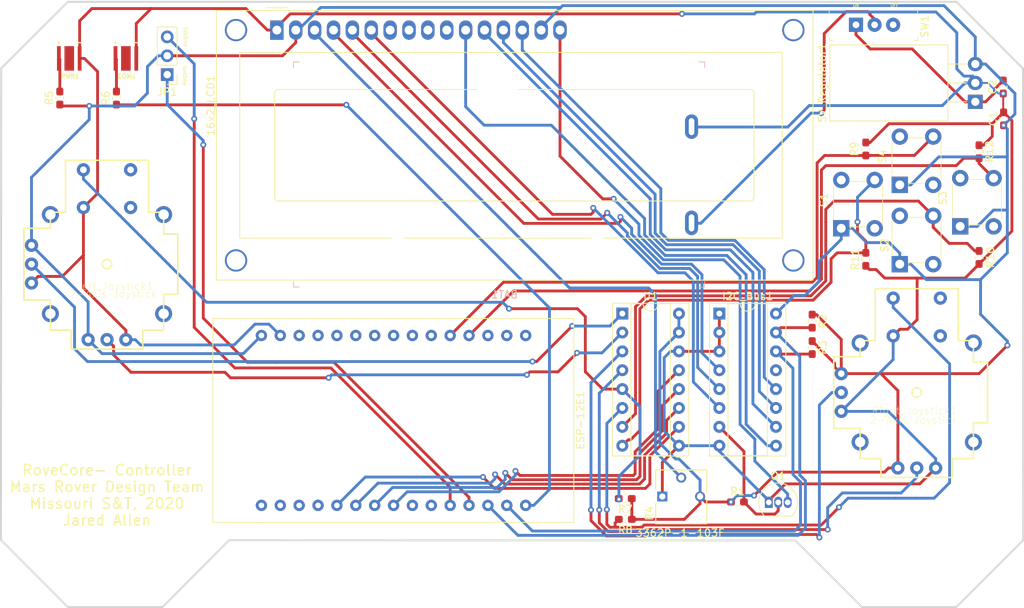
<source format=kicad_pcb>
(kicad_pcb (version 20171130) (host pcbnew "(5.1.4)-1")

  (general
    (thickness 1.6)
    (drawings 30)
    (tracks 628)
    (zones 0)
    (modules 31)
    (nets 69)
  )

  (page A4)
  (layers
    (0 F.Cu signal)
    (31 B.Cu signal)
    (32 B.Adhes user)
    (33 F.Adhes user)
    (34 B.Paste user)
    (35 F.Paste user)
    (36 B.SilkS user)
    (37 F.SilkS user)
    (38 B.Mask user)
    (39 F.Mask user)
    (40 Dwgs.User user)
    (41 Cmts.User user)
    (42 Eco1.User user)
    (43 Eco2.User user)
    (44 Edge.Cuts user)
    (45 Margin user)
    (46 B.CrtYd user)
    (47 F.CrtYd user)
    (48 B.Fab user)
    (49 F.Fab user)
  )

  (setup
    (last_trace_width 0.381)
    (user_trace_width 0.381)
    (user_trace_width 15)
    (user_trace_width 30)
    (trace_clearance 0.2)
    (zone_clearance 0.508)
    (zone_45_only no)
    (trace_min 0.2)
    (via_size 0.8)
    (via_drill 0.4)
    (via_min_size 0.4)
    (via_min_drill 0.3)
    (uvia_size 0.3)
    (uvia_drill 0.1)
    (uvias_allowed no)
    (uvia_min_size 0.2)
    (uvia_min_drill 0.1)
    (edge_width 0.25)
    (segment_width 0.2)
    (pcb_text_width 0.3)
    (pcb_text_size 1.5 1.5)
    (mod_edge_width 0.12)
    (mod_text_size 1 1)
    (mod_text_width 0.15)
    (pad_size 1.524 1.524)
    (pad_drill 0.762)
    (pad_to_mask_clearance 0.051)
    (solder_mask_min_width 0.25)
    (aux_axis_origin 0 0)
    (visible_elements 7FFFFFFF)
    (pcbplotparams
      (layerselection 0x010fc_ffffffff)
      (usegerberextensions false)
      (usegerberattributes false)
      (usegerberadvancedattributes false)
      (creategerberjobfile false)
      (excludeedgelayer true)
      (linewidth 0.100000)
      (plotframeref false)
      (viasonmask false)
      (mode 1)
      (useauxorigin false)
      (hpglpennumber 1)
      (hpglpenspeed 20)
      (hpglpendiameter 15.000000)
      (psnegative false)
      (psa4output false)
      (plotreference true)
      (plotvalue true)
      (plotinvisibletext false)
      (padsonsilk false)
      (subtractmaskfromsilk false)
      (outputformat 1)
      (mirror false)
      (drillshape 1)
      (scaleselection 1)
      (outputdirectory ""))
  )

  (net 0 "")
  (net 1 /k)
  (net 2 "Net-(16x2_LCD1-Pad14)")
  (net 3 "Net-(16x2_LCD1-Pad13)")
  (net 4 "Net-(16x2_LCD1-Pad12)")
  (net 5 "Net-(16x2_LCD1-Pad11)")
  (net 6 "Net-(16x2_LCD1-Pad10)")
  (net 7 "Net-(16x2_LCD1-Pad9)")
  (net 8 "Net-(16x2_LCD1-Pad8)")
  (net 9 "Net-(16x2_LCD1-Pad7)")
  (net 10 "Net-(16x2_LCD1-Pad6)")
  (net 11 "Net-(16x2_LCD1-Pad5)")
  (net 12 "Net-(16x2_LCD1-Pad4)")
  (net 13 V0)
  (net 14 GND)
  (net 15 "Net-(5V_Regulator1-Pad1)")
  (net 16 "Net-(ESP-12E1-Pad30)")
  (net 17 "Net-(ESP-12E1-Pad28)")
  (net 18 "Net-(ESP-12E1-Pad26)")
  (net 19 "Net-(ESP-12E1-Pad25)")
  (net 20 "Net-(ESP-12E1-Pad24)")
  (net 21 "Net-(ESP-12E1-Pad23)")
  (net 22 CS)
  (net 23 "Net-(ESP-12E1-Pad21)")
  (net 24 Din)
  (net 25 "Net-(ESP-12E1-Pad19)")
  (net 26 Dout)
  (net 27 "Net-(ESP-12E1-Pad17)")
  (net 28 CLK)
  (net 29 "Net-(ESP-12E1-Pad15)")
  (net 30 "Net-(ESP-12E1-Pad14)")
  (net 31 "Net-(ESP-12E1-Pad12)")
  (net 32 SafeDrive)
  (net 33 TankDrive)
  (net 34 SDA)
  (net 35 "Net-(ESP-12E1-Pad5)")
  (net 36 SCL)
  (net 37 "Net-(ESP-12E1-Pad3)")
  (net 38 D0)
  (net 39 "Net-(ESP-12E1-Pad1)")
  (net 40 /P3)
  (net 41 "Net-(I2C_Bus1-Pad13)")
  (net 42 LeftVert)
  (net 43 LeftHorz)
  (net 44 RightVert)
  (net 45 RightHorz)
  (net 46 LFT_SEL)
  (net 47 RGHT_SEL)
  (net 48 SW4)
  (net 49 SW3)
  (net 50 SW2)
  (net 51 SW1)
  (net 52 "Net-(S1-Pad3)")
  (net 53 "Net-(S1-Pad2)")
  (net 54 "Net-(S2-Pad3)")
  (net 55 "Net-(S2-Pad2)")
  (net 56 "Net-(S3-Pad3)")
  (net 57 "Net-(S3-Pad2)")
  (net 58 "Net-(S4-Pad3)")
  (net 59 "Net-(S4-Pad2)")
  (net 60 5V)
  (net 61 "Net-(BAT1-PadPOS)")
  (net 62 "Net-(SW1-Pad3)")
  (net 63 "Net-(COM1-Pad3)")
  (net 64 "Net-(COM1-Pad1)")
  (net 65 "Net-(ESP-12E1-Pad13)")
  (net 66 "Net-(ESP-12E1-Pad11)")
  (net 67 "Net-(PWR1-Pad3)")
  (net 68 "Net-(PWR1-Pad1)")

  (net_class Default "This is the default net class."
    (clearance 0.2)
    (trace_width 0.25)
    (via_dia 0.8)
    (via_drill 0.4)
    (uvia_dia 0.3)
    (uvia_drill 0.1)
    (add_net /P3)
    (add_net /k)
    (add_net 5V)
    (add_net CLK)
    (add_net CS)
    (add_net D0)
    (add_net Din)
    (add_net Dout)
    (add_net GND)
    (add_net LFT_SEL)
    (add_net LeftHorz)
    (add_net LeftVert)
    (add_net "Net-(16x2_LCD1-Pad10)")
    (add_net "Net-(16x2_LCD1-Pad11)")
    (add_net "Net-(16x2_LCD1-Pad12)")
    (add_net "Net-(16x2_LCD1-Pad13)")
    (add_net "Net-(16x2_LCD1-Pad14)")
    (add_net "Net-(16x2_LCD1-Pad4)")
    (add_net "Net-(16x2_LCD1-Pad5)")
    (add_net "Net-(16x2_LCD1-Pad6)")
    (add_net "Net-(16x2_LCD1-Pad7)")
    (add_net "Net-(16x2_LCD1-Pad8)")
    (add_net "Net-(16x2_LCD1-Pad9)")
    (add_net "Net-(5V_Regulator1-Pad1)")
    (add_net "Net-(BAT1-PadPOS)")
    (add_net "Net-(COM1-Pad1)")
    (add_net "Net-(COM1-Pad3)")
    (add_net "Net-(ESP-12E1-Pad1)")
    (add_net "Net-(ESP-12E1-Pad11)")
    (add_net "Net-(ESP-12E1-Pad12)")
    (add_net "Net-(ESP-12E1-Pad13)")
    (add_net "Net-(ESP-12E1-Pad14)")
    (add_net "Net-(ESP-12E1-Pad15)")
    (add_net "Net-(ESP-12E1-Pad17)")
    (add_net "Net-(ESP-12E1-Pad19)")
    (add_net "Net-(ESP-12E1-Pad21)")
    (add_net "Net-(ESP-12E1-Pad23)")
    (add_net "Net-(ESP-12E1-Pad24)")
    (add_net "Net-(ESP-12E1-Pad25)")
    (add_net "Net-(ESP-12E1-Pad26)")
    (add_net "Net-(ESP-12E1-Pad28)")
    (add_net "Net-(ESP-12E1-Pad3)")
    (add_net "Net-(ESP-12E1-Pad30)")
    (add_net "Net-(ESP-12E1-Pad5)")
    (add_net "Net-(I2C_Bus1-Pad13)")
    (add_net "Net-(PWR1-Pad1)")
    (add_net "Net-(PWR1-Pad3)")
    (add_net "Net-(S1-Pad2)")
    (add_net "Net-(S1-Pad3)")
    (add_net "Net-(S2-Pad2)")
    (add_net "Net-(S2-Pad3)")
    (add_net "Net-(S3-Pad2)")
    (add_net "Net-(S3-Pad3)")
    (add_net "Net-(S4-Pad2)")
    (add_net "Net-(S4-Pad3)")
    (add_net "Net-(SW1-Pad3)")
    (add_net RGHT_SEL)
    (add_net RightHorz)
    (add_net RightVert)
    (add_net SCL)
    (add_net SDA)
    (add_net SW1)
    (add_net SW2)
    (add_net SW3)
    (add_net SW4)
    (add_net SafeDrive)
    (add_net TankDrive)
    (add_net V0)
  )

  (module Display:WC1602A (layer F.Cu) (tedit 5A02FE80) (tstamp 5D9DB3CB)
    (at 113.03 55.88)
    (descr "LCD 16x2 http://www.wincomlcd.com/pdf/WC1602A-SFYLYHTC06.pdf")
    (tags "LCD 16x2 Alphanumeric 16pin")
    (path /5D8EDD80)
    (fp_text reference 16x2_LCD1 (at -8.89 10.16 270) (layer F.SilkS)
      (effects (font (size 1 1) (thickness 0.15)))
    )
    (fp_text value RC1602A (at -4.31 34.66) (layer F.Fab)
      (effects (font (size 1 1) (thickness 0.15)))
    )
    (fp_line (start -8 33.5) (end -8 -2.5) (layer F.Fab) (width 0.1))
    (fp_line (start 72 33.5) (end -8 33.5) (layer F.Fab) (width 0.1))
    (fp_line (start 72 -2.5) (end 72 33.5) (layer F.Fab) (width 0.1))
    (fp_line (start 1 -2.5) (end 72 -2.5) (layer F.Fab) (width 0.1))
    (fp_line (start -5 28) (end -5 3) (layer F.SilkS) (width 0.12))
    (fp_line (start 68 28) (end -5 28) (layer F.SilkS) (width 0.12))
    (fp_line (start 68 3) (end 68 28) (layer F.SilkS) (width 0.12))
    (fp_line (start -5 3) (end 68 3) (layer F.SilkS) (width 0.12))
    (fp_arc (start 0.20066 8.49884) (end -0.29972 8.49884) (angle 90) (layer F.SilkS) (width 0.12))
    (fp_arc (start 0.20066 22.49932) (end 0.20066 22.9997) (angle 90) (layer F.SilkS) (width 0.12))
    (fp_arc (start 63.70066 22.49932) (end 64.20104 22.49932) (angle 90) (layer F.SilkS) (width 0.12))
    (fp_arc (start 63.7 8.5) (end 63.7 8) (angle 90) (layer F.SilkS) (width 0.12))
    (fp_line (start 64.2 8.5) (end 64.2 22.5) (layer F.SilkS) (width 0.12))
    (fp_line (start 63.70066 23) (end 0.2 23) (layer F.SilkS) (width 0.12))
    (fp_line (start -0.29972 22.49932) (end -0.29972 8.5) (layer F.SilkS) (width 0.12))
    (fp_line (start 0.2 8) (end 63.7 8) (layer F.SilkS) (width 0.12))
    (fp_text user %R (at 30.37 14.74) (layer F.Fab)
      (effects (font (size 1 1) (thickness 0.1)))
    )
    (fp_line (start -1 -2.5) (end -8 -2.5) (layer F.Fab) (width 0.1))
    (fp_line (start 0 -1.5) (end -1 -2.5) (layer F.Fab) (width 0.1))
    (fp_line (start 1 -2.5) (end 0 -1.5) (layer F.Fab) (width 0.1))
    (fp_line (start -8.25 -2.75) (end 72.25 -2.75) (layer F.CrtYd) (width 0.05))
    (fp_line (start -1.5 -3) (end 1.5 -3) (layer F.SilkS) (width 0.12))
    (fp_line (start 72.25 -2.75) (end 72.25 33.75) (layer F.CrtYd) (width 0.05))
    (fp_line (start -8.25 33.75) (end 72.25 33.75) (layer F.CrtYd) (width 0.05))
    (fp_line (start -8.25 -2.75) (end -8.25 33.75) (layer F.CrtYd) (width 0.05))
    (fp_line (start -8.13 -2.64) (end -7.34 -2.64) (layer F.SilkS) (width 0.12))
    (fp_line (start -8.14 -2.64) (end -8.14 33.64) (layer F.SilkS) (width 0.12))
    (fp_line (start 72.14 -2.64) (end -7.34 -2.64) (layer F.SilkS) (width 0.12))
    (fp_line (start 72.14 33.64) (end 72.14 -2.64) (layer F.SilkS) (width 0.12))
    (fp_line (start -8.14 33.64) (end 72.14 33.64) (layer F.SilkS) (width 0.12))
    (pad "" thru_hole circle (at 69.5 0) (size 3 3) (drill 2.5) (layers *.Cu *.Mask))
    (pad "" thru_hole circle (at 69.49948 31.0007) (size 3 3) (drill 2.5) (layers *.Cu *.Mask))
    (pad "" thru_hole circle (at -5.4991 31.0007) (size 3 3) (drill 2.5) (layers *.Cu *.Mask))
    (pad "" thru_hole circle (at -5.4991 0) (size 3 3) (drill 2.5) (layers *.Cu *.Mask))
    (pad 16 thru_hole oval (at 38.1 0) (size 1.8 2.6) (drill 1.2) (layers *.Cu *.Mask)
      (net 1 /k))
    (pad 15 thru_hole oval (at 35.56 0) (size 1.8 2.6) (drill 1.2) (layers *.Cu *.Mask)
      (net 60 5V))
    (pad 14 thru_hole oval (at 33.02 0) (size 1.8 2.6) (drill 1.2) (layers *.Cu *.Mask)
      (net 2 "Net-(16x2_LCD1-Pad14)"))
    (pad 13 thru_hole oval (at 30.48 0) (size 1.8 2.6) (drill 1.2) (layers *.Cu *.Mask)
      (net 3 "Net-(16x2_LCD1-Pad13)"))
    (pad 12 thru_hole oval (at 27.94 0) (size 1.8 2.6) (drill 1.2) (layers *.Cu *.Mask)
      (net 4 "Net-(16x2_LCD1-Pad12)"))
    (pad 11 thru_hole oval (at 25.4 0) (size 1.8 2.6) (drill 1.2) (layers *.Cu *.Mask)
      (net 5 "Net-(16x2_LCD1-Pad11)"))
    (pad 10 thru_hole oval (at 22.86 0) (size 1.8 2.6) (drill 1.2) (layers *.Cu *.Mask)
      (net 6 "Net-(16x2_LCD1-Pad10)"))
    (pad 9 thru_hole oval (at 20.32 0) (size 1.8 2.6) (drill 1.2) (layers *.Cu *.Mask)
      (net 7 "Net-(16x2_LCD1-Pad9)"))
    (pad 8 thru_hole oval (at 17.78 0) (size 1.8 2.6) (drill 1.2) (layers *.Cu *.Mask)
      (net 8 "Net-(16x2_LCD1-Pad8)"))
    (pad 7 thru_hole oval (at 15.24 0) (size 1.8 2.6) (drill 1.2) (layers *.Cu *.Mask)
      (net 9 "Net-(16x2_LCD1-Pad7)"))
    (pad 6 thru_hole oval (at 12.7 0) (size 1.8 2.6) (drill 1.2) (layers *.Cu *.Mask)
      (net 10 "Net-(16x2_LCD1-Pad6)"))
    (pad 5 thru_hole oval (at 10.16 0) (size 1.8 2.6) (drill 1.2) (layers *.Cu *.Mask)
      (net 11 "Net-(16x2_LCD1-Pad5)"))
    (pad 4 thru_hole oval (at 7.62 0) (size 1.8 2.6) (drill 1.2) (layers *.Cu *.Mask)
      (net 12 "Net-(16x2_LCD1-Pad4)"))
    (pad 3 thru_hole oval (at 5.08 0) (size 1.8 2.6) (drill 1.2) (layers *.Cu *.Mask)
      (net 13 V0))
    (pad 2 thru_hole oval (at 2.54 0) (size 1.8 2.6) (drill 1.2) (layers *.Cu *.Mask)
      (net 60 5V))
    (pad 1 thru_hole rect (at 0 0) (size 1.8 2.6) (drill 1.2) (layers *.Cu *.Mask)
      (net 14 GND))
    (model ${KISYS3DMOD}/Display.3dshapes/WC1602A.wrl
      (at (xyz 0 0 0))
      (scale (xyz 1 1 1))
      (rotate (xyz 0 0 0))
    )
  )

  (module digikey-footprints:Switch_Slide_11.6x4mm_EG1218 (layer F.Cu) (tedit 5A1EC915) (tstamp 5DA0EA09)
    (at 190.9572 55.1688)
    (descr http://spec_sheets.e-switch.com/specs/P040040.pdf)
    (path /5DA15FC2)
    (fp_text reference SW1 (at 9.2456 0.2032 90) (layer F.SilkS)
      (effects (font (size 1 1) (thickness 0.15)))
    )
    (fp_text value EG1218 (at -4.3688 -0.3556 90) (layer F.Fab)
      (effects (font (size 1 1) (thickness 0.15)))
    )
    (fp_line (start -3.42 -2) (end 8.18 -2) (layer F.Fab) (width 0.1))
    (fp_line (start -3.42 2) (end -3.42 -2) (layer F.Fab) (width 0.1))
    (fp_line (start 8.18 2) (end 8.18 -2) (layer F.Fab) (width 0.1))
    (fp_line (start -3.42 2) (end 8.18 2) (layer F.Fab) (width 0.1))
    (fp_line (start 8.3 -2.1) (end 7.8 -2.1) (layer F.SilkS) (width 0.1))
    (fp_line (start 8.3 -2.1) (end 8.3 -1.6) (layer F.SilkS) (width 0.1))
    (fp_line (start -3.6 -2.1) (end -3.6 -1.6) (layer F.SilkS) (width 0.1))
    (fp_line (start -3.6 -2.1) (end -3.1 -2.1) (layer F.SilkS) (width 0.1))
    (fp_line (start -3.6 2.1) (end -3.6 1.6) (layer F.SilkS) (width 0.1))
    (fp_line (start -3.6 2.1) (end -3.1 2.1) (layer F.SilkS) (width 0.1))
    (fp_line (start 8.3 2.1) (end 8.3 1.6) (layer F.SilkS) (width 0.1))
    (fp_line (start 8.3 2.1) (end 7.8 2.1) (layer F.SilkS) (width 0.1))
    (fp_line (start -3.67 -2.25) (end 8.43 -2.25) (layer F.CrtYd) (width 0.05))
    (fp_line (start 8.43 2.25) (end 8.43 -2.25) (layer F.CrtYd) (width 0.05))
    (fp_line (start -3.67 2.25) (end 8.43 2.25) (layer F.CrtYd) (width 0.05))
    (fp_line (start -3.67 2.25) (end -3.67 -2.25) (layer F.CrtYd) (width 0.05))
    (fp_text user %R (at 2.5 0) (layer F.Fab)
      (effects (font (size 1 1) (thickness 0.15)))
    )
    (pad 3 thru_hole circle (at 5 0) (size 1.9 1.9) (drill 0.9) (layers *.Cu *.Mask)
      (net 62 "Net-(SW1-Pad3)"))
    (pad 2 thru_hole circle (at 2.5 0) (size 1.9 1.9) (drill 0.9) (layers *.Cu *.Mask)
      (net 61 "Net-(BAT1-PadPOS)"))
    (pad 1 thru_hole rect (at 0 0) (size 1.9 1.9) (drill 0.9) (layers *.Cu *.Mask)
      (net 15 "Net-(5V_Regulator1-Pad1)"))
    (model "B:/GitHub/RemoteController_Hardware/3D Models/EG1218.stp"
      (offset (xyz 2.5 0 0))
      (scale (xyz 1 1 1))
      (rotate (xyz 0 0 0))
    )
  )

  (module digikey-footprints:Switch_Tactile_THT_6x6mm (layer F.Cu) (tedit 5AF34E1F) (tstamp 5DA03F9C)
    (at 204.978 82.296 90)
    (descr http://www.te.com/commerce/DocumentDelivery/DDEController?Action=srchrtrv&DocNm=1825910&DocType=Customer+Drawing&DocLang=English)
    (path /5DC78DCF)
    (fp_text reference S3 (at 3.81 -2.3368 90) (layer F.SilkS)
      (effects (font (size 1 1) (thickness 0.15)))
    )
    (fp_text value 1825910-6 (at 3.6322 7.0866 90) (layer F.Fab)
      (effects (font (size 1 1) (thickness 0.15)))
    )
    (fp_line (start 0.25 -1) (end 6.25 -1) (layer F.Fab) (width 0.1))
    (fp_line (start 6.25 -1) (end 6.25 5.5) (layer F.Fab) (width 0.1))
    (fp_line (start 6.25 5.5) (end 0.25 5.5) (layer F.Fab) (width 0.1))
    (fp_line (start 0.25 -1) (end 0.25 5.5) (layer F.Fab) (width 0.1))
    (fp_text user %R (at 3.3782 2.286 90) (layer F.Fab)
      (effects (font (size 1 1) (thickness 0.15)))
    )
    (fp_line (start 7.85 -1.35) (end 7.85 5.85) (layer F.CrtYd) (width 0.05))
    (fp_line (start 7.85 5.85) (end -1.35 5.85) (layer F.CrtYd) (width 0.05))
    (fp_line (start 7.85 -1.35) (end -1.35 -1.35) (layer F.CrtYd) (width 0.05))
    (fp_line (start -1.35 -1.35) (end -1.35 5.85) (layer F.CrtYd) (width 0.05))
    (fp_line (start 1.2 -1.0414) (end 5.8674 -1.0414) (layer F.SilkS) (width 0.1))
    (fp_line (start 0.2032 1.1938) (end 0.2032 3.302) (layer F.SilkS) (width 0.1))
    (fp_line (start 6.3092 1.2048) (end 6.3092 3.3) (layer F.SilkS) (width 0.1))
    (fp_line (start 5.8928 5.5626) (end 0.6 5.5528) (layer F.SilkS) (width 0.1))
    (fp_line (start 0.2032 1.2004) (end -0.0468 1.2004) (layer F.SilkS) (width 0.1))
    (pad 3 thru_hole circle (at 0 4.5 90) (size 2.2 2.2) (drill 1.2) (layers *.Cu *.Mask)
      (net 56 "Net-(S3-Pad3)"))
    (pad 4 thru_hole circle (at 6.5 4.5 90) (size 2.2 2.2) (drill 1.2) (layers *.Cu *.Mask)
      (net 49 SW3))
    (pad 2 thru_hole circle (at 6.5 0 90) (size 2.2 2.2) (drill 1.2) (layers *.Cu *.Mask)
      (net 57 "Net-(S3-Pad2)"))
    (pad 1 thru_hole rect (at 0 0 90) (size 2.2 2.2) (drill 1.2) (layers *.Cu *.Mask)
      (net 60 5V))
  )

  (module digikey-footprints:Switch_Tactile_THT_6x6mm (layer F.Cu) (tedit 5AF34E1F) (tstamp 5DA03F86)
    (at 188.976 82.55 90)
    (descr http://www.te.com/commerce/DocumentDelivery/DDEController?Action=srchrtrv&DocNm=1825910&DocType=Customer+Drawing&DocLang=English)
    (path /5DC1C010)
    (fp_text reference S1 (at 3.81 -2.3368 90) (layer F.SilkS)
      (effects (font (size 1 1) (thickness 0.15)))
    )
    (fp_text value 1825910-6 (at 3.6322 7.0866 90) (layer F.Fab)
      (effects (font (size 1 1) (thickness 0.15)))
    )
    (fp_line (start 0.25 -1) (end 6.25 -1) (layer F.Fab) (width 0.1))
    (fp_line (start 6.25 -1) (end 6.25 5.5) (layer F.Fab) (width 0.1))
    (fp_line (start 6.25 5.5) (end 0.25 5.5) (layer F.Fab) (width 0.1))
    (fp_line (start 0.25 -1) (end 0.25 5.5) (layer F.Fab) (width 0.1))
    (fp_text user %R (at 3.3782 2.286 90) (layer F.Fab)
      (effects (font (size 1 1) (thickness 0.15)))
    )
    (fp_line (start 7.85 -1.35) (end 7.85 5.85) (layer F.CrtYd) (width 0.05))
    (fp_line (start 7.85 5.85) (end -1.35 5.85) (layer F.CrtYd) (width 0.05))
    (fp_line (start 7.85 -1.35) (end -1.35 -1.35) (layer F.CrtYd) (width 0.05))
    (fp_line (start -1.35 -1.35) (end -1.35 5.85) (layer F.CrtYd) (width 0.05))
    (fp_line (start 1.2 -1.0414) (end 5.8674 -1.0414) (layer F.SilkS) (width 0.1))
    (fp_line (start 0.2032 1.1938) (end 0.2032 3.302) (layer F.SilkS) (width 0.1))
    (fp_line (start 6.3092 1.2048) (end 6.3092 3.3) (layer F.SilkS) (width 0.1))
    (fp_line (start 5.8928 5.5626) (end 0.6 5.5528) (layer F.SilkS) (width 0.1))
    (fp_line (start 0.2032 1.2004) (end -0.0468 1.2004) (layer F.SilkS) (width 0.1))
    (pad 3 thru_hole circle (at 0 4.5 90) (size 2.2 2.2) (drill 1.2) (layers *.Cu *.Mask)
      (net 52 "Net-(S1-Pad3)"))
    (pad 4 thru_hole circle (at 6.5 4.5 90) (size 2.2 2.2) (drill 1.2) (layers *.Cu *.Mask)
      (net 51 SW1))
    (pad 2 thru_hole circle (at 6.5 0 90) (size 2.2 2.2) (drill 1.2) (layers *.Cu *.Mask)
      (net 53 "Net-(S1-Pad2)"))
    (pad 1 thru_hole rect (at 0 0 90) (size 2.2 2.2) (drill 1.2) (layers *.Cu *.Mask)
      (net 60 5V))
  )

  (module digikey-footprints:Switch_Tactile_THT_6x6mm (layer F.Cu) (tedit 5AF34E1F) (tstamp 5DA03F70)
    (at 196.85 87.376 90)
    (descr http://www.te.com/commerce/DocumentDelivery/DDEController?Action=srchrtrv&DocNm=1825910&DocType=Customer+Drawing&DocLang=English)
    (path /5DC7615D)
    (fp_text reference S2 (at 2.54 -2.032 90) (layer F.SilkS)
      (effects (font (size 1 1) (thickness 0.15)))
    )
    (fp_text value 1825910-6 (at 3.6322 7.0866 90) (layer F.Fab)
      (effects (font (size 1 1) (thickness 0.15)))
    )
    (fp_line (start 0.25 -1) (end 6.25 -1) (layer F.Fab) (width 0.1))
    (fp_line (start 6.25 -1) (end 6.25 5.5) (layer F.Fab) (width 0.1))
    (fp_line (start 6.25 5.5) (end 0.25 5.5) (layer F.Fab) (width 0.1))
    (fp_line (start 0.25 -1) (end 0.25 5.5) (layer F.Fab) (width 0.1))
    (fp_text user %R (at 3.3782 2.286 90) (layer F.Fab)
      (effects (font (size 1 1) (thickness 0.15)))
    )
    (fp_line (start 7.85 -1.35) (end 7.85 5.85) (layer F.CrtYd) (width 0.05))
    (fp_line (start 7.85 5.85) (end -1.35 5.85) (layer F.CrtYd) (width 0.05))
    (fp_line (start 7.85 -1.35) (end -1.35 -1.35) (layer F.CrtYd) (width 0.05))
    (fp_line (start -1.35 -1.35) (end -1.35 5.85) (layer F.CrtYd) (width 0.05))
    (fp_line (start 1.2 -1.0414) (end 5.8674 -1.0414) (layer F.SilkS) (width 0.1))
    (fp_line (start 0.2032 1.1938) (end 0.2032 3.302) (layer F.SilkS) (width 0.1))
    (fp_line (start 6.3092 1.2048) (end 6.3092 3.3) (layer F.SilkS) (width 0.1))
    (fp_line (start 5.8928 5.5626) (end 0.6 5.5528) (layer F.SilkS) (width 0.1))
    (fp_line (start 0.2032 1.2004) (end -0.0468 1.2004) (layer F.SilkS) (width 0.1))
    (pad 3 thru_hole circle (at 0 4.5 90) (size 2.2 2.2) (drill 1.2) (layers *.Cu *.Mask)
      (net 54 "Net-(S2-Pad3)"))
    (pad 4 thru_hole circle (at 6.5 4.5 90) (size 2.2 2.2) (drill 1.2) (layers *.Cu *.Mask)
      (net 50 SW2))
    (pad 2 thru_hole circle (at 6.5 0 90) (size 2.2 2.2) (drill 1.2) (layers *.Cu *.Mask)
      (net 55 "Net-(S2-Pad2)"))
    (pad 1 thru_hole rect (at 0 0 90) (size 2.2 2.2) (drill 1.2) (layers *.Cu *.Mask)
      (net 60 5V))
  )

  (module digikey-footprints:Switch_Tactile_THT_6x6mm (layer F.Cu) (tedit 5AF34E1F) (tstamp 5DA03F5A)
    (at 196.85 76.708 90)
    (descr http://www.te.com/commerce/DocumentDelivery/DDEController?Action=srchrtrv&DocNm=1825910&DocType=Customer+Drawing&DocLang=English)
    (path /5DB41957)
    (fp_text reference S4 (at 3.81 -2.3368 90) (layer F.SilkS)
      (effects (font (size 1 1) (thickness 0.15)))
    )
    (fp_text value 1825910-6 (at 3.6322 7.0866 90) (layer F.Fab)
      (effects (font (size 1 1) (thickness 0.15)))
    )
    (fp_line (start 0.25 -1) (end 6.25 -1) (layer F.Fab) (width 0.1))
    (fp_line (start 6.25 -1) (end 6.25 5.5) (layer F.Fab) (width 0.1))
    (fp_line (start 6.25 5.5) (end 0.25 5.5) (layer F.Fab) (width 0.1))
    (fp_line (start 0.25 -1) (end 0.25 5.5) (layer F.Fab) (width 0.1))
    (fp_text user %R (at 3.3782 2.286 90) (layer F.Fab)
      (effects (font (size 1 1) (thickness 0.15)))
    )
    (fp_line (start 7.85 -1.35) (end 7.85 5.85) (layer F.CrtYd) (width 0.05))
    (fp_line (start 7.85 5.85) (end -1.35 5.85) (layer F.CrtYd) (width 0.05))
    (fp_line (start 7.85 -1.35) (end -1.35 -1.35) (layer F.CrtYd) (width 0.05))
    (fp_line (start -1.35 -1.35) (end -1.35 5.85) (layer F.CrtYd) (width 0.05))
    (fp_line (start 1.2 -1.0414) (end 5.8674 -1.0414) (layer F.SilkS) (width 0.1))
    (fp_line (start 0.2032 1.1938) (end 0.2032 3.302) (layer F.SilkS) (width 0.1))
    (fp_line (start 6.3092 1.2048) (end 6.3092 3.3) (layer F.SilkS) (width 0.1))
    (fp_line (start 5.8928 5.5626) (end 0.6 5.5528) (layer F.SilkS) (width 0.1))
    (fp_line (start 0.2032 1.2004) (end -0.0468 1.2004) (layer F.SilkS) (width 0.1))
    (pad 3 thru_hole circle (at 0 4.5 90) (size 2.2 2.2) (drill 1.2) (layers *.Cu *.Mask)
      (net 58 "Net-(S4-Pad3)"))
    (pad 4 thru_hole circle (at 6.5 4.5 90) (size 2.2 2.2) (drill 1.2) (layers *.Cu *.Mask)
      (net 48 SW4))
    (pad 2 thru_hole circle (at 6.5 0 90) (size 2.2 2.2) (drill 1.2) (layers *.Cu *.Mask)
      (net 59 "Net-(S4-Pad2)"))
    (pad 1 thru_hole rect (at 0 0 90) (size 2.2 2.2) (drill 1.2) (layers *.Cu *.Mask)
      (net 60 5V))
  )

  (module Resistor_SMD:R_0603_1608Metric_Pad1.05x0.95mm_HandSolder (layer F.Cu) (tedit 5B301BBD) (tstamp 5DA03EF0)
    (at 207.518 72.249 270)
    (descr "Resistor SMD 0603 (1608 Metric), square (rectangular) end terminal, IPC_7351 nominal with elongated pad for handsoldering. (Body size source: http://www.tortai-tech.com/upload/download/2011102023233369053.pdf), generated with kicad-footprint-generator")
    (tags "resistor handsolder")
    (path /5DAF6F36)
    (attr smd)
    (fp_text reference R12 (at 0 -1.43 90) (layer F.SilkS)
      (effects (font (size 1 1) (thickness 0.15)))
    )
    (fp_text value 100 (at 0 1.43 90) (layer F.Fab)
      (effects (font (size 1 1) (thickness 0.15)))
    )
    (fp_text user %R (at 0 0 90) (layer F.Fab)
      (effects (font (size 0.4 0.4) (thickness 0.06)))
    )
    (fp_line (start 1.65 0.73) (end -1.65 0.73) (layer F.CrtYd) (width 0.05))
    (fp_line (start 1.65 -0.73) (end 1.65 0.73) (layer F.CrtYd) (width 0.05))
    (fp_line (start -1.65 -0.73) (end 1.65 -0.73) (layer F.CrtYd) (width 0.05))
    (fp_line (start -1.65 0.73) (end -1.65 -0.73) (layer F.CrtYd) (width 0.05))
    (fp_line (start -0.171267 0.51) (end 0.171267 0.51) (layer F.SilkS) (width 0.12))
    (fp_line (start -0.171267 -0.51) (end 0.171267 -0.51) (layer F.SilkS) (width 0.12))
    (fp_line (start 0.8 0.4) (end -0.8 0.4) (layer F.Fab) (width 0.1))
    (fp_line (start 0.8 -0.4) (end 0.8 0.4) (layer F.Fab) (width 0.1))
    (fp_line (start -0.8 -0.4) (end 0.8 -0.4) (layer F.Fab) (width 0.1))
    (fp_line (start -0.8 0.4) (end -0.8 -0.4) (layer F.Fab) (width 0.1))
    (pad 2 smd roundrect (at 0.875 0 270) (size 1.05 0.95) (layers F.Cu F.Paste F.Mask) (roundrect_rratio 0.25)
      (net 49 SW3))
    (pad 1 smd roundrect (at -0.875 0 270) (size 1.05 0.95) (layers F.Cu F.Paste F.Mask) (roundrect_rratio 0.25)
      (net 14 GND))
    (model ${KISYS3DMOD}/Resistor_SMD.3dshapes/R_0603_1608Metric.wrl
      (at (xyz 0 0 0))
      (scale (xyz 1 1 1))
      (rotate (xyz 0 0 0))
    )
  )

  (module Resistor_SMD:R_0603_1608Metric_Pad1.05x0.95mm_HandSolder (layer F.Cu) (tedit 5B301BBD) (tstamp 5DA03EDF)
    (at 192.278 86.727 90)
    (descr "Resistor SMD 0603 (1608 Metric), square (rectangular) end terminal, IPC_7351 nominal with elongated pad for handsoldering. (Body size source: http://www.tortai-tech.com/upload/download/2011102023233369053.pdf), generated with kicad-footprint-generator")
    (tags "resistor handsolder")
    (path /5DC358FD)
    (attr smd)
    (fp_text reference R11 (at 0 -1.43 90) (layer F.SilkS)
      (effects (font (size 1 1) (thickness 0.15)))
    )
    (fp_text value 100 (at 0 1.43 90) (layer F.Fab)
      (effects (font (size 1 1) (thickness 0.15)))
    )
    (fp_text user %R (at 0 0 90) (layer F.Fab)
      (effects (font (size 0.4 0.4) (thickness 0.06)))
    )
    (fp_line (start 1.65 0.73) (end -1.65 0.73) (layer F.CrtYd) (width 0.05))
    (fp_line (start 1.65 -0.73) (end 1.65 0.73) (layer F.CrtYd) (width 0.05))
    (fp_line (start -1.65 -0.73) (end 1.65 -0.73) (layer F.CrtYd) (width 0.05))
    (fp_line (start -1.65 0.73) (end -1.65 -0.73) (layer F.CrtYd) (width 0.05))
    (fp_line (start -0.171267 0.51) (end 0.171267 0.51) (layer F.SilkS) (width 0.12))
    (fp_line (start -0.171267 -0.51) (end 0.171267 -0.51) (layer F.SilkS) (width 0.12))
    (fp_line (start 0.8 0.4) (end -0.8 0.4) (layer F.Fab) (width 0.1))
    (fp_line (start 0.8 -0.4) (end 0.8 0.4) (layer F.Fab) (width 0.1))
    (fp_line (start -0.8 -0.4) (end 0.8 -0.4) (layer F.Fab) (width 0.1))
    (fp_line (start -0.8 0.4) (end -0.8 -0.4) (layer F.Fab) (width 0.1))
    (pad 2 smd roundrect (at 0.875 0 90) (size 1.05 0.95) (layers F.Cu F.Paste F.Mask) (roundrect_rratio 0.25)
      (net 51 SW1))
    (pad 1 smd roundrect (at -0.875 0 90) (size 1.05 0.95) (layers F.Cu F.Paste F.Mask) (roundrect_rratio 0.25)
      (net 14 GND))
    (model ${KISYS3DMOD}/Resistor_SMD.3dshapes/R_0603_1608Metric.wrl
      (at (xyz 0 0 0))
      (scale (xyz 1 1 1))
      (rotate (xyz 0 0 0))
    )
  )

  (module Resistor_SMD:R_0603_1608Metric_Pad1.05x0.95mm_HandSolder (layer F.Cu) (tedit 5B301BBD) (tstamp 5DA04F9E)
    (at 207.518 86.473 90)
    (descr "Resistor SMD 0603 (1608 Metric), square (rectangular) end terminal, IPC_7351 nominal with elongated pad for handsoldering. (Body size source: http://www.tortai-tech.com/upload/download/2011102023233369053.pdf), generated with kicad-footprint-generator")
    (tags "resistor handsolder")
    (path /5DAF5DE0)
    (attr smd)
    (fp_text reference R10 (at 0 1.524 90) (layer F.SilkS)
      (effects (font (size 1 1) (thickness 0.15)))
    )
    (fp_text value 100 (at 0 1.43 90) (layer F.Fab)
      (effects (font (size 1 1) (thickness 0.15)))
    )
    (fp_text user %R (at 0 0 90) (layer F.Fab)
      (effects (font (size 0.4 0.4) (thickness 0.06)))
    )
    (fp_line (start 1.65 0.73) (end -1.65 0.73) (layer F.CrtYd) (width 0.05))
    (fp_line (start 1.65 -0.73) (end 1.65 0.73) (layer F.CrtYd) (width 0.05))
    (fp_line (start -1.65 -0.73) (end 1.65 -0.73) (layer F.CrtYd) (width 0.05))
    (fp_line (start -1.65 0.73) (end -1.65 -0.73) (layer F.CrtYd) (width 0.05))
    (fp_line (start -0.171267 0.51) (end 0.171267 0.51) (layer F.SilkS) (width 0.12))
    (fp_line (start -0.171267 -0.51) (end 0.171267 -0.51) (layer F.SilkS) (width 0.12))
    (fp_line (start 0.8 0.4) (end -0.8 0.4) (layer F.Fab) (width 0.1))
    (fp_line (start 0.8 -0.4) (end 0.8 0.4) (layer F.Fab) (width 0.1))
    (fp_line (start -0.8 -0.4) (end 0.8 -0.4) (layer F.Fab) (width 0.1))
    (fp_line (start -0.8 0.4) (end -0.8 -0.4) (layer F.Fab) (width 0.1))
    (pad 2 smd roundrect (at 0.875 0 90) (size 1.05 0.95) (layers F.Cu F.Paste F.Mask) (roundrect_rratio 0.25)
      (net 50 SW2))
    (pad 1 smd roundrect (at -0.875 0 90) (size 1.05 0.95) (layers F.Cu F.Paste F.Mask) (roundrect_rratio 0.25)
      (net 14 GND))
    (model ${KISYS3DMOD}/Resistor_SMD.3dshapes/R_0603_1608Metric.wrl
      (at (xyz 0 0 0))
      (scale (xyz 1 1 1))
      (rotate (xyz 0 0 0))
    )
  )

  (module Resistor_SMD:R_0603_1608Metric_Pad1.05x0.95mm_HandSolder (layer F.Cu) (tedit 5B301BBD) (tstamp 5DA05255)
    (at 192.278 71.882 270)
    (descr "Resistor SMD 0603 (1608 Metric), square (rectangular) end terminal, IPC_7351 nominal with elongated pad for handsoldering. (Body size source: http://www.tortai-tech.com/upload/download/2011102023233369053.pdf), generated with kicad-footprint-generator")
    (tags "resistor handsolder")
    (path /5DAEE33F)
    (attr smd)
    (fp_text reference R9 (at 0 1.524 90) (layer F.SilkS)
      (effects (font (size 1 1) (thickness 0.15)))
    )
    (fp_text value 100 (at 0 1.43 90) (layer F.Fab)
      (effects (font (size 1 1) (thickness 0.15)))
    )
    (fp_text user %R (at 0 0 90) (layer F.Fab)
      (effects (font (size 0.4 0.4) (thickness 0.06)))
    )
    (fp_line (start 1.65 0.73) (end -1.65 0.73) (layer F.CrtYd) (width 0.05))
    (fp_line (start 1.65 -0.73) (end 1.65 0.73) (layer F.CrtYd) (width 0.05))
    (fp_line (start -1.65 -0.73) (end 1.65 -0.73) (layer F.CrtYd) (width 0.05))
    (fp_line (start -1.65 0.73) (end -1.65 -0.73) (layer F.CrtYd) (width 0.05))
    (fp_line (start -0.171267 0.51) (end 0.171267 0.51) (layer F.SilkS) (width 0.12))
    (fp_line (start -0.171267 -0.51) (end 0.171267 -0.51) (layer F.SilkS) (width 0.12))
    (fp_line (start 0.8 0.4) (end -0.8 0.4) (layer F.Fab) (width 0.1))
    (fp_line (start 0.8 -0.4) (end 0.8 0.4) (layer F.Fab) (width 0.1))
    (fp_line (start -0.8 -0.4) (end 0.8 -0.4) (layer F.Fab) (width 0.1))
    (fp_line (start -0.8 0.4) (end -0.8 -0.4) (layer F.Fab) (width 0.1))
    (pad 2 smd roundrect (at 0.875 0 270) (size 1.05 0.95) (layers F.Cu F.Paste F.Mask) (roundrect_rratio 0.25)
      (net 48 SW4))
    (pad 1 smd roundrect (at -0.875 0 270) (size 1.05 0.95) (layers F.Cu F.Paste F.Mask) (roundrect_rratio 0.25)
      (net 14 GND))
    (model ${KISYS3DMOD}/Resistor_SMD.3dshapes/R_0603_1608Metric.wrl
      (at (xyz 0 0 0))
      (scale (xyz 1 1 1))
      (rotate (xyz 0 0 0))
    )
  )

  (module digikey-footprints:Battery_Holder_9V_BC9VPC-ND (layer B.Cu) (tedit 5BB7D06D) (tstamp 5DA03BF4)
    (at 156.21 86.5632)
    (descr http://www.memoryprotectiondevices.com/datasheets/BC9VPC-datasheet.pdf)
    (path /5DD0C8AF)
    (fp_text reference BAT1 (at -12.54 4.91 180) (layer B.SilkS)
      (effects (font (size 1 1) (thickness 0.15)) (justify mirror))
    )
    (fp_text value BC9VPC (at -12.01 -27.63 180) (layer B.Fab)
      (effects (font (size 1 1) (thickness 0.15)) (justify mirror))
    )
    (fp_line (start -40.85 -26.3) (end 14.27 -26.3) (layer B.Fab) (width 0.1))
    (fp_line (start -40.85 3.8) (end 14.27 3.8) (layer B.Fab) (width 0.1))
    (fp_line (start 14.27 3.8) (end 14.27 -26.3) (layer B.Fab) (width 0.1))
    (fp_line (start -40.85 3.8) (end -40.85 -26.3) (layer B.Fab) (width 0.1))
    (fp_line (start 14.37 3.9) (end 13.62 3.9) (layer B.SilkS) (width 0.1))
    (fp_line (start 14.37 3.9) (end 14.37 3.15) (layer B.SilkS) (width 0.1))
    (fp_line (start -40.95 3.9) (end -40.95 3.15) (layer B.SilkS) (width 0.1))
    (fp_line (start -40.2 3.9) (end -40.95 3.9) (layer B.SilkS) (width 0.1))
    (fp_line (start -40.2 -26.4) (end -40.95 -26.4) (layer B.SilkS) (width 0.1))
    (fp_line (start 14.37 -26.4) (end 13.62 -26.4) (layer B.SilkS) (width 0.1))
    (fp_line (start -40.95 -25.65) (end -40.95 -26.4) (layer B.SilkS) (width 0.1))
    (fp_line (start 14.37 -25.65) (end 14.37 -26.4) (layer B.SilkS) (width 0.1))
    (fp_line (start 14.52 4.07) (end 14.52 -26.55) (layer B.CrtYd) (width 0.1))
    (fp_line (start -41.1 4.07) (end 14.52 4.07) (layer B.CrtYd) (width 0.1))
    (fp_line (start -41.1 4.07) (end -41.1 -26.55) (layer B.CrtYd) (width 0.1))
    (fp_line (start -41.1 -26.55) (end 14.52 -26.55) (layer B.CrtYd) (width 0.1))
    (fp_text user %R (at -11.82 -10.95 180) (layer B.Fab)
      (effects (font (size 1 1) (thickness 0.15)) (justify mirror))
    )
    (pad POS thru_hole oval (at 12.62 -4.74) (size 1.75 3.3) (drill oval 0.75 2.3) (layers *.Cu *.Mask)
      (net 61 "Net-(BAT1-PadPOS)"))
    (pad "" np_thru_hole circle (at -26.87 0) (size 5.57 5.57) (drill 5.57) (layers *.Cu *.Mask))
    (pad "" np_thru_hole circle (at 0 0) (size 5.57 5.57) (drill 5.57) (layers *.Cu *.Mask))
    (pad "" np_thru_hole circle (at -13.49 -22.5) (size 5.57 5.57) (drill 5.57) (layers *.Cu *.Mask))
    (pad NEG thru_hole oval (at 12.62 -17.69) (size 1.75 3.3) (drill oval 0.75 2.3) (layers *.Cu *.Mask)
      (net 14 GND))
  )

  (module Resistor_SMD:R_0603_1608Metric_Pad1.05x0.95mm_HandSolder (layer F.Cu) (tedit 5B301BBD) (tstamp 5D9FC05D)
    (at 159.9184 121.7168 180)
    (descr "Resistor SMD 0603 (1608 Metric), square (rectangular) end terminal, IPC_7351 nominal with elongated pad for handsoldering. (Body size source: http://www.tortai-tech.com/upload/download/2011102023233369053.pdf), generated with kicad-footprint-generator")
    (tags "resistor handsolder")
    (path /5DA05479)
    (attr smd)
    (fp_text reference R8 (at 0 -1.43) (layer F.SilkS)
      (effects (font (size 1 1) (thickness 0.15)))
    )
    (fp_text value 1K (at 0 1.43) (layer F.Fab)
      (effects (font (size 1 1) (thickness 0.15)))
    )
    (fp_text user %R (at 0 0) (layer F.Fab)
      (effects (font (size 0.4 0.4) (thickness 0.06)))
    )
    (fp_line (start 1.65 0.73) (end -1.65 0.73) (layer F.CrtYd) (width 0.05))
    (fp_line (start 1.65 -0.73) (end 1.65 0.73) (layer F.CrtYd) (width 0.05))
    (fp_line (start -1.65 -0.73) (end 1.65 -0.73) (layer F.CrtYd) (width 0.05))
    (fp_line (start -1.65 0.73) (end -1.65 -0.73) (layer F.CrtYd) (width 0.05))
    (fp_line (start -0.171267 0.51) (end 0.171267 0.51) (layer F.SilkS) (width 0.12))
    (fp_line (start -0.171267 -0.51) (end 0.171267 -0.51) (layer F.SilkS) (width 0.12))
    (fp_line (start 0.8 0.4) (end -0.8 0.4) (layer F.Fab) (width 0.1))
    (fp_line (start 0.8 -0.4) (end 0.8 0.4) (layer F.Fab) (width 0.1))
    (fp_line (start -0.8 -0.4) (end 0.8 -0.4) (layer F.Fab) (width 0.1))
    (fp_line (start -0.8 0.4) (end -0.8 -0.4) (layer F.Fab) (width 0.1))
    (pad 2 smd roundrect (at 0.875 0 180) (size 1.05 0.95) (layers F.Cu F.Paste F.Mask) (roundrect_rratio 0.25)
      (net 47 RGHT_SEL))
    (pad 1 smd roundrect (at -0.875 0 180) (size 1.05 0.95) (layers F.Cu F.Paste F.Mask) (roundrect_rratio 0.25)
      (net 60 5V))
    (model ${KISYS3DMOD}/Resistor_SMD.3dshapes/R_0603_1608Metric.wrl
      (at (xyz 0 0 0))
      (scale (xyz 1 1 1))
      (rotate (xyz 0 0 0))
    )
  )

  (module Resistor_SMD:R_0603_1608Metric_Pad1.05x0.95mm_HandSolder (layer F.Cu) (tedit 5B301BBD) (tstamp 5D9FC04C)
    (at 159.907 118.9228 180)
    (descr "Resistor SMD 0603 (1608 Metric), square (rectangular) end terminal, IPC_7351 nominal with elongated pad for handsoldering. (Body size source: http://www.tortai-tech.com/upload/download/2011102023233369053.pdf), generated with kicad-footprint-generator")
    (tags "resistor handsolder")
    (path /5DA03F0A)
    (attr smd)
    (fp_text reference R7 (at 0 -1.43) (layer F.SilkS)
      (effects (font (size 1 1) (thickness 0.15)))
    )
    (fp_text value 1K (at 0 1.43) (layer F.Fab)
      (effects (font (size 1 1) (thickness 0.15)))
    )
    (fp_text user %R (at 0 0) (layer F.Fab)
      (effects (font (size 0.4 0.4) (thickness 0.06)))
    )
    (fp_line (start 1.65 0.73) (end -1.65 0.73) (layer F.CrtYd) (width 0.05))
    (fp_line (start 1.65 -0.73) (end 1.65 0.73) (layer F.CrtYd) (width 0.05))
    (fp_line (start -1.65 -0.73) (end 1.65 -0.73) (layer F.CrtYd) (width 0.05))
    (fp_line (start -1.65 0.73) (end -1.65 -0.73) (layer F.CrtYd) (width 0.05))
    (fp_line (start -0.171267 0.51) (end 0.171267 0.51) (layer F.SilkS) (width 0.12))
    (fp_line (start -0.171267 -0.51) (end 0.171267 -0.51) (layer F.SilkS) (width 0.12))
    (fp_line (start 0.8 0.4) (end -0.8 0.4) (layer F.Fab) (width 0.1))
    (fp_line (start 0.8 -0.4) (end 0.8 0.4) (layer F.Fab) (width 0.1))
    (fp_line (start -0.8 -0.4) (end 0.8 -0.4) (layer F.Fab) (width 0.1))
    (fp_line (start -0.8 0.4) (end -0.8 -0.4) (layer F.Fab) (width 0.1))
    (pad 2 smd roundrect (at 0.875 0 180) (size 1.05 0.95) (layers F.Cu F.Paste F.Mask) (roundrect_rratio 0.25)
      (net 46 LFT_SEL))
    (pad 1 smd roundrect (at -0.875 0 180) (size 1.05 0.95) (layers F.Cu F.Paste F.Mask) (roundrect_rratio 0.25)
      (net 60 5V))
    (model ${KISYS3DMOD}/Resistor_SMD.3dshapes/R_0603_1608Metric.wrl
      (at (xyz 0 0 0))
      (scale (xyz 1 1 1))
      (rotate (xyz 0 0 0))
    )
  )

  (module Package_DIP:DIP-16_W7.62mm_Socket (layer F.Cu) (tedit 5A02E8C5) (tstamp 5D9DB58C)
    (at 159.512 94.0308)
    (descr "16-lead though-hole mounted DIP package, row spacing 7.62 mm (300 mils), Socket")
    (tags "THT DIP DIL PDIP 2.54mm 7.62mm 300mil Socket")
    (path /5D990363)
    (fp_text reference U1 (at 3.81 -2.33) (layer F.SilkS)
      (effects (font (size 1 1) (thickness 0.15)))
    )
    (fp_text value MCP3008 (at 3.81 20.11) (layer F.Fab)
      (effects (font (size 1 1) (thickness 0.15)))
    )
    (fp_text user %R (at 3.81 8.89) (layer F.Fab)
      (effects (font (size 1 1) (thickness 0.15)))
    )
    (fp_line (start 9.15 -1.6) (end -1.55 -1.6) (layer F.CrtYd) (width 0.05))
    (fp_line (start 9.15 19.4) (end 9.15 -1.6) (layer F.CrtYd) (width 0.05))
    (fp_line (start -1.55 19.4) (end 9.15 19.4) (layer F.CrtYd) (width 0.05))
    (fp_line (start -1.55 -1.6) (end -1.55 19.4) (layer F.CrtYd) (width 0.05))
    (fp_line (start 8.95 -1.39) (end -1.33 -1.39) (layer F.SilkS) (width 0.12))
    (fp_line (start 8.95 19.17) (end 8.95 -1.39) (layer F.SilkS) (width 0.12))
    (fp_line (start -1.33 19.17) (end 8.95 19.17) (layer F.SilkS) (width 0.12))
    (fp_line (start -1.33 -1.39) (end -1.33 19.17) (layer F.SilkS) (width 0.12))
    (fp_line (start 6.46 -1.33) (end 4.81 -1.33) (layer F.SilkS) (width 0.12))
    (fp_line (start 6.46 19.11) (end 6.46 -1.33) (layer F.SilkS) (width 0.12))
    (fp_line (start 1.16 19.11) (end 6.46 19.11) (layer F.SilkS) (width 0.12))
    (fp_line (start 1.16 -1.33) (end 1.16 19.11) (layer F.SilkS) (width 0.12))
    (fp_line (start 2.81 -1.33) (end 1.16 -1.33) (layer F.SilkS) (width 0.12))
    (fp_line (start 8.89 -1.33) (end -1.27 -1.33) (layer F.Fab) (width 0.1))
    (fp_line (start 8.89 19.11) (end 8.89 -1.33) (layer F.Fab) (width 0.1))
    (fp_line (start -1.27 19.11) (end 8.89 19.11) (layer F.Fab) (width 0.1))
    (fp_line (start -1.27 -1.33) (end -1.27 19.11) (layer F.Fab) (width 0.1))
    (fp_line (start 0.635 -0.27) (end 1.635 -1.27) (layer F.Fab) (width 0.1))
    (fp_line (start 0.635 19.05) (end 0.635 -0.27) (layer F.Fab) (width 0.1))
    (fp_line (start 6.985 19.05) (end 0.635 19.05) (layer F.Fab) (width 0.1))
    (fp_line (start 6.985 -1.27) (end 6.985 19.05) (layer F.Fab) (width 0.1))
    (fp_line (start 1.635 -1.27) (end 6.985 -1.27) (layer F.Fab) (width 0.1))
    (fp_arc (start 3.81 -1.33) (end 2.81 -1.33) (angle -180) (layer F.SilkS) (width 0.12))
    (pad 16 thru_hole oval (at 7.62 0) (size 1.6 1.6) (drill 0.8) (layers *.Cu *.Mask)
      (net 60 5V))
    (pad 8 thru_hole oval (at 0 17.78) (size 1.6 1.6) (drill 0.8) (layers *.Cu *.Mask)
      (net 51 SW1))
    (pad 15 thru_hole oval (at 7.62 2.54) (size 1.6 1.6) (drill 0.8) (layers *.Cu *.Mask)
      (net 60 5V))
    (pad 7 thru_hole oval (at 0 15.24) (size 1.6 1.6) (drill 0.8) (layers *.Cu *.Mask)
      (net 50 SW2))
    (pad 14 thru_hole oval (at 7.62 5.08) (size 1.6 1.6) (drill 0.8) (layers *.Cu *.Mask)
      (net 14 GND))
    (pad 6 thru_hole oval (at 0 12.7) (size 1.6 1.6) (drill 0.8) (layers *.Cu *.Mask)
      (net 47 RGHT_SEL))
    (pad 13 thru_hole oval (at 7.62 7.62) (size 1.6 1.6) (drill 0.8) (layers *.Cu *.Mask)
      (net 28 CLK))
    (pad 5 thru_hole oval (at 0 10.16) (size 1.6 1.6) (drill 0.8) (layers *.Cu *.Mask)
      (net 46 LFT_SEL))
    (pad 12 thru_hole oval (at 7.62 10.16) (size 1.6 1.6) (drill 0.8) (layers *.Cu *.Mask)
      (net 26 Dout))
    (pad 4 thru_hole oval (at 0 7.62) (size 1.6 1.6) (drill 0.8) (layers *.Cu *.Mask)
      (net 45 RightHorz))
    (pad 11 thru_hole oval (at 7.62 12.7) (size 1.6 1.6) (drill 0.8) (layers *.Cu *.Mask)
      (net 24 Din))
    (pad 3 thru_hole oval (at 0 5.08) (size 1.6 1.6) (drill 0.8) (layers *.Cu *.Mask)
      (net 44 RightVert))
    (pad 10 thru_hole oval (at 7.62 15.24) (size 1.6 1.6) (drill 0.8) (layers *.Cu *.Mask)
      (net 22 CS))
    (pad 2 thru_hole oval (at 0 2.54) (size 1.6 1.6) (drill 0.8) (layers *.Cu *.Mask)
      (net 43 LeftHorz))
    (pad 9 thru_hole oval (at 7.62 17.78) (size 1.6 1.6) (drill 0.8) (layers *.Cu *.Mask)
      (net 14 GND))
    (pad 1 thru_hole rect (at 0 0) (size 1.6 1.6) (drill 0.8) (layers *.Cu *.Mask)
      (net 42 LeftVert))
    (model ${KISYS3DMOD}/Package_DIP.3dshapes/DIP-16_W7.62mm_Socket.wrl
      (at (xyz 0 0 0))
      (scale (xyz 1 1 1))
      (rotate (xyz 0 0 0))
    )
  )

  (module JOYSTICK:JOYSTICK (layer F.Cu) (tedit 0) (tstamp 5D9DB560)
    (at 199.136 104.648)
    (path /5D954480)
    (fp_text reference Right_Joystick1 (at -0.3048 2.4384) (layer F.SilkS)
      (effects (font (size 1 1) (thickness 0.05)))
    )
    (fp_text value "2-Axis Joystick" (at -0.4064 3.7084) (layer F.SilkS)
      (effects (font (size 1 1) (thickness 0.05)))
    )
    (fp_circle (center 0 0) (end 12.7 0) (layer Eco2.User) (width 0.2032))
    (fp_circle (center 0 0) (end 0.635 0) (layer F.SilkS) (width 0.2032))
    (fp_line (start 0.635 -7.62) (end 1.905 -7.62) (layer Eco2.User) (width 0.2032))
    (fp_line (start -0.635 -7.62) (end 0.635 -8.255) (layer Eco2.User) (width 0.2032))
    (fp_line (start -1.905 -7.62) (end -0.635 -7.62) (layer Eco2.User) (width 0.2032))
    (fp_line (start -7.62 4.826) (end -7.62 8.89) (layer F.SilkS) (width 0.2032))
    (fp_line (start -7.62 -4.826) (end -7.62 -6.985) (layer F.SilkS) (width 0.2032))
    (fp_line (start -11.176 -4.826) (end -11.176 4.826) (layer F.SilkS) (width 0.2032))
    (fp_line (start -7.62 4.826) (end -11.176 4.826) (layer F.SilkS) (width 0.2032))
    (fp_line (start -7.62 -4.826) (end -11.176 -4.826) (layer F.SilkS) (width 0.2032))
    (fp_line (start -5.588 -13.97) (end -5.588 -6.985) (layer F.SilkS) (width 0.2032))
    (fp_line (start 5.588 -13.97) (end 5.588 -6.985) (layer F.SilkS) (width 0.2032))
    (fp_line (start -5.588 -6.985) (end -7.62 -6.985) (layer F.SilkS) (width 0.2032))
    (fp_line (start 7.62 -6.985) (end 5.588 -6.985) (layer F.SilkS) (width 0.2032))
    (fp_line (start 7.62 4.064) (end 9.525 4.064) (layer F.SilkS) (width 0.2032))
    (fp_line (start 7.62 -4.064) (end 9.525 -4.064) (layer F.SilkS) (width 0.2032))
    (fp_line (start 7.62 4.064) (end 7.62 8.89) (layer F.SilkS) (width 0.2032))
    (fp_line (start 7.62 -4.064) (end 7.62 -6.985) (layer F.SilkS) (width 0.2032))
    (fp_line (start 9.525 -4.064) (end 9.525 4.064) (layer F.SilkS) (width 0.2032))
    (fp_line (start -4.826 8.89) (end -7.62 8.89) (layer F.SilkS) (width 0.2032))
    (fp_line (start 4.826 8.89) (end 7.62 8.89) (layer F.SilkS) (width 0.2032))
    (fp_line (start -4.826 11.43) (end -4.826 8.89) (layer F.SilkS) (width 0.2032))
    (fp_line (start 4.826 11.43) (end 4.826 8.89) (layer F.SilkS) (width 0.2032))
    (fp_line (start 4.826 11.43) (end -4.826 11.43) (layer F.SilkS) (width 0.2032))
    (fp_line (start 5.588 -13.97) (end -5.588 -13.97) (layer F.SilkS) (width 0.2032))
    (pad B1B thru_hole circle (at 3.175 -12.7) (size 1.778 1.778) (drill 0.9) (layers *.Cu *.Mask))
    (pad B1A thru_hole circle (at -3.175 -12.7) (size 1.778 1.778) (drill 0.9) (layers *.Cu *.Mask)
      (net 47 RGHT_SEL))
    (pad B2A thru_hole circle (at -3.175 -7.62) (size 1.778 1.778) (drill 0.9) (layers *.Cu *.Mask)
      (net 14 GND))
    (pad B2B thru_hole circle (at 3.175 -7.62) (size 1.778 1.778) (drill 0.9) (layers *.Cu *.Mask))
    (pad V1 thru_hole circle (at -10.16 -2.54) (size 1.778 1.778) (drill 0.889) (layers *.Cu *.Mask)
      (net 60 5V))
    (pad V3 thru_hole circle (at -10.16 2.54) (size 1.778 1.778) (drill 0.889) (layers *.Cu *.Mask)
      (net 14 GND))
    (pad V2 thru_hole circle (at -10.16 0) (size 1.778 1.778) (drill 0.889) (layers *.Cu *.Mask)
      (net 44 RightVert))
    (pad H1 thru_hole circle (at -2.54 10.16) (size 1.778 1.778) (drill 0.889) (layers *.Cu *.Mask)
      (net 60 5V))
    (pad H2 thru_hole circle (at 0 10.16) (size 1.778 1.778) (drill 0.889) (layers *.Cu *.Mask)
      (net 45 RightHorz))
    (pad H3 thru_hole circle (at 2.54 10.16) (size 1.778 1.778) (drill 0.889) (layers *.Cu *.Mask)
      (net 14 GND))
    (pad MOUNT2 thru_hole circle (at -7.62 6.6675) (size 2.286 2.286) (drill 1.397) (layers *.Cu *.Mask))
    (pad MOUNT3 thru_hole circle (at 7.62 6.6675) (size 2.286 2.286) (drill 1.397) (layers *.Cu *.Mask))
    (pad MOUNT4 thru_hole circle (at 7.62 -6.6675) (size 2.286 2.286) (drill 1.397) (layers *.Cu *.Mask))
    (pad MOUNT1 thru_hole circle (at -7.62 -6.6675) (size 2.286 2.286) (drill 1.397) (layers *.Cu *.Mask))
    (model B:/Downloads/products/9032/step/9032.STEP
      (offset (xyz -8 -8 0))
      (scale (xyz 1 1 1))
      (rotate (xyz 0 0 0))
    )
  )

  (module Resistor_SMD:R_0603_1608Metric_Pad1.05x0.95mm_HandSolder (layer F.Cu) (tedit 5B301BBD) (tstamp 5D9DB535)
    (at 91.44 65.024 90)
    (descr "Resistor SMD 0603 (1608 Metric), square (rectangular) end terminal, IPC_7351 nominal with elongated pad for handsoldering. (Body size source: http://www.tortai-tech.com/upload/download/2011102023233369053.pdf), generated with kicad-footprint-generator")
    (tags "resistor handsolder")
    (path /5D9DEC63)
    (attr smd)
    (fp_text reference R6 (at 0 -1.43 90) (layer F.SilkS)
      (effects (font (size 1 1) (thickness 0.15)))
    )
    (fp_text value 100 (at 0 1.43 90) (layer F.Fab)
      (effects (font (size 1 1) (thickness 0.15)))
    )
    (fp_text user %R (at 0 0 90) (layer F.Fab)
      (effects (font (size 0.4 0.4) (thickness 0.06)))
    )
    (fp_line (start 1.65 0.73) (end -1.65 0.73) (layer F.CrtYd) (width 0.05))
    (fp_line (start 1.65 -0.73) (end 1.65 0.73) (layer F.CrtYd) (width 0.05))
    (fp_line (start -1.65 -0.73) (end 1.65 -0.73) (layer F.CrtYd) (width 0.05))
    (fp_line (start -1.65 0.73) (end -1.65 -0.73) (layer F.CrtYd) (width 0.05))
    (fp_line (start -0.171267 0.51) (end 0.171267 0.51) (layer F.SilkS) (width 0.12))
    (fp_line (start -0.171267 -0.51) (end 0.171267 -0.51) (layer F.SilkS) (width 0.12))
    (fp_line (start 0.8 0.4) (end -0.8 0.4) (layer F.Fab) (width 0.1))
    (fp_line (start 0.8 -0.4) (end 0.8 0.4) (layer F.Fab) (width 0.1))
    (fp_line (start -0.8 -0.4) (end 0.8 -0.4) (layer F.Fab) (width 0.1))
    (fp_line (start -0.8 0.4) (end -0.8 -0.4) (layer F.Fab) (width 0.1))
    (pad 2 smd roundrect (at 0.875 0 90) (size 1.05 0.95) (layers F.Cu F.Paste F.Mask) (roundrect_rratio 0.25)
      (net 64 "Net-(COM1-Pad1)"))
    (pad 1 smd roundrect (at -0.875 0 90) (size 1.05 0.95) (layers F.Cu F.Paste F.Mask) (roundrect_rratio 0.25)
      (net 38 D0))
    (model ${KISYS3DMOD}/Resistor_SMD.3dshapes/R_0603_1608Metric.wrl
      (at (xyz 0 0 0))
      (scale (xyz 1 1 1))
      (rotate (xyz 0 0 0))
    )
  )

  (module Resistor_SMD:R_0603_1608Metric_Pad1.05x0.95mm_HandSolder (layer F.Cu) (tedit 5B301BBD) (tstamp 5D9DB524)
    (at 83.82 65.024 90)
    (descr "Resistor SMD 0603 (1608 Metric), square (rectangular) end terminal, IPC_7351 nominal with elongated pad for handsoldering. (Body size source: http://www.tortai-tech.com/upload/download/2011102023233369053.pdf), generated with kicad-footprint-generator")
    (tags "resistor handsolder")
    (path /5D9DA747)
    (attr smd)
    (fp_text reference R5 (at 0 -1.43 90) (layer F.SilkS)
      (effects (font (size 1 1) (thickness 0.15)))
    )
    (fp_text value 100 (at 0 1.43 90) (layer F.Fab)
      (effects (font (size 1 1) (thickness 0.15)))
    )
    (fp_text user %R (at 0 0 90) (layer F.Fab)
      (effects (font (size 0.4 0.4) (thickness 0.06)))
    )
    (fp_line (start 1.65 0.73) (end -1.65 0.73) (layer F.CrtYd) (width 0.05))
    (fp_line (start 1.65 -0.73) (end 1.65 0.73) (layer F.CrtYd) (width 0.05))
    (fp_line (start -1.65 -0.73) (end 1.65 -0.73) (layer F.CrtYd) (width 0.05))
    (fp_line (start -1.65 0.73) (end -1.65 -0.73) (layer F.CrtYd) (width 0.05))
    (fp_line (start -0.171267 0.51) (end 0.171267 0.51) (layer F.SilkS) (width 0.12))
    (fp_line (start -0.171267 -0.51) (end 0.171267 -0.51) (layer F.SilkS) (width 0.12))
    (fp_line (start 0.8 0.4) (end -0.8 0.4) (layer F.Fab) (width 0.1))
    (fp_line (start 0.8 -0.4) (end 0.8 0.4) (layer F.Fab) (width 0.1))
    (fp_line (start -0.8 -0.4) (end 0.8 -0.4) (layer F.Fab) (width 0.1))
    (fp_line (start -0.8 0.4) (end -0.8 -0.4) (layer F.Fab) (width 0.1))
    (pad 2 smd roundrect (at 0.875 0 90) (size 1.05 0.95) (layers F.Cu F.Paste F.Mask) (roundrect_rratio 0.25)
      (net 68 "Net-(PWR1-Pad1)"))
    (pad 1 smd roundrect (at -0.875 0 90) (size 1.05 0.95) (layers F.Cu F.Paste F.Mask) (roundrect_rratio 0.25)
      (net 60 5V))
    (model ${KISYS3DMOD}/Resistor_SMD.3dshapes/R_0603_1608Metric.wrl
      (at (xyz 0 0 0))
      (scale (xyz 1 1 1))
      (rotate (xyz 0 0 0))
    )
  )

  (module Trimmer_POT_3326:3362P-1-103LF (layer F.Cu) (tedit 0) (tstamp 5D9DB513)
    (at 169.9768 118.7196)
    (path /5D9EE8A7)
    (fp_text reference R4 (at -6.8072 2.1844 90) (layer F.SilkS)
      (effects (font (size 1 1) (thickness 0.15)))
    )
    (fp_text value 3362P-1-103F (at -2.6924 4.826) (layer F.SilkS)
      (effects (font (size 1 1) (thickness 0.15)))
    )
    (fp_circle (center -5.08 4.7244) (end -4.953 4.7244) (layer F.SilkS) (width 0.1524))
    (fp_circle (center -5.08 3.2004) (end -4.953 3.2004) (layer F.Fab) (width 0.1524))
    (fp_line (start 1.016 3.9624) (end -6.096 3.9624) (layer F.CrtYd) (width 0.1524))
    (fp_line (start 1.016 -4.0386) (end 1.016 3.9624) (layer F.CrtYd) (width 0.1524))
    (fp_line (start -6.096 -4.0386) (end 1.016 -4.0386) (layer F.CrtYd) (width 0.1524))
    (fp_line (start -6.096 3.9624) (end -6.096 -4.0386) (layer F.CrtYd) (width 0.1524))
    (fp_line (start 0.889 -0.546724) (end 0.889 -3.6576) (layer F.SilkS) (width 0.1524))
    (fp_line (start -5.969 0.850086) (end -5.969 3.5814) (layer F.SilkS) (width 0.1524))
    (fp_line (start -5.842 -3.5306) (end -5.842 3.4544) (layer F.Fab) (width 0.1524))
    (fp_line (start 0.762 -3.5306) (end -5.842 -3.5306) (layer F.Fab) (width 0.1524))
    (fp_line (start 0.762 3.4544) (end 0.762 -3.5306) (layer F.Fab) (width 0.1524))
    (fp_line (start -5.842 3.4544) (end 0.762 3.4544) (layer F.Fab) (width 0.1524))
    (fp_line (start -5.969 -3.6576) (end -5.969 -1.002486) (layer F.SilkS) (width 0.1524))
    (fp_line (start 0.889 -3.6576) (end -5.969 -3.6576) (layer F.SilkS) (width 0.1524))
    (fp_line (start 0.889 3.5814) (end 0.889 0.394324) (layer F.SilkS) (width 0.1524))
    (fp_line (start -5.969 3.5814) (end 0.889 3.5814) (layer F.SilkS) (width 0.1524))
    (fp_text user * (at 0 0) (layer F.Fab)
      (effects (font (size 1 1) (thickness 0.15)))
    )
    (fp_text user * (at 0 0) (layer F.SilkS)
      (effects (font (size 1 1) (thickness 0.15)))
    )
    (pad 3 thru_hole circle (at 0 -0.0762) (size 1.3462 1.3462) (drill 0.8382) (layers *.Cu *.Mask)
      (net 60 5V))
    (pad 2 thru_hole circle (at -2.54 -2.6162) (size 1.3462 1.3462) (drill 0.8382) (layers *.Cu *.Mask)
      (net 13 V0))
    (pad 1 thru_hole rect (at -5.08 -0.0762) (size 1.3462 1.3462) (drill 0.8382) (layers *.Cu *.Mask)
      (net 14 GND))
  )

  (module Resistor_SMD:R_0603_1608Metric_Pad1.05x0.95mm_HandSolder (layer F.Cu) (tedit 5B301BBD) (tstamp 5DA14381)
    (at 185.0644 98.6028 270)
    (descr "Resistor SMD 0603 (1608 Metric), square (rectangular) end terminal, IPC_7351 nominal with elongated pad for handsoldering. (Body size source: http://www.tortai-tech.com/upload/download/2011102023233369053.pdf), generated with kicad-footprint-generator")
    (tags "resistor handsolder")
    (path /5D8FC35A)
    (attr smd)
    (fp_text reference R3 (at 0 -1.43 90) (layer F.SilkS)
      (effects (font (size 1 1) (thickness 0.15)))
    )
    (fp_text value 4.7K (at 0 1.43 90) (layer F.Fab)
      (effects (font (size 1 1) (thickness 0.15)))
    )
    (fp_text user %R (at 0 0 90) (layer F.Fab)
      (effects (font (size 0.4 0.4) (thickness 0.06)))
    )
    (fp_line (start 1.65 0.73) (end -1.65 0.73) (layer F.CrtYd) (width 0.05))
    (fp_line (start 1.65 -0.73) (end 1.65 0.73) (layer F.CrtYd) (width 0.05))
    (fp_line (start -1.65 -0.73) (end 1.65 -0.73) (layer F.CrtYd) (width 0.05))
    (fp_line (start -1.65 0.73) (end -1.65 -0.73) (layer F.CrtYd) (width 0.05))
    (fp_line (start -0.171267 0.51) (end 0.171267 0.51) (layer F.SilkS) (width 0.12))
    (fp_line (start -0.171267 -0.51) (end 0.171267 -0.51) (layer F.SilkS) (width 0.12))
    (fp_line (start 0.8 0.4) (end -0.8 0.4) (layer F.Fab) (width 0.1))
    (fp_line (start 0.8 -0.4) (end 0.8 0.4) (layer F.Fab) (width 0.1))
    (fp_line (start -0.8 -0.4) (end 0.8 -0.4) (layer F.Fab) (width 0.1))
    (fp_line (start -0.8 0.4) (end -0.8 -0.4) (layer F.Fab) (width 0.1))
    (pad 2 smd roundrect (at 0.875 0 270) (size 1.05 0.95) (layers F.Cu F.Paste F.Mask) (roundrect_rratio 0.25)
      (net 36 SCL))
    (pad 1 smd roundrect (at -0.875 0 270) (size 1.05 0.95) (layers F.Cu F.Paste F.Mask) (roundrect_rratio 0.25)
      (net 60 5V))
    (model ${KISYS3DMOD}/Resistor_SMD.3dshapes/R_0603_1608Metric.wrl
      (at (xyz 0 0 0))
      (scale (xyz 1 1 1))
      (rotate (xyz 0 0 0))
    )
  )

  (module Resistor_SMD:R_0603_1608Metric_Pad1.05x0.95mm_HandSolder (layer F.Cu) (tedit 5B301BBD) (tstamp 5D9DB4E8)
    (at 185.0644 95.0468 270)
    (descr "Resistor SMD 0603 (1608 Metric), square (rectangular) end terminal, IPC_7351 nominal with elongated pad for handsoldering. (Body size source: http://www.tortai-tech.com/upload/download/2011102023233369053.pdf), generated with kicad-footprint-generator")
    (tags "resistor handsolder")
    (path /5D8FCB98)
    (attr smd)
    (fp_text reference R2 (at 0 -1.43 90) (layer F.SilkS)
      (effects (font (size 1 1) (thickness 0.15)))
    )
    (fp_text value 4.7K (at 0 1.43 90) (layer F.Fab)
      (effects (font (size 1 1) (thickness 0.15)))
    )
    (fp_text user %R (at 0 0 90) (layer F.Fab)
      (effects (font (size 0.4 0.4) (thickness 0.06)))
    )
    (fp_line (start 1.65 0.73) (end -1.65 0.73) (layer F.CrtYd) (width 0.05))
    (fp_line (start 1.65 -0.73) (end 1.65 0.73) (layer F.CrtYd) (width 0.05))
    (fp_line (start -1.65 -0.73) (end 1.65 -0.73) (layer F.CrtYd) (width 0.05))
    (fp_line (start -1.65 0.73) (end -1.65 -0.73) (layer F.CrtYd) (width 0.05))
    (fp_line (start -0.171267 0.51) (end 0.171267 0.51) (layer F.SilkS) (width 0.12))
    (fp_line (start -0.171267 -0.51) (end 0.171267 -0.51) (layer F.SilkS) (width 0.12))
    (fp_line (start 0.8 0.4) (end -0.8 0.4) (layer F.Fab) (width 0.1))
    (fp_line (start 0.8 -0.4) (end 0.8 0.4) (layer F.Fab) (width 0.1))
    (fp_line (start -0.8 -0.4) (end 0.8 -0.4) (layer F.Fab) (width 0.1))
    (fp_line (start -0.8 0.4) (end -0.8 -0.4) (layer F.Fab) (width 0.1))
    (pad 2 smd roundrect (at 0.875 0 270) (size 1.05 0.95) (layers F.Cu F.Paste F.Mask) (roundrect_rratio 0.25)
      (net 34 SDA))
    (pad 1 smd roundrect (at -0.875 0 270) (size 1.05 0.95) (layers F.Cu F.Paste F.Mask) (roundrect_rratio 0.25)
      (net 60 5V))
    (model ${KISYS3DMOD}/Resistor_SMD.3dshapes/R_0603_1608Metric.wrl
      (at (xyz 0 0 0))
      (scale (xyz 1 1 1))
      (rotate (xyz 0 0 0))
    )
  )

  (module Resistor_SMD:R_0603_1608Metric_Pad1.05x0.95mm_HandSolder (layer F.Cu) (tedit 5B301BBD) (tstamp 5D9DB4D7)
    (at 175.006 119.38)
    (descr "Resistor SMD 0603 (1608 Metric), square (rectangular) end terminal, IPC_7351 nominal with elongated pad for handsoldering. (Body size source: http://www.tortai-tech.com/upload/download/2011102023233369053.pdf), generated with kicad-footprint-generator")
    (tags "resistor handsolder")
    (path /5D927B58)
    (attr smd)
    (fp_text reference R1 (at 0 -1.43) (layer F.SilkS)
      (effects (font (size 1 1) (thickness 0.15)))
    )
    (fp_text value 4.7K (at 0 1.43) (layer F.Fab)
      (effects (font (size 1 1) (thickness 0.15)))
    )
    (fp_text user %R (at 0 0) (layer F.Fab)
      (effects (font (size 0.4 0.4) (thickness 0.06)))
    )
    (fp_line (start 1.65 0.73) (end -1.65 0.73) (layer F.CrtYd) (width 0.05))
    (fp_line (start 1.65 -0.73) (end 1.65 0.73) (layer F.CrtYd) (width 0.05))
    (fp_line (start -1.65 -0.73) (end 1.65 -0.73) (layer F.CrtYd) (width 0.05))
    (fp_line (start -1.65 0.73) (end -1.65 -0.73) (layer F.CrtYd) (width 0.05))
    (fp_line (start -0.171267 0.51) (end 0.171267 0.51) (layer F.SilkS) (width 0.12))
    (fp_line (start -0.171267 -0.51) (end 0.171267 -0.51) (layer F.SilkS) (width 0.12))
    (fp_line (start 0.8 0.4) (end -0.8 0.4) (layer F.Fab) (width 0.1))
    (fp_line (start 0.8 -0.4) (end 0.8 0.4) (layer F.Fab) (width 0.1))
    (fp_line (start -0.8 -0.4) (end 0.8 -0.4) (layer F.Fab) (width 0.1))
    (fp_line (start -0.8 0.4) (end -0.8 -0.4) (layer F.Fab) (width 0.1))
    (pad 2 smd roundrect (at 0.875 0) (size 1.05 0.95) (layers F.Cu F.Paste F.Mask) (roundrect_rratio 0.25)
      (net 40 /P3))
    (pad 1 smd roundrect (at -0.875 0) (size 1.05 0.95) (layers F.Cu F.Paste F.Mask) (roundrect_rratio 0.25)
      (net 60 5V))
    (model ${KISYS3DMOD}/Resistor_SMD.3dshapes/R_0603_1608Metric.wrl
      (at (xyz 0 0 0))
      (scale (xyz 1 1 1))
      (rotate (xyz 0 0 0))
    )
  )

  (module Package_TO_SOT_THT:TO-92_Inline (layer F.Cu) (tedit 5A1DD157) (tstamp 5D9DB4C6)
    (at 179.2224 119.4308)
    (descr "TO-92 leads in-line, narrow, oval pads, drill 0.75mm (see NXP sot054_po.pdf)")
    (tags "to-92 sc-43 sc-43a sot54 PA33 transistor")
    (path /5D92037F)
    (fp_text reference Q1 (at 1.27 -3.56) (layer F.SilkS)
      (effects (font (size 1 1) (thickness 0.15)))
    )
    (fp_text value S8050 (at 1.27 2.79) (layer F.Fab)
      (effects (font (size 1 1) (thickness 0.15)))
    )
    (fp_arc (start 1.27 0) (end 1.27 -2.6) (angle 135) (layer F.SilkS) (width 0.12))
    (fp_arc (start 1.27 0) (end 1.27 -2.48) (angle -135) (layer F.Fab) (width 0.1))
    (fp_arc (start 1.27 0) (end 1.27 -2.6) (angle -135) (layer F.SilkS) (width 0.12))
    (fp_arc (start 1.27 0) (end 1.27 -2.48) (angle 135) (layer F.Fab) (width 0.1))
    (fp_line (start 4 2.01) (end -1.46 2.01) (layer F.CrtYd) (width 0.05))
    (fp_line (start 4 2.01) (end 4 -2.73) (layer F.CrtYd) (width 0.05))
    (fp_line (start -1.46 -2.73) (end -1.46 2.01) (layer F.CrtYd) (width 0.05))
    (fp_line (start -1.46 -2.73) (end 4 -2.73) (layer F.CrtYd) (width 0.05))
    (fp_line (start -0.5 1.75) (end 3 1.75) (layer F.Fab) (width 0.1))
    (fp_line (start -0.53 1.85) (end 3.07 1.85) (layer F.SilkS) (width 0.12))
    (fp_text user %R (at 1.27 -3.56) (layer F.Fab)
      (effects (font (size 1 1) (thickness 0.15)))
    )
    (pad 1 thru_hole rect (at 0 0) (size 1.05 1.5) (drill 0.75) (layers *.Cu *.Mask)
      (net 14 GND))
    (pad 3 thru_hole oval (at 2.54 0) (size 1.05 1.5) (drill 0.75) (layers *.Cu *.Mask)
      (net 1 /k))
    (pad 2 thru_hole oval (at 1.27 0) (size 1.05 1.5) (drill 0.75) (layers *.Cu *.Mask)
      (net 40 /P3))
    (model ${KISYS3DMOD}/Package_TO_SOT_THT.3dshapes/TO-92_Inline.wrl
      (at (xyz 0 0 0))
      (scale (xyz 1 1 1))
      (rotate (xyz 0 0 0))
    )
  )

  (module JOYSTICK:JOYSTICK (layer F.Cu) (tedit 0) (tstamp 5D9DB4B4)
    (at 90.17 87.376)
    (path /5D94E007)
    (fp_text reference Left_Joystick1 (at 1.016 2.9464) (layer F.SilkS)
      (effects (font (size 1 1) (thickness 0.05)))
    )
    (fp_text value "2-Axis Joystick" (at 0.8128 4.0132) (layer F.SilkS)
      (effects (font (size 1 1) (thickness 0.05)))
    )
    (fp_circle (center 0 0) (end 12.7 0) (layer Eco2.User) (width 0.2032))
    (fp_circle (center 0 0) (end 0.635 0) (layer F.SilkS) (width 0.2032))
    (fp_line (start 0.635 -7.62) (end 1.905 -7.62) (layer Eco2.User) (width 0.2032))
    (fp_line (start -0.635 -7.62) (end 0.635 -8.255) (layer Eco2.User) (width 0.2032))
    (fp_line (start -1.905 -7.62) (end -0.635 -7.62) (layer Eco2.User) (width 0.2032))
    (fp_line (start -7.62 4.826) (end -7.62 8.89) (layer F.SilkS) (width 0.2032))
    (fp_line (start -7.62 -4.826) (end -7.62 -6.985) (layer F.SilkS) (width 0.2032))
    (fp_line (start -11.176 -4.826) (end -11.176 4.826) (layer F.SilkS) (width 0.2032))
    (fp_line (start -7.62 4.826) (end -11.176 4.826) (layer F.SilkS) (width 0.2032))
    (fp_line (start -7.62 -4.826) (end -11.176 -4.826) (layer F.SilkS) (width 0.2032))
    (fp_line (start -5.588 -13.97) (end -5.588 -6.985) (layer F.SilkS) (width 0.2032))
    (fp_line (start 5.588 -13.97) (end 5.588 -6.985) (layer F.SilkS) (width 0.2032))
    (fp_line (start -5.588 -6.985) (end -7.62 -6.985) (layer F.SilkS) (width 0.2032))
    (fp_line (start 7.62 -6.985) (end 5.588 -6.985) (layer F.SilkS) (width 0.2032))
    (fp_line (start 7.62 4.064) (end 9.525 4.064) (layer F.SilkS) (width 0.2032))
    (fp_line (start 7.62 -4.064) (end 9.525 -4.064) (layer F.SilkS) (width 0.2032))
    (fp_line (start 7.62 4.064) (end 7.62 8.89) (layer F.SilkS) (width 0.2032))
    (fp_line (start 7.62 -4.064) (end 7.62 -6.985) (layer F.SilkS) (width 0.2032))
    (fp_line (start 9.525 -4.064) (end 9.525 4.064) (layer F.SilkS) (width 0.2032))
    (fp_line (start -4.826 8.89) (end -7.62 8.89) (layer F.SilkS) (width 0.2032))
    (fp_line (start 4.826 8.89) (end 7.62 8.89) (layer F.SilkS) (width 0.2032))
    (fp_line (start -4.826 11.43) (end -4.826 8.89) (layer F.SilkS) (width 0.2032))
    (fp_line (start 4.826 11.43) (end 4.826 8.89) (layer F.SilkS) (width 0.2032))
    (fp_line (start 4.826 11.43) (end -4.826 11.43) (layer F.SilkS) (width 0.2032))
    (fp_line (start 5.588 -13.97) (end -5.588 -13.97) (layer F.SilkS) (width 0.2032))
    (pad B1B thru_hole circle (at 3.175 -12.7) (size 1.778 1.778) (drill 0.9) (layers *.Cu *.Mask))
    (pad B1A thru_hole circle (at -3.175 -12.7) (size 1.778 1.778) (drill 0.9) (layers *.Cu *.Mask)
      (net 46 LFT_SEL))
    (pad B2A thru_hole circle (at -3.175 -7.62) (size 1.778 1.778) (drill 0.9) (layers *.Cu *.Mask)
      (net 14 GND))
    (pad B2B thru_hole circle (at 3.175 -7.62) (size 1.778 1.778) (drill 0.9) (layers *.Cu *.Mask))
    (pad V1 thru_hole circle (at -10.16 -2.54) (size 1.778 1.778) (drill 0.889) (layers *.Cu *.Mask)
      (net 60 5V))
    (pad V3 thru_hole circle (at -10.16 2.54) (size 1.778 1.778) (drill 0.889) (layers *.Cu *.Mask)
      (net 14 GND))
    (pad V2 thru_hole circle (at -10.16 0) (size 1.778 1.778) (drill 0.889) (layers *.Cu *.Mask)
      (net 42 LeftVert))
    (pad H1 thru_hole circle (at -2.54 10.16) (size 1.778 1.778) (drill 0.889) (layers *.Cu *.Mask)
      (net 60 5V))
    (pad H2 thru_hole circle (at 0 10.16) (size 1.778 1.778) (drill 0.889) (layers *.Cu *.Mask)
      (net 43 LeftHorz))
    (pad H3 thru_hole circle (at 2.54 10.16) (size 1.778 1.778) (drill 0.889) (layers *.Cu *.Mask)
      (net 14 GND))
    (pad MOUNT2 thru_hole circle (at -7.62 6.6675) (size 2.286 2.286) (drill 1.397) (layers *.Cu *.Mask))
    (pad MOUNT3 thru_hole circle (at 7.62 6.6675) (size 2.286 2.286) (drill 1.397) (layers *.Cu *.Mask))
    (pad MOUNT4 thru_hole circle (at 7.62 -6.6675) (size 2.286 2.286) (drill 1.397) (layers *.Cu *.Mask))
    (pad MOUNT1 thru_hole circle (at -7.62 -6.6675) (size 2.286 2.286) (drill 1.397) (layers *.Cu *.Mask))
    (model "B:/GitHub/RemoteController_Hardware/3D Models/Joystick.STEP"
      (offset (xyz -7.5 -8.5 0))
      (scale (xyz 1 1 1))
      (rotate (xyz 0 0 0))
    )
  )

  (module MRDT_Actives:LED_CREE_XLAMP_XPG (layer F.Cu) (tedit 5AAC470F) (tstamp 5D9DB489)
    (at 92.71 59.69)
    (path /5DA02666)
    (fp_text reference COM1 (at 0.127 2.413) (layer F.SilkS)
      (effects (font (size 0.6 0.6) (thickness 0.15)))
    )
    (fp_text value BLUE (at 0 -3.048) (layer F.Fab)
      (effects (font (size 0.3 0.3) (thickness 0.075)))
    )
    (fp_line (start -1.7272 1.7272) (end -1.7272 -1.7272) (layer Dwgs.User) (width 0.1524))
    (fp_line (start 1.7272 1.7272) (end 1.7272 -1.7272) (layer Dwgs.User) (width 0.1524))
    (fp_line (start 0 1.7272) (end 1.7272 1.7272) (layer Dwgs.User) (width 0.1524))
    (fp_line (start 0 -1.7272) (end 1.7272 -1.7272) (layer Dwgs.User) (width 0.1524))
    (fp_line (start 0 1.7272) (end -1.7272 1.7272) (layer Dwgs.User) (width 0.1524))
    (fp_line (start 0 -1.7272) (end -1.7272 -1.7272) (layer Dwgs.User) (width 0.1524))
    (fp_line (start -1.7272 1.4732) (end -1.4732 1.7272) (layer Dwgs.User) (width 0.1524))
    (fp_text user - (at 1.397 -2.159) (layer F.SilkS)
      (effects (font (size 0.6 0.6) (thickness 0.15)))
    )
    (fp_text user + (at -1.397 -2.159) (layer F.SilkS)
      (effects (font (size 0.5 0.5) (thickness 0.125)))
    )
    (pad 2 smd rect (at 1.397 0 90) (size 3.302 0.508) (layers F.Cu F.Paste F.Mask)
      (net 14 GND))
    (pad 3 smd rect (at 0 0 90) (size 3.302 1.2954) (layers F.Cu F.Paste F.Mask)
      (net 63 "Net-(COM1-Pad3)"))
    (pad 1 smd rect (at -1.397 0 90) (size 3.302 0.508) (layers F.Cu F.Paste F.Mask)
      (net 64 "Net-(COM1-Pad1)"))
  )

  (module MRDT_Actives:LED_CREE_XLAMP_XPG (layer F.Cu) (tedit 5AAC470F) (tstamp 5D9DB479)
    (at 85.09 59.69)
    (path /5D9FE86E)
    (fp_text reference PWR1 (at 0.127 2.413) (layer F.SilkS)
      (effects (font (size 0.6 0.6) (thickness 0.15)))
    )
    (fp_text value GREEN (at 0 -3.048) (layer F.Fab)
      (effects (font (size 0.3 0.3) (thickness 0.075)))
    )
    (fp_line (start -1.7272 1.7272) (end -1.7272 -1.7272) (layer Dwgs.User) (width 0.1524))
    (fp_line (start 1.7272 1.7272) (end 1.7272 -1.7272) (layer Dwgs.User) (width 0.1524))
    (fp_line (start 0 1.7272) (end 1.7272 1.7272) (layer Dwgs.User) (width 0.1524))
    (fp_line (start 0 -1.7272) (end 1.7272 -1.7272) (layer Dwgs.User) (width 0.1524))
    (fp_line (start 0 1.7272) (end -1.7272 1.7272) (layer Dwgs.User) (width 0.1524))
    (fp_line (start 0 -1.7272) (end -1.7272 -1.7272) (layer Dwgs.User) (width 0.1524))
    (fp_line (start -1.7272 1.4732) (end -1.4732 1.7272) (layer Dwgs.User) (width 0.1524))
    (fp_text user - (at 1.397 -2.159) (layer F.SilkS)
      (effects (font (size 0.6 0.6) (thickness 0.15)))
    )
    (fp_text user + (at -1.397 -2.159) (layer F.SilkS)
      (effects (font (size 0.5 0.5) (thickness 0.125)))
    )
    (pad 2 smd rect (at 1.397 0 90) (size 3.302 0.508) (layers F.Cu F.Paste F.Mask)
      (net 14 GND))
    (pad 3 smd rect (at 0 0 90) (size 3.302 1.2954) (layers F.Cu F.Paste F.Mask)
      (net 67 "Net-(PWR1-Pad3)"))
    (pad 1 smd rect (at -1.397 0 90) (size 3.302 0.508) (layers F.Cu F.Paste F.Mask)
      (net 68 "Net-(PWR1-Pad1)"))
  )

  (module Connector_PinHeader_2.54mm:PinHeader_1x03_P2.54mm_Vertical (layer F.Cu) (tedit 59FED5CC) (tstamp 5D9FC5CF)
    (at 98.2726 61.8744 180)
    (descr "Through hole straight pin header, 1x03, 2.54mm pitch, single row")
    (tags "Through hole pin header THT 1x03 2.54mm single row")
    (path /5D9CD133)
    (fp_text reference JP1 (at 0 -2.33) (layer F.SilkS)
      (effects (font (size 1 1) (thickness 0.15)))
    )
    (fp_text value Jumper_NC_Dual (at 0 7.41) (layer F.Fab)
      (effects (font (size 1 1) (thickness 0.15)))
    )
    (fp_text user %R (at 0 2.54 90) (layer F.Fab)
      (effects (font (size 1 1) (thickness 0.15)))
    )
    (fp_line (start 1.8 -1.8) (end -1.8 -1.8) (layer F.CrtYd) (width 0.05))
    (fp_line (start 1.8 6.85) (end 1.8 -1.8) (layer F.CrtYd) (width 0.05))
    (fp_line (start -1.8 6.85) (end 1.8 6.85) (layer F.CrtYd) (width 0.05))
    (fp_line (start -1.8 -1.8) (end -1.8 6.85) (layer F.CrtYd) (width 0.05))
    (fp_line (start -1.33 -1.33) (end 0 -1.33) (layer F.SilkS) (width 0.12))
    (fp_line (start -1.33 0) (end -1.33 -1.33) (layer F.SilkS) (width 0.12))
    (fp_line (start -1.33 1.27) (end 1.33 1.27) (layer F.SilkS) (width 0.12))
    (fp_line (start 1.33 1.27) (end 1.33 6.41) (layer F.SilkS) (width 0.12))
    (fp_line (start -1.33 1.27) (end -1.33 6.41) (layer F.SilkS) (width 0.12))
    (fp_line (start -1.33 6.41) (end 1.33 6.41) (layer F.SilkS) (width 0.12))
    (fp_line (start -1.27 -0.635) (end -0.635 -1.27) (layer F.Fab) (width 0.1))
    (fp_line (start -1.27 6.35) (end -1.27 -0.635) (layer F.Fab) (width 0.1))
    (fp_line (start 1.27 6.35) (end -1.27 6.35) (layer F.Fab) (width 0.1))
    (fp_line (start 1.27 -1.27) (end 1.27 6.35) (layer F.Fab) (width 0.1))
    (fp_line (start -0.635 -1.27) (end 1.27 -1.27) (layer F.Fab) (width 0.1))
    (pad 3 thru_hole oval (at 0 5.08 180) (size 1.7 1.7) (drill 1) (layers *.Cu *.Mask)
      (net 32 SafeDrive))
    (pad 2 thru_hole oval (at 0 2.54 180) (size 1.7 1.7) (drill 1) (layers *.Cu *.Mask)
      (net 60 5V))
    (pad 1 thru_hole rect (at 0 0 180) (size 1.7 1.7) (drill 1) (layers *.Cu *.Mask)
      (net 33 TankDrive))
    (model ${KISYS3DMOD}/Connector_PinHeader_2.54mm.3dshapes/PinHeader_1x03_P2.54mm_Vertical.wrl
      (at (xyz 0 0 0))
      (scale (xyz 1 1 1))
      (rotate (xyz 0 0 0))
    )
  )

  (module Package_DIP:DIP-16_W7.62mm_Socket (layer F.Cu) (tedit 5A02E8C5) (tstamp 5D9DB452)
    (at 172.5676 94.0308)
    (descr "16-lead though-hole mounted DIP package, row spacing 7.62 mm (300 mils), Socket")
    (tags "THT DIP DIL PDIP 2.54mm 7.62mm 300mil Socket")
    (path /5D8EA9E2)
    (fp_text reference I2C_Bus1 (at 3.81 -2.33) (layer F.SilkS)
      (effects (font (size 1 1) (thickness 0.15)))
    )
    (fp_text value PCF8574 (at 3.81 20.11) (layer F.Fab)
      (effects (font (size 1 1) (thickness 0.15)))
    )
    (fp_text user %R (at 3.81 8.89) (layer F.Fab)
      (effects (font (size 1 1) (thickness 0.15)))
    )
    (fp_line (start 9.15 -1.6) (end -1.55 -1.6) (layer F.CrtYd) (width 0.05))
    (fp_line (start 9.15 19.4) (end 9.15 -1.6) (layer F.CrtYd) (width 0.05))
    (fp_line (start -1.55 19.4) (end 9.15 19.4) (layer F.CrtYd) (width 0.05))
    (fp_line (start -1.55 -1.6) (end -1.55 19.4) (layer F.CrtYd) (width 0.05))
    (fp_line (start 8.95 -1.39) (end -1.33 -1.39) (layer F.SilkS) (width 0.12))
    (fp_line (start 8.95 19.17) (end 8.95 -1.39) (layer F.SilkS) (width 0.12))
    (fp_line (start -1.33 19.17) (end 8.95 19.17) (layer F.SilkS) (width 0.12))
    (fp_line (start -1.33 -1.39) (end -1.33 19.17) (layer F.SilkS) (width 0.12))
    (fp_line (start 6.46 -1.33) (end 4.81 -1.33) (layer F.SilkS) (width 0.12))
    (fp_line (start 6.46 19.11) (end 6.46 -1.33) (layer F.SilkS) (width 0.12))
    (fp_line (start 1.16 19.11) (end 6.46 19.11) (layer F.SilkS) (width 0.12))
    (fp_line (start 1.16 -1.33) (end 1.16 19.11) (layer F.SilkS) (width 0.12))
    (fp_line (start 2.81 -1.33) (end 1.16 -1.33) (layer F.SilkS) (width 0.12))
    (fp_line (start 8.89 -1.33) (end -1.27 -1.33) (layer F.Fab) (width 0.1))
    (fp_line (start 8.89 19.11) (end 8.89 -1.33) (layer F.Fab) (width 0.1))
    (fp_line (start -1.27 19.11) (end 8.89 19.11) (layer F.Fab) (width 0.1))
    (fp_line (start -1.27 -1.33) (end -1.27 19.11) (layer F.Fab) (width 0.1))
    (fp_line (start 0.635 -0.27) (end 1.635 -1.27) (layer F.Fab) (width 0.1))
    (fp_line (start 0.635 19.05) (end 0.635 -0.27) (layer F.Fab) (width 0.1))
    (fp_line (start 6.985 19.05) (end 0.635 19.05) (layer F.Fab) (width 0.1))
    (fp_line (start 6.985 -1.27) (end 6.985 19.05) (layer F.Fab) (width 0.1))
    (fp_line (start 1.635 -1.27) (end 6.985 -1.27) (layer F.Fab) (width 0.1))
    (fp_arc (start 3.81 -1.33) (end 2.81 -1.33) (angle -180) (layer F.SilkS) (width 0.12))
    (pad 16 thru_hole oval (at 7.62 0) (size 1.6 1.6) (drill 0.8) (layers *.Cu *.Mask)
      (net 60 5V))
    (pad 8 thru_hole oval (at 0 17.78) (size 1.6 1.6) (drill 0.8) (layers *.Cu *.Mask)
      (net 14 GND))
    (pad 15 thru_hole oval (at 7.62 2.54) (size 1.6 1.6) (drill 0.8) (layers *.Cu *.Mask)
      (net 34 SDA))
    (pad 7 thru_hole oval (at 0 15.24) (size 1.6 1.6) (drill 0.8) (layers *.Cu *.Mask)
      (net 40 /P3))
    (pad 14 thru_hole oval (at 7.62 5.08) (size 1.6 1.6) (drill 0.8) (layers *.Cu *.Mask)
      (net 36 SCL))
    (pad 6 thru_hole oval (at 0 12.7) (size 1.6 1.6) (drill 0.8) (layers *.Cu *.Mask)
      (net 10 "Net-(16x2_LCD1-Pad6)"))
    (pad 13 thru_hole oval (at 7.62 7.62) (size 1.6 1.6) (drill 0.8) (layers *.Cu *.Mask)
      (net 41 "Net-(I2C_Bus1-Pad13)"))
    (pad 5 thru_hole oval (at 0 10.16) (size 1.6 1.6) (drill 0.8) (layers *.Cu *.Mask)
      (net 11 "Net-(16x2_LCD1-Pad5)"))
    (pad 12 thru_hole oval (at 7.62 10.16) (size 1.6 1.6) (drill 0.8) (layers *.Cu *.Mask)
      (net 2 "Net-(16x2_LCD1-Pad14)"))
    (pad 4 thru_hole oval (at 0 7.62) (size 1.6 1.6) (drill 0.8) (layers *.Cu *.Mask)
      (net 12 "Net-(16x2_LCD1-Pad4)"))
    (pad 11 thru_hole oval (at 7.62 12.7) (size 1.6 1.6) (drill 0.8) (layers *.Cu *.Mask)
      (net 3 "Net-(16x2_LCD1-Pad13)"))
    (pad 3 thru_hole oval (at 0 5.08) (size 1.6 1.6) (drill 0.8) (layers *.Cu *.Mask)
      (net 14 GND))
    (pad 10 thru_hole oval (at 7.62 15.24) (size 1.6 1.6) (drill 0.8) (layers *.Cu *.Mask)
      (net 4 "Net-(16x2_LCD1-Pad12)"))
    (pad 2 thru_hole oval (at 0 2.54) (size 1.6 1.6) (drill 0.8) (layers *.Cu *.Mask)
      (net 14 GND))
    (pad 9 thru_hole oval (at 7.62 17.78) (size 1.6 1.6) (drill 0.8) (layers *.Cu *.Mask)
      (net 5 "Net-(16x2_LCD1-Pad11)"))
    (pad 1 thru_hole rect (at 0 0) (size 1.6 1.6) (drill 0.8) (layers *.Cu *.Mask)
      (net 14 GND))
    (model ${KISYS3DMOD}/Package_DIP.3dshapes/DIP-16_W7.62mm_Socket.wrl
      (at (xyz 0 0 0))
      (scale (xyz 1 1 1))
      (rotate (xyz 0 0 0))
    )
  )

  (module MRDT_Controller_Board:ESP8266_nodeMCU (layer F.Cu) (tedit 5D9CD6E4) (tstamp 5D9DB426)
    (at 146.5072 108.4072 270)
    (path /5D86DCF0)
    (fp_text reference ESP-12E1 (at 0 -7.366 90) (layer F.SilkS)
      (effects (font (size 1 1) (thickness 0.15)))
    )
    (fp_text value ESP8266_NodeMCU (at -0.3175 -8.89 90) (layer F.Fab)
      (effects (font (size 1 1) (thickness 0.15)))
    )
    (fp_line (start 13.716 42.1005) (end -13.716 42.1005) (layer F.SilkS) (width 0.12))
    (fp_line (start 13.716 -6.477) (end -13.716 -6.477) (layer F.SilkS) (width 0.12))
    (fp_line (start 13.716 35.6235) (end 13.716 42.1005) (layer F.SilkS) (width 0.12))
    (fp_line (start -13.716 35.56) (end -13.716 42.1005) (layer F.SilkS) (width 0.12))
    (fp_line (start 13.716 0) (end 13.716 -6.477) (layer F.SilkS) (width 0.12))
    (fp_line (start -13.716 0.0635) (end -13.716 -6.477) (layer F.SilkS) (width 0.12))
    (fp_line (start 13.716 35.6235) (end 13.716 0) (layer F.SilkS) (width 0.12))
    (fp_line (start -13.716 35.56) (end -13.716 0.0635) (layer F.SilkS) (width 0.12))
    (pad 30 thru_hole circle (at 11.43 35.56 270) (size 1.524 1.524) (drill 0.762) (layers *.Cu *.Mask)
      (net 16 "Net-(ESP-12E1-Pad30)"))
    (pad 29 thru_hole circle (at -11.43 35.56 270) (size 1.524 1.524) (drill 0.762) (layers *.Cu *.Mask)
      (net 60 5V))
    (pad 28 thru_hole circle (at 11.43 33.02 270) (size 1.524 1.524) (drill 0.762) (layers *.Cu *.Mask)
      (net 17 "Net-(ESP-12E1-Pad28)"))
    (pad 27 thru_hole circle (at -11.43 33.02 270) (size 1.524 1.524) (drill 0.762) (layers *.Cu *.Mask)
      (net 14 GND))
    (pad 26 thru_hole circle (at 11.43 30.48 270) (size 1.524 1.524) (drill 0.762) (layers *.Cu *.Mask)
      (net 18 "Net-(ESP-12E1-Pad26)"))
    (pad 25 thru_hole circle (at -11.43 30.48 270) (size 1.524 1.524) (drill 0.762) (layers *.Cu *.Mask)
      (net 19 "Net-(ESP-12E1-Pad25)"))
    (pad 24 thru_hole circle (at 11.43 27.94 270) (size 1.524 1.524) (drill 0.762) (layers *.Cu *.Mask)
      (net 20 "Net-(ESP-12E1-Pad24)"))
    (pad 23 thru_hole circle (at -11.43 27.94 270) (size 1.524 1.524) (drill 0.762) (layers *.Cu *.Mask)
      (net 21 "Net-(ESP-12E1-Pad23)"))
    (pad 22 thru_hole circle (at 11.43 25.4 270) (size 1.524 1.524) (drill 0.762) (layers *.Cu *.Mask)
      (net 22 CS))
    (pad 21 thru_hole circle (at -11.43 25.4 270) (size 1.524 1.524) (drill 0.762) (layers *.Cu *.Mask)
      (net 23 "Net-(ESP-12E1-Pad21)"))
    (pad 20 thru_hole circle (at 11.43 22.86 270) (size 1.524 1.524) (drill 0.762) (layers *.Cu *.Mask)
      (net 24 Din))
    (pad 19 thru_hole circle (at -11.43 22.86 270) (size 1.524 1.524) (drill 0.762) (layers *.Cu *.Mask)
      (net 25 "Net-(ESP-12E1-Pad19)"))
    (pad 18 thru_hole circle (at 11.43 20.32 270) (size 1.524 1.524) (drill 0.762) (layers *.Cu *.Mask)
      (net 26 Dout))
    (pad 17 thru_hole circle (at -11.43 20.32 270) (size 1.524 1.524) (drill 0.762) (layers *.Cu *.Mask)
      (net 27 "Net-(ESP-12E1-Pad17)"))
    (pad 16 thru_hole circle (at 11.43 17.78 270) (size 1.524 1.524) (drill 0.762) (layers *.Cu *.Mask)
      (net 28 CLK))
    (pad 15 thru_hole circle (at -11.43 17.78 270) (size 1.524 1.524) (drill 0.762) (layers *.Cu *.Mask)
      (net 29 "Net-(ESP-12E1-Pad15)"))
    (pad 14 thru_hole circle (at 11.43 15.24 270) (size 1.524 1.524) (drill 0.762) (layers *.Cu *.Mask)
      (net 30 "Net-(ESP-12E1-Pad14)"))
    (pad 13 thru_hole circle (at -11.43 15.24 270) (size 1.524 1.524) (drill 0.762) (layers *.Cu *.Mask)
      (net 65 "Net-(ESP-12E1-Pad13)"))
    (pad 12 thru_hole circle (at 11.43 12.7 270) (size 1.524 1.524) (drill 0.762) (layers *.Cu *.Mask)
      (net 31 "Net-(ESP-12E1-Pad12)"))
    (pad 11 thru_hole circle (at -11.43 12.7 270) (size 1.524 1.524) (drill 0.762) (layers *.Cu *.Mask)
      (net 66 "Net-(ESP-12E1-Pad11)"))
    (pad 10 thru_hole circle (at 11.43 10.16 270) (size 1.524 1.524) (drill 0.762) (layers *.Cu *.Mask)
      (net 32 SafeDrive))
    (pad 9 thru_hole circle (at -11.43 10.16 270) (size 1.524 1.524) (drill 0.762) (layers *.Cu *.Mask)
      (net 48 SW4))
    (pad 8 thru_hole circle (at 11.43 7.62 270) (size 1.524 1.524) (drill 0.762) (layers *.Cu *.Mask)
      (net 33 TankDrive))
    (pad 7 thru_hole circle (at -11.43 7.62 270) (size 1.524 1.524) (drill 0.762) (layers *.Cu *.Mask)
      (net 49 SW3))
    (pad 6 thru_hole circle (at 11.43 5.08 270) (size 1.524 1.524) (drill 0.762) (layers *.Cu *.Mask)
      (net 34 SDA))
    (pad 5 thru_hole circle (at -11.43 5.08 270) (size 1.524 1.524) (drill 0.762) (layers *.Cu *.Mask)
      (net 35 "Net-(ESP-12E1-Pad5)"))
    (pad 4 thru_hole circle (at 11.43 2.54 270) (size 1.524 1.524) (drill 0.762) (layers *.Cu *.Mask)
      (net 36 SCL))
    (pad 3 thru_hole circle (at -11.43 2.54 270) (size 1.524 1.524) (drill 0.762) (layers *.Cu *.Mask)
      (net 37 "Net-(ESP-12E1-Pad3)"))
    (pad 2 thru_hole circle (at 11.43 0 270) (size 1.524 1.524) (drill 0.762) (layers *.Cu *.Mask)
      (net 38 D0))
    (pad 1 thru_hole circle (at -11.43 0 270) (size 1.524 1.524) (drill 0.762) (layers *.Cu *.Mask)
      (net 39 "Net-(ESP-12E1-Pad1)"))
    (model "B:/GitHub/RemoteController_Hardware/3D Models/ESP8266 v7.stp"
      (offset (xyz -12.5 -42 2.5))
      (scale (xyz 1 1 1))
      (rotate (xyz -90 0 0))
    )
  )

  (module Capacitor_SMD:C_0603_1608Metric_Pad1.05x0.95mm_HandSolder (layer F.Cu) (tedit 5B301BBE) (tstamp 5D9DB3FC)
    (at 210.82 67.818 90)
    (descr "Capacitor SMD 0603 (1608 Metric), square (rectangular) end terminal, IPC_7351 nominal with elongated pad for handsoldering. (Body size source: http://www.tortai-tech.com/upload/download/2011102023233369053.pdf), generated with kicad-footprint-generator")
    (tags "capacitor handsolder")
    (path /5D843694)
    (attr smd)
    (fp_text reference C1 (at 0 -1.43 90) (layer F.SilkS)
      (effects (font (size 1 1) (thickness 0.15)))
    )
    (fp_text value 1uF (at 0 1.43 90) (layer F.Fab)
      (effects (font (size 1 1) (thickness 0.15)))
    )
    (fp_text user %R (at 0 0 90) (layer F.Fab)
      (effects (font (size 0.4 0.4) (thickness 0.06)))
    )
    (fp_line (start 1.65 0.73) (end -1.65 0.73) (layer F.CrtYd) (width 0.05))
    (fp_line (start 1.65 -0.73) (end 1.65 0.73) (layer F.CrtYd) (width 0.05))
    (fp_line (start -1.65 -0.73) (end 1.65 -0.73) (layer F.CrtYd) (width 0.05))
    (fp_line (start -1.65 0.73) (end -1.65 -0.73) (layer F.CrtYd) (width 0.05))
    (fp_line (start -0.171267 0.51) (end 0.171267 0.51) (layer F.SilkS) (width 0.12))
    (fp_line (start -0.171267 -0.51) (end 0.171267 -0.51) (layer F.SilkS) (width 0.12))
    (fp_line (start 0.8 0.4) (end -0.8 0.4) (layer F.Fab) (width 0.1))
    (fp_line (start 0.8 -0.4) (end 0.8 0.4) (layer F.Fab) (width 0.1))
    (fp_line (start -0.8 -0.4) (end 0.8 -0.4) (layer F.Fab) (width 0.1))
    (fp_line (start -0.8 0.4) (end -0.8 -0.4) (layer F.Fab) (width 0.1))
    (pad 2 smd roundrect (at 0.875 0 90) (size 1.05 0.95) (layers F.Cu F.Paste F.Mask) (roundrect_rratio 0.25)
      (net 14 GND))
    (pad 1 smd roundrect (at -0.875 0 90) (size 1.05 0.95) (layers F.Cu F.Paste F.Mask) (roundrect_rratio 0.25)
      (net 60 5V))
    (model ${KISYS3DMOD}/Capacitor_SMD.3dshapes/C_0603_1608Metric.wrl
      (at (xyz 0 0 0))
      (scale (xyz 1 1 1))
      (rotate (xyz 0 0 0))
    )
  )

  (module Package_TO_SOT_THT:TO-220-3_Horizontal_TabDown (layer F.Cu) (tedit 5AC8BA0D) (tstamp 5D9DB3EB)
    (at 207.01 65.532 90)
    (descr "TO-220-3, Horizontal, RM 2.54mm, see https://www.vishay.com/docs/66542/to-220-1.pdf")
    (tags "TO-220-3 Horizontal RM 2.54mm")
    (path /5D8418B6)
    (fp_text reference 5V_Regulator1 (at 2.54 -20.58 90) (layer F.SilkS)
      (effects (font (size 1 1) (thickness 0.15)))
    )
    (fp_text value L7805 (at 2.54 2 90) (layer F.Fab)
      (effects (font (size 1 1) (thickness 0.15)))
    )
    (fp_text user %R (at 2.54 -20.58 90) (layer F.Fab)
      (effects (font (size 1 1) (thickness 0.15)))
    )
    (fp_line (start 7.79 -19.71) (end -2.71 -19.71) (layer F.CrtYd) (width 0.05))
    (fp_line (start 7.79 1.25) (end 7.79 -19.71) (layer F.CrtYd) (width 0.05))
    (fp_line (start -2.71 1.25) (end 7.79 1.25) (layer F.CrtYd) (width 0.05))
    (fp_line (start -2.71 -19.71) (end -2.71 1.25) (layer F.CrtYd) (width 0.05))
    (fp_line (start 5.08 -3.69) (end 5.08 -1.15) (layer F.SilkS) (width 0.12))
    (fp_line (start 2.54 -3.69) (end 2.54 -1.15) (layer F.SilkS) (width 0.12))
    (fp_line (start 0 -3.69) (end 0 -1.15) (layer F.SilkS) (width 0.12))
    (fp_line (start 7.66 -19.58) (end 7.66 -3.69) (layer F.SilkS) (width 0.12))
    (fp_line (start -2.58 -19.58) (end -2.58 -3.69) (layer F.SilkS) (width 0.12))
    (fp_line (start -2.58 -19.58) (end 7.66 -19.58) (layer F.SilkS) (width 0.12))
    (fp_line (start -2.58 -3.69) (end 7.66 -3.69) (layer F.SilkS) (width 0.12))
    (fp_line (start 5.08 -3.81) (end 5.08 0) (layer F.Fab) (width 0.1))
    (fp_line (start 2.54 -3.81) (end 2.54 0) (layer F.Fab) (width 0.1))
    (fp_line (start 0 -3.81) (end 0 0) (layer F.Fab) (width 0.1))
    (fp_line (start 7.54 -3.81) (end -2.46 -3.81) (layer F.Fab) (width 0.1))
    (fp_line (start 7.54 -13.06) (end 7.54 -3.81) (layer F.Fab) (width 0.1))
    (fp_line (start -2.46 -13.06) (end 7.54 -13.06) (layer F.Fab) (width 0.1))
    (fp_line (start -2.46 -3.81) (end -2.46 -13.06) (layer F.Fab) (width 0.1))
    (fp_line (start 7.54 -13.06) (end -2.46 -13.06) (layer F.Fab) (width 0.1))
    (fp_line (start 7.54 -19.46) (end 7.54 -13.06) (layer F.Fab) (width 0.1))
    (fp_line (start -2.46 -19.46) (end 7.54 -19.46) (layer F.Fab) (width 0.1))
    (fp_line (start -2.46 -13.06) (end -2.46 -19.46) (layer F.Fab) (width 0.1))
    (fp_circle (center 2.54 -16.66) (end 4.39 -16.66) (layer F.Fab) (width 0.1))
    (pad 3 thru_hole oval (at 5.08 0 90) (size 1.905 2) (drill 1.1) (layers *.Cu *.Mask)
      (net 60 5V))
    (pad 2 thru_hole oval (at 2.54 0 90) (size 1.905 2) (drill 1.1) (layers *.Cu *.Mask)
      (net 14 GND))
    (pad 1 thru_hole rect (at 0 0 90) (size 1.905 2) (drill 1.1) (layers *.Cu *.Mask)
      (net 15 "Net-(5V_Regulator1-Pad1)"))
    (pad "" np_thru_hole oval (at 2.54 -16.66 90) (size 3.5 3.5) (drill 3.5) (layers *.Cu *.Mask))
    (model ${KISYS3DMOD}/Package_TO_SOT_THT.3dshapes/TO-220-3_Horizontal_TabDown.wrl
      (at (xyz 0 0 0))
      (scale (xyz 1 1 1))
      (rotate (xyz 0 0 0))
    )
  )

  (module Capacitor_SMD:C_0603_1608Metric_Pad1.05x0.95mm_HandSolder (layer F.Cu) (tedit 5B301BBE) (tstamp 5DBFC592)
    (at 210.7692 63.5394 90)
    (descr "Capacitor SMD 0603 (1608 Metric), square (rectangular) end terminal, IPC_7351 nominal with elongated pad for handsoldering. (Body size source: http://www.tortai-tech.com/upload/download/2011102023233369053.pdf), generated with kicad-footprint-generator")
    (tags "capacitor handsolder")
    (path /5DC1FE51)
    (attr smd)
    (fp_text reference C2 (at 0 -1.43 90) (layer F.SilkS)
      (effects (font (size 1 1) (thickness 0.15)))
    )
    (fp_text value 1uF (at 0 1.43 90) (layer F.Fab)
      (effects (font (size 1 1) (thickness 0.15)))
    )
    (fp_line (start -0.8 0.4) (end -0.8 -0.4) (layer F.Fab) (width 0.1))
    (fp_line (start -0.8 -0.4) (end 0.8 -0.4) (layer F.Fab) (width 0.1))
    (fp_line (start 0.8 -0.4) (end 0.8 0.4) (layer F.Fab) (width 0.1))
    (fp_line (start 0.8 0.4) (end -0.8 0.4) (layer F.Fab) (width 0.1))
    (fp_line (start -0.171267 -0.51) (end 0.171267 -0.51) (layer F.SilkS) (width 0.12))
    (fp_line (start -0.171267 0.51) (end 0.171267 0.51) (layer F.SilkS) (width 0.12))
    (fp_line (start -1.65 0.73) (end -1.65 -0.73) (layer F.CrtYd) (width 0.05))
    (fp_line (start -1.65 -0.73) (end 1.65 -0.73) (layer F.CrtYd) (width 0.05))
    (fp_line (start 1.65 -0.73) (end 1.65 0.73) (layer F.CrtYd) (width 0.05))
    (fp_line (start 1.65 0.73) (end -1.65 0.73) (layer F.CrtYd) (width 0.05))
    (fp_text user %R (at 0 0 90) (layer F.Fab)
      (effects (font (size 0.4 0.4) (thickness 0.06)))
    )
    (pad 1 smd roundrect (at -0.875 0 90) (size 1.05 0.95) (layers F.Cu F.Paste F.Mask) (roundrect_rratio 0.25)
      (net 14 GND))
    (pad 2 smd roundrect (at 0.875 0 90) (size 1.05 0.95) (layers F.Cu F.Paste F.Mask) (roundrect_rratio 0.25)
      (net 15 "Net-(5V_Regulator1-Pad1)"))
    (model ${KISYS3DMOD}/Capacitor_SMD.3dshapes/C_0603_1608Metric.wrl
      (at (xyz 0 0 0))
      (scale (xyz 1 1 1))
      (rotate (xyz 0 0 0))
    )
  )

  (gr_text OFF (at 196.1388 52.5272) (layer F.SilkS) (tstamp 5DBFC71A)
    (effects (font (size 0.508 0.381) (thickness 0.0762)))
  )
  (gr_text ON (at 190.9572 52.5272) (layer F.SilkS) (tstamp 5DBFC71A)
    (effects (font (size 0.508 0.381) (thickness 0.0762)))
  )
  (gr_text TankDrive (at 100.6348 62.0268 270) (layer F.SilkS) (tstamp 5DBFC71A)
    (effects (font (size 0.508 0.381) (thickness 0.0762)))
  )
  (gr_text SafeDrive (at 100.7364 56.7944 270) (layer F.SilkS)
    (effects (font (size 0.508 0.381) (thickness 0.0762)))
  )
  (gr_text "RoveCore- Controller\nMars Rover Design Team\nMissouri S&T, 2020\nJared Allen" (at 90.17 118.4656) (layer F.SilkS)
    (effects (font (size 1.397 1.397) (thickness 0.2032)))
  )
  (gr_line (start 97.6376 133.5278) (end 106.5784 124.5362) (layer Edge.Cuts) (width 0.25) (tstamp 5D9DCAA8))
  (gr_line (start 84.9122 133.5278) (end 97.6376 133.5278) (layer Edge.Cuts) (width 0.25))
  (gr_line (start 75.8952 124.4854) (end 84.9122 133.5278) (layer Edge.Cuts) (width 0.25))
  (gr_line (start 75.946 61.0108) (end 75.8952 124.4854) (layer Edge.Cuts) (width 0.25))
  (gr_line (start 84.9122 52.07) (end 75.946 61.0108) (layer Edge.Cuts) (width 0.25))
  (gr_line (start 204.47 52.07) (end 84.9122 52.07) (layer Edge.Cuts) (width 0.25))
  (gr_line (start 213.4362 61.0616) (end 204.47 52.07) (layer Edge.Cuts) (width 0.25))
  (gr_line (start 213.4616 124.5108) (end 213.4362 61.0616) (layer Edge.Cuts) (width 0.25))
  (gr_line (start 204.4446 133.5278) (end 213.4616 124.5108) (layer Edge.Cuts) (width 0.25))
  (gr_line (start 191.77 133.5278) (end 204.4446 133.5278) (layer Edge.Cuts) (width 0.25))
  (gr_line (start 182.8038 124.5616) (end 191.77 133.5278) (layer Edge.Cuts) (width 0.25))
  (gr_line (start 182.753 124.5616) (end 182.8038 124.5616) (layer Edge.Cuts) (width 0.25))
  (gr_line (start 106.5784 124.5362) (end 182.753 124.5616) (layer Edge.Cuts) (width 0.25))
  (gr_line (start 191.77 133.530512) (end 204.47 133.530512) (layer Dwgs.User) (width 0.2))
  (gr_line (start 182.789744 124.550256) (end 191.77 133.530512) (layer Dwgs.User) (width 0.2))
  (gr_line (start 75.929231 61.050256) (end 84.909488 52.07) (layer Dwgs.User) (width 0.2))
  (gr_line (start 106.589744 124.550256) (end 182.789744 124.550256) (layer Dwgs.User) (width 0.2))
  (gr_line (start 213.450256 61.050256) (end 204.47 52.07) (layer Dwgs.User) (width 0.2))
  (gr_line (start 213.450256 124.550256) (end 213.450256 61.050256) (layer Dwgs.User) (width 0.2))
  (gr_line (start 75.929231 124.550256) (end 75.929231 61.050256) (layer Dwgs.User) (width 0.2))
  (gr_line (start 204.47 133.530512) (end 213.450256 124.550256) (layer Dwgs.User) (width 0.2))
  (gr_line (start 84.909488 133.530512) (end 75.929231 124.550256) (layer Dwgs.User) (width 0.2))
  (gr_line (start 97.609488 133.530512) (end 84.909488 133.530512) (layer Dwgs.User) (width 0.2))
  (gr_line (start 106.589744 124.550256) (end 97.609488 133.530512) (layer Dwgs.User) (width 0.2))
  (gr_line (start 204.47 52.07) (end 84.909488 52.07) (layer Dwgs.User) (width 0.2))

  (segment (start 181.7624 118.2998) (end 177.3428 113.8802) (width 0.381) (layer B.Cu) (net 1))
  (segment (start 181.7624 119.4308) (end 181.7624 118.2998) (width 0.381) (layer B.Cu) (net 1))
  (segment (start 177.3428 110.919042) (end 175.3616 108.937842) (width 0.381) (layer B.Cu) (net 1))
  (segment (start 177.3428 113.8802) (end 177.3428 110.919042) (width 0.381) (layer B.Cu) (net 1))
  (segment (start 175.3616 108.937842) (end 175.3616 89.0016) (width 0.381) (layer B.Cu) (net 1))
  (segment (start 173.14861 86.78861) (end 165.035921 86.788609) (width 0.381) (layer B.Cu) (net 1))
  (segment (start 175.3616 89.0016) (end 173.14861 86.78861) (width 0.381) (layer B.Cu) (net 1))
  (segment (start 165.035921 86.788609) (end 161.7472 83.499888) (width 0.381) (layer B.Cu) (net 1))
  (segment (start 161.7472 83.499888) (end 161.7472 81.9912) (width 0.381) (layer B.Cu) (net 1))
  (segment (start 161.7472 81.9912) (end 158.3436 78.5876) (width 0.381) (layer B.Cu) (net 1))
  (segment (start 158.3436 78.5876) (end 158.3436 78.5876) (width 0.381) (layer B.Cu) (net 1) (tstamp 5DA0FF34))
  (via (at 158.3436 78.5876) (size 0.8) (drill 0.4) (layers F.Cu B.Cu) (net 1))
  (segment (start 158.3436 78.5876) (end 156.8704 78.5876) (width 0.381) (layer F.Cu) (net 1))
  (segment (start 151.13 72.8472) (end 151.13 55.88) (width 0.381) (layer F.Cu) (net 1))
  (segment (start 156.8704 78.5876) (end 151.13 72.8472) (width 0.381) (layer F.Cu) (net 1))
  (segment (start 146.05 58.5724) (end 146.05 55.88) (width 0.381) (layer B.Cu) (net 2))
  (segment (start 164.6936 77.216) (end 146.05 58.5724) (width 0.381) (layer B.Cu) (net 2))
  (segment (start 178.6128 102.616) (end 178.6128 88.129128) (width 0.381) (layer B.Cu) (net 2))
  (segment (start 180.1876 104.1908) (end 178.6128 102.616) (width 0.381) (layer B.Cu) (net 2))
  (segment (start 178.6128 88.129128) (end 174.659272 84.1756) (width 0.381) (layer B.Cu) (net 2))
  (segment (start 174.659272 84.1756) (end 165.7096 84.1756) (width 0.381) (layer B.Cu) (net 2))
  (segment (start 165.7096 84.1756) (end 164.6936 83.1596) (width 0.381) (layer B.Cu) (net 2))
  (segment (start 164.6936 83.1596) (end 164.6936 77.216) (width 0.381) (layer B.Cu) (net 2))
  (segment (start 180.1876 106.7308) (end 177.9524 104.4956) (width 0.381) (layer B.Cu) (net 3))
  (segment (start 177.9524 104.4956) (end 177.9524 88.2904) (width 0.381) (layer B.Cu) (net 3))
  (segment (start 177.9524 88.2904) (end 174.41861 84.75661) (width 0.381) (layer B.Cu) (net 3))
  (segment (start 165.468938 84.75661) (end 163.9316 83.219272) (width 0.381) (layer B.Cu) (net 3))
  (segment (start 174.41861 84.75661) (end 165.468938 84.75661) (width 0.381) (layer B.Cu) (net 3))
  (segment (start 143.51 57.561) (end 143.51 55.88) (width 0.381) (layer B.Cu) (net 3))
  (segment (start 163.9316 77.9826) (end 143.51 57.561) (width 0.381) (layer B.Cu) (net 3))
  (segment (start 163.9316 83.219272) (end 163.9316 77.9826) (width 0.381) (layer B.Cu) (net 3))
  (segment (start 180.1876 109.2708) (end 177.0888 106.172) (width 0.381) (layer B.Cu) (net 4))
  (segment (start 177.0888 106.172) (end 177.0888 88.4936) (width 0.381) (layer B.Cu) (net 4))
  (segment (start 177.0888 88.4936) (end 174.0408 85.4456) (width 0.381) (layer B.Cu) (net 4))
  (segment (start 165.336256 85.4456) (end 163.2712 83.380544) (width 0.381) (layer B.Cu) (net 4))
  (segment (start 174.0408 85.4456) (end 165.336256 85.4456) (width 0.381) (layer B.Cu) (net 4))
  (segment (start 140.97 56.28) (end 140.97 55.88) (width 0.381) (layer B.Cu) (net 4))
  (segment (start 163.2712 78.5812) (end 140.97 56.28) (width 0.381) (layer B.Cu) (net 4))
  (segment (start 163.2712 83.380544) (end 163.2712 78.5812) (width 0.381) (layer B.Cu) (net 4))
  (segment (start 179.05623 111.8108) (end 176.1744 108.92897) (width 0.381) (layer B.Cu) (net 5))
  (segment (start 180.1876 111.8108) (end 179.05623 111.8108) (width 0.381) (layer B.Cu) (net 5))
  (segment (start 176.1744 88.7984) (end 173.5836 86.2076) (width 0.381) (layer B.Cu) (net 5))
  (segment (start 176.1744 108.92897) (end 176.1744 88.7984) (width 0.381) (layer B.Cu) (net 5))
  (segment (start 165.276584 86.2076) (end 162.5092 83.440216) (width 0.381) (layer B.Cu) (net 5))
  (segment (start 173.5836 86.2076) (end 165.276584 86.2076) (width 0.381) (layer B.Cu) (net 5))
  (segment (start 162.5092 83.440216) (end 162.5092 81.2292) (width 0.381) (layer B.Cu) (net 5))
  (segment (start 162.5092 81.2292) (end 149.9616 68.6816) (width 0.381) (layer B.Cu) (net 5))
  (segment (start 149.9616 68.6816) (end 140.9192 68.6816) (width 0.381) (layer B.Cu) (net 5))
  (segment (start 138.43 66.1924) (end 138.43 55.88) (width 0.381) (layer B.Cu) (net 5))
  (segment (start 140.9192 68.6816) (end 138.43 66.1924) (width 0.381) (layer B.Cu) (net 5))
  (segment (start 172.5676 106.7308) (end 169.06878 103.23198) (width 0.381) (layer B.Cu) (net 10))
  (segment (start 169.06878 103.23198) (end 169.06878 101.513652) (width 0.381) (layer B.Cu) (net 10))
  (segment (start 167.938419 88.538019) (end 164.320314 88.538018) (width 0.381) (layer B.Cu) (net 10))
  (segment (start 169.06878 101.513652) (end 169.06878 89.66838) (width 0.381) (layer B.Cu) (net 10))
  (segment (start 169.06878 89.66838) (end 167.938419 88.538019) (width 0.381) (layer B.Cu) (net 10))
  (segment (start 164.320314 88.538018) (end 159.9184 84.136104) (width 0.381) (layer B.Cu) (net 10))
  (segment (start 159.606644 83.824348) (end 159.606644 83.813044) (width 0.381) (layer B.Cu) (net 10))
  (segment (start 159.9184 84.136104) (end 159.606644 83.824348) (width 0.381) (layer B.Cu) (net 10))
  (segment (start 159.606644 83.813044) (end 155.6004 79.8068) (width 0.381) (layer B.Cu) (net 10))
  (segment (start 155.6004 79.8068) (end 155.6004 79.8068) (width 0.381) (layer B.Cu) (net 10) (tstamp 5DA106AF))
  (via (at 155.6004 79.8068) (size 0.8) (drill 0.4) (layers F.Cu B.Cu) (net 10))
  (segment (start 125.73 56.28) (end 125.73 55.88) (width 0.381) (layer F.Cu) (net 10))
  (segment (start 150.1204 80.6704) (end 125.73 56.28) (width 0.381) (layer F.Cu) (net 10))
  (segment (start 155.302485 80.6704) (end 150.1204 80.6704) (width 0.381) (layer F.Cu) (net 10))
  (segment (start 155.6004 80.372485) (end 155.302485 80.6704) (width 0.381) (layer F.Cu) (net 10))
  (segment (start 155.6004 79.8068) (end 155.6004 80.372485) (width 0.381) (layer F.Cu) (net 10))
  (segment (start 169.64979 101.27299) (end 169.64979 89.03019) (width 0.381) (layer B.Cu) (net 11))
  (segment (start 172.5676 104.1908) (end 169.64979 101.27299) (width 0.381) (layer B.Cu) (net 11))
  (segment (start 164.560977 87.957009) (end 160.528 83.924032) (width 0.381) (layer B.Cu) (net 11))
  (segment (start 169.64979 89.03019) (end 168.57661 87.95701) (width 0.381) (layer B.Cu) (net 11))
  (segment (start 168.57661 87.95701) (end 164.560977 87.957009) (width 0.381) (layer B.Cu) (net 11))
  (segment (start 160.187653 83.583685) (end 160.187653 83.174853) (width 0.381) (layer B.Cu) (net 11))
  (segment (start 160.528 83.924032) (end 160.187653 83.583685) (width 0.381) (layer B.Cu) (net 11))
  (segment (start 160.187653 83.174853) (end 157.48 80.4672) (width 0.381) (layer B.Cu) (net 11))
  (segment (start 157.48 80.4672) (end 157.48 80.4672) (width 0.381) (layer B.Cu) (net 11) (tstamp 5DA106AD))
  (via (at 157.48 80.4672) (size 0.8) (drill 0.4) (layers F.Cu B.Cu) (net 11))
  (segment (start 123.19 56.28) (end 123.19 55.88) (width 0.381) (layer F.Cu) (net 11))
  (segment (start 148.21859 81.30859) (end 123.19 56.28) (width 0.381) (layer F.Cu) (net 11))
  (segment (start 156.63861 81.30859) (end 148.21859 81.30859) (width 0.381) (layer F.Cu) (net 11))
  (segment (start 157.48 80.4672) (end 156.63861 81.30859) (width 0.381) (layer F.Cu) (net 11))
  (segment (start 172.5676 101.6508) (end 170.2308 99.314) (width 0.381) (layer B.Cu) (net 12))
  (segment (start 170.2308 88.789528) (end 168.817272 87.376) (width 0.381) (layer B.Cu) (net 12))
  (segment (start 170.2308 99.314) (end 170.2308 88.789528) (width 0.381) (layer B.Cu) (net 12))
  (segment (start 164.80164 87.376) (end 161.16619 83.74055) (width 0.381) (layer B.Cu) (net 12))
  (segment (start 168.817272 87.376) (end 164.80164 87.376) (width 0.381) (layer B.Cu) (net 12))
  (segment (start 160.768663 83.343023) (end 160.768663 82.536663) (width 0.381) (layer B.Cu) (net 12))
  (segment (start 161.16619 83.74055) (end 160.768663 83.343023) (width 0.381) (layer B.Cu) (net 12))
  (segment (start 160.768663 82.536663) (end 159.258 81.026) (width 0.381) (layer B.Cu) (net 12))
  (segment (start 159.258 81.026) (end 159.258 81.026) (width 0.381) (layer B.Cu) (net 12) (tstamp 5DA106AB))
  (via (at 159.258 81.026) (size 0.8) (drill 0.4) (layers F.Cu B.Cu) (net 12))
  (segment (start 120.65 56.28) (end 120.65 55.88) (width 0.381) (layer F.Cu) (net 12))
  (segment (start 146.2596 81.8896) (end 120.65 56.28) (width 0.381) (layer F.Cu) (net 12))
  (segment (start 158.960085 81.8896) (end 146.2596 81.8896) (width 0.381) (layer F.Cu) (net 12))
  (segment (start 159.258 81.591685) (end 158.960085 81.8896) (width 0.381) (layer F.Cu) (net 12))
  (segment (start 159.258 81.026) (end 159.258 81.591685) (width 0.381) (layer F.Cu) (net 12))
  (segment (start 163.972313 112.638913) (end 163.972313 91.500887) (width 0.381) (layer B.Cu) (net 13))
  (segment (start 167.4368 116.1034) (end 163.972313 112.638913) (width 0.381) (layer B.Cu) (net 13))
  (segment (start 163.972313 91.500887) (end 163.047826 90.5764) (width 0.381) (layer B.Cu) (net 13))
  (segment (start 118.11 56.28) (end 118.11 55.88) (width 0.381) (layer B.Cu) (net 13))
  (segment (start 152.4064 90.5764) (end 118.11 56.28) (width 0.381) (layer B.Cu) (net 13))
  (segment (start 163.047826 90.5764) (end 152.4064 90.5764) (width 0.381) (layer B.Cu) (net 13))
  (segment (start 168.83 68.924) (end 181.774 68.924) (width 0.381) (layer B.Cu) (net 14))
  (segment (start 181.774 68.924) (end 184.658 66.04) (width 0.381) (layer B.Cu) (net 14))
  (segment (start 205.629 62.992) (end 207.01 62.992) (width 0.381) (layer B.Cu) (net 14))
  (segment (start 202.581 66.04) (end 205.629 62.992) (width 0.381) (layer B.Cu) (net 14))
  (segment (start 184.658 66.04) (end 202.581 66.04) (width 0.381) (layer B.Cu) (net 14))
  (segment (start 207.494 62.992) (end 207.01 62.992) (width 0.381) (layer F.Cu) (net 14))
  (segment (start 210.82 66.943) (end 210.82 66.9036) (width 0.381) (layer F.Cu) (net 14))
  (segment (start 195.961 100.203) (end 195.961 97.028) (width 0.381) (layer B.Cu) (net 14))
  (segment (start 188.976 107.188) (end 195.961 100.203) (width 0.381) (layer B.Cu) (net 14))
  (segment (start 190.233235 107.188) (end 188.976 107.188) (width 0.381) (layer B.Cu) (net 14))
  (segment (start 195.313235 107.188) (end 190.233235 107.188) (width 0.381) (layer B.Cu) (net 14))
  (segment (start 201.676 113.550765) (end 195.313235 107.188) (width 0.381) (layer B.Cu) (net 14))
  (segment (start 201.676 114.808) (end 201.676 113.550765) (width 0.381) (layer B.Cu) (net 14))
  (segment (start 172.5676 112.551) (end 172.5676 111.8108) (width 0.381) (layer B.Cu) (net 14))
  (segment (start 179.2224 119.2058) (end 172.5676 112.551) (width 0.381) (layer B.Cu) (net 14))
  (segment (start 179.2224 119.4308) (end 179.2224 119.2058) (width 0.381) (layer B.Cu) (net 14))
  (segment (start 168.26337 111.8108) (end 172.5676 111.8108) (width 0.381) (layer B.Cu) (net 14))
  (segment (start 167.132 111.8108) (end 168.26337 111.8108) (width 0.381) (layer B.Cu) (net 14))
  (segment (start 166.00063 99.1108) (end 165.1508 99.96063) (width 0.381) (layer B.Cu) (net 14))
  (segment (start 167.132 99.1108) (end 166.00063 99.1108) (width 0.381) (layer B.Cu) (net 14))
  (segment (start 165.1508 109.8296) (end 167.132 111.8108) (width 0.381) (layer B.Cu) (net 14))
  (segment (start 165.1508 99.96063) (end 165.1508 109.8296) (width 0.381) (layer B.Cu) (net 14))
  (segment (start 168.26337 99.1108) (end 172.5676 99.1108) (width 0.381) (layer F.Cu) (net 14))
  (segment (start 167.132 99.1108) (end 168.26337 99.1108) (width 0.381) (layer F.Cu) (net 14))
  (segment (start 172.5676 99.1108) (end 172.5676 96.5708) (width 0.381) (layer F.Cu) (net 14))
  (segment (start 172.5676 96.5708) (end 172.5676 94.0308) (width 0.381) (layer F.Cu) (net 14))
  (segment (start 164.8968 114.046) (end 167.132 111.8108) (width 0.381) (layer F.Cu) (net 14))
  (segment (start 164.8968 118.6434) (end 164.8968 114.046) (width 0.381) (layer F.Cu) (net 14))
  (segment (start 167.5384 53.6956) (end 167.5384 53.6956) (width 0.381) (layer B.Cu) (net 14) (tstamp 5D9FC743))
  (via (at 167.5384 53.6956) (size 0.8) (drill 0.4) (layers F.Cu B.Cu) (net 14))
  (segment (start 113.03 55.48) (end 113.03 55.88) (width 0.381) (layer F.Cu) (net 14))
  (segment (start 114.8144 53.6956) (end 113.03 55.48) (width 0.381) (layer F.Cu) (net 14))
  (segment (start 167.5384 53.6956) (end 114.8144 53.6956) (width 0.381) (layer F.Cu) (net 14))
  (segment (start 111.749 55.88) (end 108.8534 52.9844) (width 0.381) (layer F.Cu) (net 14))
  (segment (start 113.03 55.88) (end 111.749 55.88) (width 0.381) (layer F.Cu) (net 14))
  (segment (start 108.8534 52.9844) (end 96.1136 52.9844) (width 0.381) (layer F.Cu) (net 14))
  (segment (start 94.107 54.991) (end 94.107 59.69) (width 0.381) (layer F.Cu) (net 14))
  (segment (start 96.1136 52.9844) (end 94.107 54.991) (width 0.381) (layer F.Cu) (net 14))
  (segment (start 86.487 59.69) (end 86.487 54.6354) (width 0.381) (layer F.Cu) (net 14))
  (segment (start 88.138 52.9844) (end 96.1136 52.9844) (width 0.381) (layer F.Cu) (net 14))
  (segment (start 86.487 54.6354) (end 88.138 52.9844) (width 0.381) (layer F.Cu) (net 14))
  (segment (start 87.122 59.69) (end 88.9 61.468) (width 0.381) (layer F.Cu) (net 14))
  (segment (start 86.487 59.69) (end 87.122 59.69) (width 0.381) (layer F.Cu) (net 14))
  (segment (start 88.9 77.851) (end 86.995 79.756) (width 0.381) (layer F.Cu) (net 14))
  (segment (start 88.9 61.468) (end 88.9 77.851) (width 0.381) (layer F.Cu) (net 14))
  (segment (start 80.898999 89.027001) (end 84.150199 89.027001) (width 0.381) (layer F.Cu) (net 14))
  (segment (start 80.01 89.916) (end 80.898999 89.027001) (width 0.381) (layer F.Cu) (net 14))
  (segment (start 86.995 79.756) (end 86.995 86.1822) (width 0.381) (layer F.Cu) (net 14))
  (segment (start 177.292 53.6956) (end 167.5384 53.6956) (width 0.381) (layer B.Cu) (net 14))
  (segment (start 177.546 53.4416) (end 177.292 53.6956) (width 0.381) (layer B.Cu) (net 14))
  (segment (start 201.7268 53.4416) (end 177.546 53.4416) (width 0.381) (layer B.Cu) (net 14))
  (segment (start 207.01 62.398802) (end 206.688798 62.0776) (width 0.381) (layer B.Cu) (net 14))
  (segment (start 207.01 62.992) (end 207.01 62.398802) (width 0.381) (layer B.Cu) (net 14))
  (segment (start 206.688798 62.0776) (end 205.486 62.0776) (width 0.381) (layer B.Cu) (net 14))
  (segment (start 204.5208 61.1124) (end 204.5208 56.2356) (width 0.381) (layer B.Cu) (net 14))
  (segment (start 205.486 62.0776) (end 204.5208 61.1124) (width 0.381) (layer B.Cu) (net 14))
  (segment (start 204.5208 56.2356) (end 201.7268 53.4416) (width 0.381) (layer B.Cu) (net 14))
  (segment (start 208.017072 86.848928) (end 207.518 87.348) (width 0.381) (layer F.Cu) (net 14))
  (segment (start 211.9376 82.9284) (end 208.017072 86.848928) (width 0.381) (layer F.Cu) (net 14))
  (segment (start 211.9376 68.0606) (end 211.9376 82.9284) (width 0.381) (layer F.Cu) (net 14))
  (segment (start 210.82 66.943) (end 211.9376 68.0606) (width 0.381) (layer F.Cu) (net 14))
  (segment (start 208.093 71.374) (end 209.296 70.171) (width 0.381) (layer F.Cu) (net 14))
  (segment (start 207.518 71.374) (end 208.093 71.374) (width 0.381) (layer F.Cu) (net 14))
  (segment (start 209.296 68.467) (end 210.82 66.943) (width 0.381) (layer F.Cu) (net 14))
  (segment (start 209.296 70.171) (end 209.296 68.467) (width 0.381) (layer F.Cu) (net 14))
  (segment (start 192.853 71.007) (end 195.3816 68.4784) (width 0.381) (layer F.Cu) (net 14))
  (segment (start 192.278 71.007) (end 192.853 71.007) (width 0.381) (layer F.Cu) (net 14))
  (segment (start 209.2846 68.4784) (end 209.296 68.467) (width 0.381) (layer F.Cu) (net 14))
  (segment (start 195.3816 68.4784) (end 209.2846 68.4784) (width 0.381) (layer F.Cu) (net 14))
  (segment (start 192.777072 88.101072) (end 193.663472 88.101072) (width 0.381) (layer F.Cu) (net 14))
  (segment (start 192.278 87.602) (end 192.777072 88.101072) (width 0.381) (layer F.Cu) (net 14))
  (segment (start 193.663472 88.101072) (end 194.818 89.2556) (width 0.381) (layer F.Cu) (net 14))
  (segment (start 207.118001 87.775999) (end 207.518 87.376) (width 0.381) (layer F.Cu) (net 14))
  (segment (start 205.6384 89.2556) (end 207.118001 87.775999) (width 0.381) (layer F.Cu) (net 14))
  (segment (start 196.849999 96.139001) (end 197.891399 96.139001) (width 0.381) (layer F.Cu) (net 14))
  (segment (start 195.961 97.028) (end 196.849999 96.139001) (width 0.381) (layer F.Cu) (net 14))
  (segment (start 199.1868 94.8436) (end 199.1868 89.2556) (width 0.381) (layer F.Cu) (net 14))
  (segment (start 197.891399 96.139001) (end 199.1868 94.8436) (width 0.381) (layer F.Cu) (net 14))
  (segment (start 194.818 89.2556) (end 199.1868 89.2556) (width 0.381) (layer F.Cu) (net 14))
  (segment (start 199.1868 89.2556) (end 205.6384 89.2556) (width 0.381) (layer F.Cu) (net 14))
  (segment (start 179.2224 119.181074) (end 181.461874 116.9416) (width 0.381) (layer F.Cu) (net 14))
  (segment (start 179.2224 119.4308) (end 179.2224 119.181074) (width 0.381) (layer F.Cu) (net 14))
  (segment (start 199.5424 116.9416) (end 201.676 114.808) (width 0.381) (layer F.Cu) (net 14))
  (segment (start 181.461874 116.9416) (end 199.5424 116.9416) (width 0.381) (layer F.Cu) (net 14))
  (segment (start 93.967235 97.536) (end 94.678435 98.2472) (width 0.381) (layer B.Cu) (net 14))
  (segment (start 92.71 97.536) (end 93.967235 97.536) (width 0.381) (layer B.Cu) (net 14))
  (segment (start 94.678435 98.2472) (end 107.2896 98.2472) (width 0.381) (layer B.Cu) (net 14))
  (segment (start 107.2896 98.2472) (end 110.0836 95.4532) (width 0.381) (layer B.Cu) (net 14))
  (segment (start 111.9632 95.4532) (end 113.4872 96.9772) (width 0.381) (layer B.Cu) (net 14))
  (segment (start 110.0836 95.4532) (end 111.9632 95.4532) (width 0.381) (layer B.Cu) (net 14))
  (segment (start 86.995 86.1822) (end 84.150199 89.027001) (width 0.381) (layer F.Cu) (net 14))
  (segment (start 86.995 90.563765) (end 86.995 86.1822) (width 0.381) (layer F.Cu) (net 14))
  (segment (start 92.71 96.278765) (end 86.995 90.563765) (width 0.381) (layer F.Cu) (net 14))
  (segment (start 92.71 97.536) (end 92.71 96.278765) (width 0.381) (layer F.Cu) (net 14))
  (segment (start 210.82 64.4652) (end 210.7692 64.4144) (width 0.381) (layer F.Cu) (net 14))
  (segment (start 210.7692 66.8922) (end 210.82 66.943) (width 0.25) (layer F.Cu) (net 14))
  (segment (start 210.7692 64.4144) (end 210.7692 66.8922) (width 0.25) (layer F.Cu) (net 14))
  (segment (start 210.7692 64.4144) (end 210.7692 64.4144) (width 0.381) (layer F.Cu) (net 14) (tstamp 5DBFEC36))
  (via (at 210.7692 64.4144) (size 0.8) (drill 0.4) (layers F.Cu B.Cu) (net 14))
  (segment (start 210.7692 64.4144) (end 210.1088 64.4144) (width 0.25) (layer B.Cu) (net 14))
  (segment (start 208.6864 62.992) (end 207.01 62.992) (width 0.25) (layer B.Cu) (net 14))
  (segment (start 210.1088 64.4144) (end 208.6864 62.992) (width 0.25) (layer B.Cu) (net 14))
  (segment (start 205.629 65.532) (end 198.517 58.42) (width 0.381) (layer F.Cu) (net 15))
  (segment (start 207.01 65.532) (end 205.629 65.532) (width 0.381) (layer F.Cu) (net 15))
  (segment (start 190.9572 56.4998) (end 190.9572 55.1688) (width 0.381) (layer F.Cu) (net 15))
  (segment (start 192.8774 58.42) (end 190.9572 56.4998) (width 0.381) (layer F.Cu) (net 15))
  (segment (start 198.517 58.42) (end 192.8774 58.42) (width 0.381) (layer F.Cu) (net 15))
  (segment (start 190.743669 54.65329) (end 190.592679 54.80428) (width 0.25) (layer F.Cu) (net 15))
  (segment (start 191.170731 54.65329) (end 190.743669 54.65329) (width 0.25) (layer F.Cu) (net 15))
  (segment (start 191.47271 54.955269) (end 191.170731 54.65329) (width 0.25) (layer F.Cu) (net 15))
  (segment (start 191.47271 55.68431) (end 191.47271 54.955269) (width 0.25) (layer F.Cu) (net 15))
  (segment (start 208.391 65.532) (end 209.6008 64.3222) (width 0.381) (layer F.Cu) (net 15))
  (segment (start 207.01 65.532) (end 208.391 65.532) (width 0.381) (layer F.Cu) (net 15))
  (segment (start 209.6008 63.8328) (end 210.7692 62.6644) (width 0.381) (layer F.Cu) (net 15))
  (segment (start 209.6008 64.3222) (end 209.6008 63.8328) (width 0.381) (layer F.Cu) (net 15))
  (segment (start 167.132 109.2708) (end 163.2204 113.1824) (width 0.381) (layer F.Cu) (net 22))
  (segment (start 163.2204 113.1824) (end 163.2204 116.9416) (width 0.381) (layer F.Cu) (net 22))
  (segment (start 163.2204 116.9416) (end 162.6108 117.5512) (width 0.381) (layer F.Cu) (net 22))
  (segment (start 162.6108 117.5512) (end 154.2288 117.5512) (width 0.381) (layer F.Cu) (net 22))
  (segment (start 154.2288 117.5512) (end 143.8148 117.5512) (width 0.381) (layer F.Cu) (net 22))
  (segment (start 143.8148 117.5512) (end 142.2908 117.5512) (width 0.381) (layer F.Cu) (net 22))
  (segment (start 142.2908 117.5512) (end 140.7668 116.0272) (width 0.381) (layer F.Cu) (net 22))
  (segment (start 140.7668 116.0272) (end 140.7668 116.0272) (width 0.381) (layer F.Cu) (net 22) (tstamp 5DA102DB))
  (via (at 140.7668 116.0272) (size 0.8) (drill 0.4) (layers F.Cu B.Cu) (net 22))
  (segment (start 124.9172 116.0272) (end 121.1072 119.8372) (width 0.381) (layer B.Cu) (net 22))
  (segment (start 140.7668 116.0272) (end 124.9172 116.0272) (width 0.381) (layer B.Cu) (net 22))
  (segment (start 167.132 106.7308) (end 165.476564 108.386236) (width 0.381) (layer F.Cu) (net 24))
  (segment (start 165.476564 110.104564) (end 162.5092 113.071928) (width 0.381) (layer F.Cu) (net 24))
  (segment (start 165.476564 108.386236) (end 165.476564 110.104564) (width 0.381) (layer F.Cu) (net 24))
  (segment (start 162.5092 113.071928) (end 162.5092 116.2812) (width 0.381) (layer F.Cu) (net 24))
  (segment (start 162.5092 116.2812) (end 161.82021 116.97019) (width 0.381) (layer F.Cu) (net 24))
  (segment (start 161.82021 116.97019) (end 159.512 116.97019) (width 0.381) (layer F.Cu) (net 24))
  (segment (start 159.512 116.97019) (end 154.469462 116.97019) (width 0.381) (layer F.Cu) (net 24))
  (segment (start 154.469462 116.97019) (end 144.7292 116.97019) (width 0.381) (layer F.Cu) (net 24))
  (segment (start 144.7292 116.97019) (end 143.69099 116.97019) (width 0.381) (layer F.Cu) (net 24))
  (segment (start 143.69099 116.97019) (end 142.3924 115.6716) (width 0.381) (layer F.Cu) (net 24))
  (segment (start 142.3924 115.6716) (end 142.3924 115.6716) (width 0.381) (layer F.Cu) (net 24) (tstamp 5DA102D9))
  (via (at 142.3924 115.6716) (size 0.8) (drill 0.4) (layers F.Cu B.Cu) (net 24))
  (segment (start 124.409199 119.075201) (end 123.6472 119.8372) (width 0.381) (layer B.Cu) (net 24))
  (segment (start 126.63802 116.84638) (end 124.409199 119.075201) (width 0.381) (layer B.Cu) (net 24))
  (segment (start 141.783305 116.84638) (end 126.63802 116.84638) (width 0.381) (layer B.Cu) (net 24))
  (segment (start 142.3924 116.237285) (end 141.783305 116.84638) (width 0.381) (layer B.Cu) (net 24))
  (segment (start 142.3924 115.6716) (end 142.3924 116.237285) (width 0.381) (layer B.Cu) (net 24))
  (segment (start 164.895555 106.427245) (end 164.895554 108.145574) (width 0.381) (layer F.Cu) (net 26))
  (segment (start 167.132 104.1908) (end 164.895555 106.427245) (width 0.381) (layer F.Cu) (net 26))
  (segment (start 164.895554 108.145574) (end 164.895554 109.780046) (width 0.381) (layer F.Cu) (net 26))
  (segment (start 164.895554 109.780046) (end 161.8996 112.776) (width 0.381) (layer F.Cu) (net 26))
  (segment (start 161.8996 115.9256) (end 161.43602 116.38918) (width 0.381) (layer F.Cu) (net 26))
  (segment (start 161.8996 112.776) (end 161.8996 115.9256) (width 0.381) (layer F.Cu) (net 26))
  (segment (start 161.43602 116.38918) (end 159.8168 116.38918) (width 0.381) (layer F.Cu) (net 26))
  (segment (start 159.8168 116.38918) (end 145.34518 116.38918) (width 0.381) (layer F.Cu) (net 26))
  (segment (start 145.34518 116.38918) (end 144.68478 116.38918) (width 0.381) (layer F.Cu) (net 26))
  (segment (start 144.68478 116.38918) (end 143.764 115.4684) (width 0.381) (layer F.Cu) (net 26))
  (segment (start 143.764 115.4684) (end 143.764 115.4684) (width 0.381) (layer F.Cu) (net 26) (tstamp 5DA102D7))
  (via (at 143.764 115.4684) (size 0.8) (drill 0.4) (layers F.Cu B.Cu) (net 26))
  (segment (start 143.764 115.4684) (end 143.764 116.330013) (width 0.381) (layer B.Cu) (net 26))
  (segment (start 126.949199 119.075201) (end 126.1872 119.8372) (width 0.381) (layer B.Cu) (net 26))
  (segment (start 128.59701 117.42739) (end 126.949199 119.075201) (width 0.381) (layer B.Cu) (net 26))
  (segment (start 142.666623 117.42739) (end 128.59701 117.42739) (width 0.381) (layer B.Cu) (net 26))
  (segment (start 143.764 116.330013) (end 142.666623 117.42739) (width 0.381) (layer B.Cu) (net 26))
  (segment (start 167.132 101.6508) (end 164.1856 104.5972) (width 0.381) (layer F.Cu) (net 28))
  (segment (start 164.1856 104.5972) (end 164.1856 109.668328) (width 0.381) (layer F.Cu) (net 28))
  (segment (start 164.1856 109.668328) (end 161.2392 112.614728) (width 0.381) (layer F.Cu) (net 28))
  (segment (start 161.2392 115.57) (end 161.00103 115.80817) (width 0.381) (layer F.Cu) (net 28))
  (segment (start 161.2392 112.614728) (end 161.2392 115.57) (width 0.381) (layer F.Cu) (net 28))
  (segment (start 161.00103 115.80817) (end 160.2232 115.80817) (width 0.381) (layer F.Cu) (net 28))
  (segment (start 160.2232 115.80817) (end 145.96423 115.80817) (width 0.381) (layer F.Cu) (net 28))
  (segment (start 145.96423 115.80817) (end 145.72937 115.80817) (width 0.381) (layer F.Cu) (net 28))
  (segment (start 145.72937 115.80817) (end 145.1356 115.2144) (width 0.381) (layer F.Cu) (net 28))
  (segment (start 145.1356 115.2144) (end 145.1356 115.2144) (width 0.381) (layer F.Cu) (net 28) (tstamp 5DA102D5))
  (via (at 145.1356 115.2144) (size 0.8) (drill 0.4) (layers F.Cu B.Cu) (net 28))
  (segment (start 145.1356 115.780085) (end 142.907285 118.0084) (width 0.381) (layer B.Cu) (net 28))
  (segment (start 145.1356 115.2144) (end 145.1356 115.780085) (width 0.381) (layer B.Cu) (net 28))
  (segment (start 130.556 118.0084) (end 128.7272 119.8372) (width 0.381) (layer B.Cu) (net 28))
  (segment (start 142.907285 118.0084) (end 130.556 118.0084) (width 0.381) (layer B.Cu) (net 28))
  (segment (start 136.3472 119.8372) (end 136.3472 117.3988) (width 0.381) (layer F.Cu) (net 32))
  (segment (start 136.3472 117.3988) (end 120.2944 101.346) (width 0.381) (layer F.Cu) (net 32))
  (segment (start 107.362082 101.346) (end 101.9048 95.888718) (width 0.381) (layer F.Cu) (net 32))
  (segment (start 120.2944 101.346) (end 107.362082 101.346) (width 0.381) (layer F.Cu) (net 32))
  (segment (start 101.9048 95.888718) (end 101.9048 67.818) (width 0.381) (layer F.Cu) (net 32))
  (segment (start 101.9048 67.818) (end 101.9048 67.818) (width 0.381) (layer F.Cu) (net 32) (tstamp 5DA130F3))
  (via (at 101.9048 67.818) (size 0.8) (drill 0.4) (layers F.Cu B.Cu) (net 32))
  (segment (start 101.9048 60.4266) (end 98.2726 56.7944) (width 0.381) (layer B.Cu) (net 32))
  (segment (start 101.9048 67.818) (end 101.9048 60.4266) (width 0.381) (layer B.Cu) (net 32))
  (segment (start 138.8872 118.75957) (end 120.71163 100.584) (width 0.381) (layer F.Cu) (net 33))
  (segment (start 138.8872 119.8372) (end 138.8872 118.75957) (width 0.381) (layer F.Cu) (net 33))
  (segment (start 120.71163 100.584) (end 112.848298 100.584) (width 0.381) (layer F.Cu) (net 33))
  (segment (start 112.848298 100.584) (end 109.0676 100.584) (width 0.381) (layer F.Cu) (net 33))
  (segment (start 109.0676 100.584) (end 103.124 94.6404) (width 0.381) (layer F.Cu) (net 33))
  (segment (start 103.124 94.6404) (end 103.124 71.3232) (width 0.381) (layer F.Cu) (net 33))
  (segment (start 103.124 71.3232) (end 103.124 71.3232) (width 0.381) (layer F.Cu) (net 33) (tstamp 5DA130F5))
  (via (at 103.124 71.3232) (size 0.8) (drill 0.4) (layers F.Cu B.Cu) (net 33))
  (segment (start 98.2726 63.1054) (end 98.2726 61.8744) (width 0.381) (layer B.Cu) (net 33))
  (segment (start 98.2726 65.906115) (end 98.2726 63.1054) (width 0.381) (layer B.Cu) (net 33))
  (segment (start 103.124 70.757515) (end 98.2726 65.906115) (width 0.381) (layer B.Cu) (net 33))
  (segment (start 103.124 71.3232) (end 103.124 70.757515) (width 0.381) (layer B.Cu) (net 33))
  (segment (start 180.8366 95.9218) (end 180.1876 96.5708) (width 0.381) (layer F.Cu) (net 34))
  (segment (start 145.46261 123.87261) (end 141.4272 119.8372) (width 0.381) (layer B.Cu) (net 34))
  (segment (start 183.388 99.7712) (end 183.388 115.764328) (width 0.381) (layer B.Cu) (net 34))
  (segment (start 180.1876 96.5708) (end 183.388 99.7712) (width 0.381) (layer B.Cu) (net 34))
  (segment (start 183.388 115.764328) (end 184.15 116.526328) (width 0.381) (layer B.Cu) (net 34))
  (segment (start 184.15 116.526328) (end 184.15 122.8852) (width 0.381) (layer B.Cu) (net 34))
  (segment (start 184.15 122.8852) (end 183.16259 123.87261) (width 0.381) (layer B.Cu) (net 34))
  (segment (start 183.16259 123.87261) (end 145.46261 123.87261) (width 0.381) (layer B.Cu) (net 34))
  (segment (start 185.0644 95.9218) (end 180.8366 95.9218) (width 0.381) (layer F.Cu) (net 34))
  (segment (start 180.5546 99.4778) (end 180.1876 99.1108) (width 0.381) (layer F.Cu) (net 36))
  (segment (start 180.1876 99.1108) (end 182.4736 101.3968) (width 0.381) (layer B.Cu) (net 36))
  (segment (start 182.4736 101.3968) (end 182.4736 115.6716) (width 0.381) (layer B.Cu) (net 36))
  (segment (start 182.4736 115.6716) (end 183.4896 116.6876) (width 0.381) (layer B.Cu) (net 36))
  (segment (start 183.4896 116.6876) (end 183.4896 122.4788) (width 0.381) (layer B.Cu) (net 36))
  (segment (start 183.4896 122.4788) (end 182.6768 123.2916) (width 0.381) (layer B.Cu) (net 36))
  (segment (start 147.4216 123.2916) (end 143.9672 119.8372) (width 0.381) (layer B.Cu) (net 36))
  (segment (start 182.6768 123.2916) (end 147.4216 123.2916) (width 0.381) (layer B.Cu) (net 36))
  (segment (start 185.0644 99.4778) (end 180.5546 99.4778) (width 0.381) (layer F.Cu) (net 36))
  (segment (start 147.58483 119.8372) (end 149.7076 117.71443) (width 0.381) (layer B.Cu) (net 38))
  (segment (start 146.5072 119.8372) (end 147.58483 119.8372) (width 0.381) (layer B.Cu) (net 38))
  (segment (start 149.7076 117.71443) (end 149.7076 93.2688) (width 0.381) (layer B.Cu) (net 38))
  (segment (start 149.7076 93.2688) (end 122.3772 65.9384) (width 0.381) (layer B.Cu) (net 38))
  (segment (start 122.3772 65.9384) (end 122.3772 65.9384) (width 0.381) (layer B.Cu) (net 38) (tstamp 5DA130A9))
  (via (at 122.3772 65.9384) (size 0.8) (drill 0.4) (layers F.Cu B.Cu) (net 38))
  (segment (start 91.4794 65.9384) (end 91.44 65.899) (width 0.381) (layer F.Cu) (net 38))
  (segment (start 122.3772 65.9384) (end 91.4794 65.9384) (width 0.381) (layer F.Cu) (net 38))
  (segment (start 175.881 112.5842) (end 175.881 119.38) (width 0.381) (layer F.Cu) (net 40))
  (segment (start 172.5676 109.2708) (end 175.881 112.5842) (width 0.381) (layer F.Cu) (net 40))
  (segment (start 180.4924 120.5618) (end 180.0486 121.0056) (width 0.381) (layer F.Cu) (net 40))
  (segment (start 180.4924 119.4308) (end 180.4924 120.5618) (width 0.381) (layer F.Cu) (net 40))
  (segment (start 177.5066 121.0056) (end 175.881 119.38) (width 0.381) (layer F.Cu) (net 40))
  (segment (start 180.0486 121.0056) (end 177.5066 121.0056) (width 0.381) (layer F.Cu) (net 40))
  (segment (start 83.82 59.817) (end 83.693 59.69) (width 0.381) (layer F.Cu) (net 68))
  (segment (start 83.82 64.149) (end 83.82 59.817) (width 0.381) (layer F.Cu) (net 68))
  (segment (start 91.44 59.817) (end 91.313 59.69) (width 0.381) (layer F.Cu) (net 64))
  (segment (start 91.44 64.149) (end 91.44 59.817) (width 0.381) (layer F.Cu) (net 64))
  (segment (start 80.01 87.376) (end 85.8012 93.1672) (width 0.381) (layer B.Cu) (net 42))
  (segment (start 85.8012 93.1672) (end 85.8012 94.9452) (width 0.381) (layer B.Cu) (net 42))
  (segment (start 85.8012 94.9452) (end 85.8012 97.600862) (width 0.381) (layer B.Cu) (net 42))
  (segment (start 85.8012 97.600862) (end 85.8012 98.7552) (width 0.381) (layer B.Cu) (net 42))
  (segment (start 85.8012 98.7552) (end 87.5284 100.4824) (width 0.381) (layer B.Cu) (net 42))
  (segment (start 87.5284 100.4824) (end 147.4216 100.4824) (width 0.381) (layer B.Cu) (net 42))
  (segment (start 147.4216 100.4824) (end 147.4216 100.4824) (width 0.381) (layer B.Cu) (net 42) (tstamp 5DA13204))
  (via (at 147.4216 100.4824) (size 0.8) (drill 0.4) (layers F.Cu B.Cu) (net 42))
  (segment (start 147.987285 100.4824) (end 152.762485 95.7072) (width 0.381) (layer F.Cu) (net 42))
  (segment (start 147.4216 100.4824) (end 147.987285 100.4824) (width 0.381) (layer F.Cu) (net 42))
  (segment (start 152.762485 95.7072) (end 152.762485 95.7072) (width 0.381) (layer F.Cu) (net 42) (tstamp 5DA1321E))
  (via (at 152.762485 95.7072) (size 0.8) (drill 0.4) (layers F.Cu B.Cu) (net 42))
  (segment (start 157.8356 95.7072) (end 159.512 94.0308) (width 0.381) (layer B.Cu) (net 42))
  (segment (start 152.762485 95.7072) (end 157.8356 95.7072) (width 0.381) (layer B.Cu) (net 42))
  (segment (start 91.058999 98.424999) (end 91.058999 99.593399) (width 0.381) (layer F.Cu) (net 43))
  (segment (start 90.17 97.536) (end 91.058999 98.424999) (width 0.381) (layer F.Cu) (net 43))
  (segment (start 93.39261 101.92701) (end 106.04181 101.92701) (width 0.381) (layer F.Cu) (net 43))
  (segment (start 91.058999 99.593399) (end 93.39261 101.92701) (width 0.381) (layer F.Cu) (net 43))
  (segment (start 106.7816 102.6668) (end 119.9896 102.6668) (width 0.381) (layer F.Cu) (net 43))
  (segment (start 106.04181 101.92701) (end 106.7816 102.6668) (width 0.381) (layer F.Cu) (net 43))
  (segment (start 119.9896 102.6668) (end 119.9896 102.6668) (width 0.381) (layer F.Cu) (net 43) (tstamp 5DA13268))
  (via (at 119.9896 102.6668) (size 0.8) (drill 0.4) (layers F.Cu B.Cu) (net 43))
  (segment (start 120.389599 102.266801) (end 146.666001 102.266801) (width 0.381) (layer B.Cu) (net 43))
  (segment (start 119.9896 102.6668) (end 120.389599 102.266801) (width 0.381) (layer B.Cu) (net 43))
  (segment (start 146.666001 102.266801) (end 146.666001 102.266801) (width 0.381) (layer B.Cu) (net 43) (tstamp 5DA13282))
  (via (at 146.666001 102.266801) (size 0.8) (drill 0.4) (layers F.Cu B.Cu) (net 43))
  (segment (start 147.066 101.866802) (end 150.761598 101.866802) (width 0.381) (layer F.Cu) (net 43))
  (segment (start 146.666001 102.266801) (end 147.066 101.866802) (width 0.381) (layer F.Cu) (net 43))
  (segment (start 150.761598 101.866802) (end 150.863198 101.866802) (width 0.381) (layer F.Cu) (net 43))
  (segment (start 150.863198 101.866802) (end 153.416 99.314) (width 0.381) (layer F.Cu) (net 43))
  (segment (start 153.416 99.314) (end 153.416 99.314) (width 0.381) (layer F.Cu) (net 43) (tstamp 5DA1329D))
  (via (at 153.416 99.314) (size 0.8) (drill 0.4) (layers F.Cu B.Cu) (net 43))
  (segment (start 156.7688 99.314) (end 159.512 96.5708) (width 0.381) (layer B.Cu) (net 43))
  (segment (start 153.416 99.314) (end 156.7688 99.314) (width 0.381) (layer B.Cu) (net 43))
  (segment (start 187.718765 104.648) (end 186.0296 106.337165) (width 0.381) (layer B.Cu) (net 44))
  (segment (start 188.976 104.648) (end 187.718765 104.648) (width 0.381) (layer B.Cu) (net 44))
  (segment (start 186.0296 106.337165) (end 186.0296 120.2944) (width 0.381) (layer B.Cu) (net 44))
  (segment (start 186.0296 120.2944) (end 186.0296 120.2944) (width 0.381) (layer B.Cu) (net 44) (tstamp 5DA1145C))
  (segment (start 186.0296 120.2944) (end 186.0296 123.7488) (width 0.381) (layer B.Cu) (net 44))
  (segment (start 186.0296 123.7488) (end 186.0296 124.1552) (width 0.381) (layer B.Cu) (net 44))
  (segment (start 186.0296 124.1552) (end 186.0296 124.1552) (width 0.381) (layer B.Cu) (net 44) (tstamp 5DA17870))
  (via (at 186.0296 124.1552) (size 0.8) (drill 0.4) (layers F.Cu B.Cu) (net 44))
  (segment (start 185.629601 123.755201) (end 163.226801 123.755201) (width 0.381) (layer F.Cu) (net 44))
  (segment (start 186.0296 124.1552) (end 185.629601 123.755201) (width 0.381) (layer F.Cu) (net 44))
  (segment (start 157.354274 123.945618) (end 155.2956 121.886944) (width 0.381) (layer F.Cu) (net 44))
  (segment (start 162.634923 123.945619) (end 157.354274 123.945618) (width 0.381) (layer F.Cu) (net 44))
  (segment (start 163.226801 123.755201) (end 162.825343 123.755201) (width 0.381) (layer F.Cu) (net 44))
  (segment (start 162.825343 123.755201) (end 162.634923 123.945619) (width 0.381) (layer F.Cu) (net 44))
  (segment (start 155.2956 121.886944) (end 155.2956 120.4468) (width 0.381) (layer F.Cu) (net 44))
  (segment (start 155.2956 120.4468) (end 155.2956 120.4468) (width 0.381) (layer F.Cu) (net 44) (tstamp 5DA1788E))
  (via (at 155.2956 120.4468) (size 0.8) (drill 0.4) (layers F.Cu B.Cu) (net 44))
  (segment (start 155.2956 103.3272) (end 159.512 99.1108) (width 0.381) (layer B.Cu) (net 44))
  (segment (start 155.2956 120.4468) (end 155.2956 103.3272) (width 0.381) (layer B.Cu) (net 44))
  (segment (start 199.136 116.065235) (end 197.040435 118.1608) (width 0.381) (layer B.Cu) (net 45))
  (segment (start 199.136 114.808) (end 199.136 116.065235) (width 0.381) (layer B.Cu) (net 45))
  (segment (start 197.040435 118.1608) (end 196.1388 118.1608) (width 0.381) (layer B.Cu) (net 45))
  (segment (start 196.1388 118.1608) (end 189.1284 118.1608) (width 0.381) (layer B.Cu) (net 45))
  (segment (start 189.1284 118.1608) (end 187.1472 120.142) (width 0.381) (layer B.Cu) (net 45))
  (segment (start 187.1472 120.142) (end 187.1472 120.142) (width 0.381) (layer B.Cu) (net 45) (tstamp 5DA1145A))
  (segment (start 187.1472 120.142) (end 187.1472 122.682) (width 0.381) (layer B.Cu) (net 45))
  (segment (start 187.1472 122.682) (end 187.1472 123.0884) (width 0.381) (layer B.Cu) (net 45))
  (segment (start 187.1472 123.0884) (end 187.1472 123.0884) (width 0.381) (layer B.Cu) (net 45) (tstamp 5DA1786E))
  (via (at 187.1472 123.0884) (size 0.8) (drill 0.4) (layers F.Cu B.Cu) (net 45))
  (segment (start 187.1472 123.0884) (end 162.94419 123.0884) (width 0.381) (layer F.Cu) (net 45))
  (segment (start 157.594937 123.364609) (end 156.4132 122.182872) (width 0.381) (layer F.Cu) (net 45))
  (segment (start 162.394262 123.36461) (end 157.594937 123.364609) (width 0.381) (layer F.Cu) (net 45))
  (segment (start 162.94419 123.0884) (end 162.670472 123.0884) (width 0.381) (layer F.Cu) (net 45))
  (segment (start 162.670472 123.0884) (end 162.394262 123.36461) (width 0.381) (layer F.Cu) (net 45))
  (segment (start 156.4132 122.182872) (end 156.4132 120.4468) (width 0.381) (layer F.Cu) (net 45))
  (segment (start 156.4132 120.4468) (end 156.4132 120.4468) (width 0.381) (layer F.Cu) (net 45) (tstamp 5DA1788A))
  (via (at 156.4132 120.4468) (size 0.8) (drill 0.4) (layers F.Cu B.Cu) (net 45))
  (segment (start 156.4132 104.7496) (end 159.512 101.6508) (width 0.381) (layer B.Cu) (net 45))
  (segment (start 156.4132 120.4468) (end 156.4132 104.7496) (width 0.381) (layer B.Cu) (net 45))
  (via (at 159.0548 119.0244) (size 0.8) (drill 0.4) (layers F.Cu B.Cu) (net 46))
  (segment (start 159.0548 119.0244) (end 159.0548 115.9256) (width 0.381) (layer B.Cu) (net 46))
  (segment (start 159.0548 115.9256) (end 161.8996 113.0808) (width 0.381) (layer B.Cu) (net 46))
  (segment (start 161.8996 106.5784) (end 159.512 104.1908) (width 0.381) (layer B.Cu) (net 46))
  (segment (start 161.8996 113.0808) (end 161.8996 106.5784) (width 0.381) (layer B.Cu) (net 46))
  (segment (start 159.512 104.1908) (end 156.8704 104.1908) (width 0.381) (layer F.Cu) (net 46))
  (segment (start 156.8704 104.1908) (end 154.5336 101.854) (width 0.381) (layer F.Cu) (net 46))
  (segment (start 154.5336 101.854) (end 154.5336 94.4372) (width 0.381) (layer F.Cu) (net 46))
  (segment (start 154.5336 94.4372) (end 153.4668 93.3704) (width 0.381) (layer F.Cu) (net 46))
  (segment (start 153.4668 93.3704) (end 144.272 93.3704) (width 0.381) (layer F.Cu) (net 46))
  (segment (start 144.272 93.3704) (end 144.272 93.3704) (width 0.381) (layer F.Cu) (net 46) (tstamp 5DA1300B))
  (via (at 144.272 93.3704) (size 0.8) (drill 0.4) (layers F.Cu B.Cu) (net 46))
  (segment (start 86.995 75.933235) (end 86.995 74.676) (width 0.381) (layer B.Cu) (net 46))
  (segment (start 103.571764 92.509999) (end 86.995 75.933235) (width 0.381) (layer B.Cu) (net 46))
  (segment (start 143.411599 92.509999) (end 103.571764 92.509999) (width 0.381) (layer B.Cu) (net 46))
  (segment (start 144.272 93.3704) (end 143.411599 92.509999) (width 0.381) (layer B.Cu) (net 46))
  (segment (start 195.961 93.205235) (end 203.5556 100.799835) (width 0.381) (layer B.Cu) (net 47))
  (segment (start 195.961 91.948) (end 195.961 93.205235) (width 0.381) (layer B.Cu) (net 47))
  (segment (start 203.5556 100.799835) (end 203.5556 116.7892) (width 0.381) (layer B.Cu) (net 47))
  (segment (start 203.5556 116.7892) (end 201.4728 118.872) (width 0.381) (layer B.Cu) (net 47))
  (segment (start 201.4728 118.872) (end 199.0852 118.872) (width 0.381) (layer B.Cu) (net 47))
  (segment (start 199.0852 118.872) (end 196.2404 118.872) (width 0.381) (layer B.Cu) (net 47))
  (segment (start 196.2404 118.872) (end 189.8904 118.872) (width 0.381) (layer B.Cu) (net 47))
  (segment (start 189.8904 118.872) (end 188.6712 120.0912) (width 0.381) (layer B.Cu) (net 47))
  (segment (start 188.6712 120.0912) (end 188.6712 120.0912) (width 0.381) (layer B.Cu) (net 47) (tstamp 5DA11458))
  (via (at 188.6712 120.0912) (size 0.8) (drill 0.4) (layers F.Cu B.Cu) (net 47))
  (segment (start 188.6712 120.0912) (end 186.2836 122.4788) (width 0.381) (layer F.Cu) (net 47))
  (segment (start 186.2836 122.4788) (end 162.814 122.4788) (width 0.381) (layer F.Cu) (net 47))
  (segment (start 162.814 122.4788) (end 162.4584 122.4788) (width 0.381) (layer F.Cu) (net 47))
  (segment (start 162.4584 122.4788) (end 162.2044 122.7328) (width 0.381) (layer F.Cu) (net 47))
  (segment (start 162.2044 122.7328) (end 162.1536 122.7836) (width 0.381) (layer F.Cu) (net 47))
  (segment (start 157.8356 122.7836) (end 157.4292 122.3772) (width 0.381) (layer F.Cu) (net 47))
  (segment (start 157.4292 122.3772) (end 157.4292 120.396) (width 0.381) (layer F.Cu) (net 47))
  (segment (start 157.4292 120.396) (end 157.4292 120.396) (width 0.381) (layer F.Cu) (net 47) (tstamp 5DA1788C))
  (via (at 157.4292 120.396) (size 0.8) (drill 0.4) (layers F.Cu B.Cu) (net 47))
  (segment (start 157.4292 108.8136) (end 159.512 106.7308) (width 0.381) (layer B.Cu) (net 47))
  (segment (start 157.4292 120.396) (end 157.4292 108.8136) (width 0.381) (layer B.Cu) (net 47))
  (segment (start 158.544328 122.628728) (end 158.6992 122.7836) (width 0.381) (layer F.Cu) (net 47))
  (segment (start 158.544328 122.215872) (end 158.544328 122.628728) (width 0.381) (layer F.Cu) (net 47))
  (segment (start 159.0434 121.7168) (end 158.544328 122.215872) (width 0.381) (layer F.Cu) (net 47))
  (segment (start 162.1536 122.7836) (end 158.6992 122.7836) (width 0.381) (layer F.Cu) (net 47))
  (segment (start 158.6992 122.7836) (end 157.8356 122.7836) (width 0.381) (layer F.Cu) (net 47))
  (segment (start 192.853 72.757) (end 192.8644 72.7456) (width 0.381) (layer F.Cu) (net 48))
  (segment (start 192.278 72.757) (end 192.853 72.757) (width 0.381) (layer F.Cu) (net 48))
  (segment (start 198.8124 72.7456) (end 201.35 70.208) (width 0.381) (layer F.Cu) (net 48))
  (segment (start 192.8644 72.7456) (end 198.8124 72.7456) (width 0.381) (layer F.Cu) (net 48))
  (segment (start 191.703 72.757) (end 191.6916 72.7456) (width 0.381) (layer F.Cu) (net 48))
  (segment (start 192.278 72.757) (end 191.703 72.757) (width 0.381) (layer F.Cu) (net 48))
  (segment (start 186.7294 72.757) (end 185.7248 73.7616) (width 0.381) (layer F.Cu) (net 48))
  (segment (start 192.278 72.757) (end 186.7294 72.757) (width 0.381) (layer F.Cu) (net 48))
  (segment (start 141.9352 91.3892) (end 136.3472 96.9772) (width 0.381) (layer F.Cu) (net 48))
  (segment (start 185.7248 89.154) (end 185.0644 89.8144) (width 0.381) (layer F.Cu) (net 48))
  (segment (start 185.7248 73.7616) (end 185.7248 89.154) (width 0.381) (layer F.Cu) (net 48))
  (segment (start 185.0644 89.8144) (end 143.51 89.8144) (width 0.381) (layer F.Cu) (net 48))
  (segment (start 143.51 89.8144) (end 141.9352 91.3892) (width 0.381) (layer F.Cu) (net 48))
  (segment (start 207.518 73.836) (end 209.478 75.796) (width 0.381) (layer F.Cu) (net 49))
  (segment (start 207.518 73.124) (end 207.518 73.836) (width 0.381) (layer F.Cu) (net 49))
  (segment (start 143.764 92.1004) (end 138.8872 96.9772) (width 0.381) (layer F.Cu) (net 49))
  (segment (start 144.8816 90.9828) (end 143.764 92.1004) (width 0.381) (layer F.Cu) (net 49))
  (segment (start 184.717672 90.9828) (end 144.8816 90.9828) (width 0.381) (layer F.Cu) (net 49))
  (segment (start 207.518 73.124) (end 205.444058 73.124) (width 0.381) (layer F.Cu) (net 49))
  (segment (start 205.444058 73.124) (end 204.450858 74.1172) (width 0.381) (layer F.Cu) (net 49))
  (segment (start 204.450858 74.1172) (end 186.8932 74.1172) (width 0.381) (layer F.Cu) (net 49))
  (segment (start 186.8932 74.1172) (end 186.30581 74.70459) (width 0.381) (layer F.Cu) (net 49))
  (segment (start 186.30581 74.70459) (end 186.305809 89.394663) (width 0.381) (layer F.Cu) (net 49))
  (segment (start 186.305809 89.394663) (end 184.717672 90.9828) (width 0.381) (layer F.Cu) (net 49))
  (segment (start 206.943 85.598) (end 205.927 84.582) (width 0.381) (layer F.Cu) (net 50))
  (segment (start 207.518 85.598) (end 206.943 85.598) (width 0.381) (layer F.Cu) (net 50))
  (segment (start 201.35 82.431634) (end 201.35 80.876) (width 0.381) (layer F.Cu) (net 50))
  (segment (start 203.500366 84.582) (end 201.35 82.431634) (width 0.381) (layer F.Cu) (net 50))
  (segment (start 205.927 84.582) (end 203.500366 84.582) (width 0.381) (layer F.Cu) (net 50))
  (segment (start 192.278 85.852) (end 192.278 84.2772) (width 0.381) (layer F.Cu) (net 51))
  (segment (start 192.278 84.2772) (end 191.1604 83.1596) (width 0.381) (layer F.Cu) (net 51))
  (segment (start 191.1604 83.1596) (end 191.1604 81.6864) (width 0.381) (layer F.Cu) (net 51))
  (segment (start 191.1604 81.6864) (end 191.1604 81.6864) (width 0.381) (layer F.Cu) (net 51) (tstamp 5DA1106D))
  (via (at 191.1604 81.6864) (size 0.8) (drill 0.4) (layers F.Cu B.Cu) (net 51))
  (segment (start 191.1604 78.3656) (end 193.476 76.05) (width 0.381) (layer B.Cu) (net 51))
  (segment (start 191.1604 81.6864) (end 191.1604 78.3656) (width 0.381) (layer B.Cu) (net 51))
  (segment (start 161.29 107.4928) (end 159.512 109.2708) (width 0.381) (layer F.Cu) (net 50))
  (segment (start 161.29 93.1164) (end 161.29 107.4928) (width 0.381) (layer F.Cu) (net 50))
  (segment (start 162.7632 91.6432) (end 161.29 93.1164) (width 0.381) (layer F.Cu) (net 50))
  (segment (start 184.878944 91.6432) (end 186.886818 89.635324) (width 0.381) (layer F.Cu) (net 50))
  (segment (start 162.7632 91.6432) (end 184.878944 91.6432) (width 0.381) (layer F.Cu) (net 50))
  (segment (start 186.886818 89.635324) (end 186.886819 89.0016) (width 0.381) (layer F.Cu) (net 50))
  (segment (start 186.886819 81.736279) (end 186.8932 81.729898) (width 0.381) (layer F.Cu) (net 50))
  (segment (start 186.886819 89.0016) (end 186.886819 81.736279) (width 0.381) (layer F.Cu) (net 50))
  (segment (start 199.3664 78.8924) (end 201.35 80.876) (width 0.381) (layer F.Cu) (net 50))
  (segment (start 188.0108 78.8924) (end 199.3664 78.8924) (width 0.381) (layer F.Cu) (net 50))
  (segment (start 186.886819 81.736279) (end 186.886819 80.016381) (width 0.381) (layer F.Cu) (net 50))
  (segment (start 186.886819 80.016381) (end 188.0108 78.8924) (width 0.381) (layer F.Cu) (net 50))
  (segment (start 187.6044 86.6648) (end 188.4172 85.852) (width 0.381) (layer F.Cu) (net 51))
  (segment (start 160.311999 111.010801) (end 160.616799 111.010801) (width 0.381) (layer F.Cu) (net 51))
  (segment (start 185.19459 92.22421) (end 187.6044 89.8144) (width 0.381) (layer F.Cu) (net 51))
  (segment (start 159.512 111.8108) (end 160.311999 111.010801) (width 0.381) (layer F.Cu) (net 51))
  (segment (start 161.87101 109.75659) (end 161.87101 93.39899) (width 0.381) (layer F.Cu) (net 51))
  (segment (start 187.6044 89.8144) (end 187.6044 86.6648) (width 0.381) (layer F.Cu) (net 51))
  (segment (start 161.87101 93.39899) (end 163.04579 92.22421) (width 0.381) (layer F.Cu) (net 51))
  (segment (start 188.4172 85.852) (end 192.278 85.852) (width 0.381) (layer F.Cu) (net 51))
  (segment (start 160.616799 111.010801) (end 161.87101 109.75659) (width 0.381) (layer F.Cu) (net 51))
  (segment (start 163.04579 92.22421) (end 185.19459 92.22421) (width 0.381) (layer F.Cu) (net 51))
  (segment (start 189.527 82.55) (end 188.976 82.55) (width 0.381) (layer B.Cu) (net 60))
  (segment (start 211.328 98.298) (end 211.328 98.298) (width 0.381) (layer F.Cu) (net 60))
  (segment (start 196.596 104.394) (end 194.31 102.108) (width 0.381) (layer F.Cu) (net 60))
  (segment (start 196.596 114.808) (end 196.596 104.394) (width 0.381) (layer F.Cu) (net 60))
  (segment (start 207.518 102.108) (end 194.31 102.108) (width 0.381) (layer F.Cu) (net 60))
  (segment (start 194.31 102.108) (end 188.976 102.108) (width 0.381) (layer F.Cu) (net 60))
  (segment (start 148.59 55.48) (end 148.59 55.88) (width 0.381) (layer B.Cu) (net 60))
  (segment (start 151.238 52.832) (end 148.59 55.48) (width 0.381) (layer B.Cu) (net 60))
  (segment (start 207.01 60.452) (end 207.01 59.1185) (width 0.381) (layer B.Cu) (net 60))
  (segment (start 118.932944 52.832) (end 151.238 52.832) (width 0.381) (layer B.Cu) (net 60))
  (segment (start 115.884944 55.88) (end 118.932944 52.832) (width 0.381) (layer B.Cu) (net 60))
  (segment (start 115.57 55.88) (end 115.884944 55.88) (width 0.381) (layer B.Cu) (net 60))
  (segment (start 99.474681 59.3344) (end 98.2726 59.3344) (width 0.381) (layer F.Cu) (net 60))
  (segment (start 113.7966 59.3344) (end 99.474681 59.3344) (width 0.381) (layer F.Cu) (net 60))
  (segment (start 115.57 57.561) (end 113.7966 59.3344) (width 0.381) (layer F.Cu) (net 60))
  (segment (start 115.57 55.88) (end 115.57 57.561) (width 0.381) (layer F.Cu) (net 60))
  (segment (start 97.070519 59.3344) (end 95.6056 60.799319) (width 0.381) (layer B.Cu) (net 60))
  (segment (start 98.2726 59.3344) (end 97.070519 59.3344) (width 0.381) (layer B.Cu) (net 60))
  (segment (start 95.6056 60.799319) (end 95.6056 64.3636) (width 0.381) (layer B.Cu) (net 60))
  (segment (start 95.6056 64.3636) (end 93.8784 66.0908) (width 0.381) (layer B.Cu) (net 60))
  (segment (start 93.8784 66.0908) (end 87.7824 66.0908) (width 0.381) (layer B.Cu) (net 60))
  (segment (start 87.7824 66.0908) (end 87.7824 66.0908) (width 0.381) (layer B.Cu) (net 60) (tstamp 5D9FC87D))
  (via (at 87.7824 66.0908) (size 0.8) (drill 0.4) (layers F.Cu B.Cu) (net 60))
  (segment (start 84.0118 66.0908) (end 83.82 65.899) (width 0.381) (layer F.Cu) (net 60))
  (segment (start 87.7824 66.0908) (end 84.0118 66.0908) (width 0.381) (layer F.Cu) (net 60))
  (segment (start 80.01 84.836) (end 80.01 75.692) (width 0.381) (layer B.Cu) (net 60))
  (segment (start 87.7824 67.9196) (end 87.7824 66.0908) (width 0.381) (layer B.Cu) (net 60))
  (segment (start 80.01 75.692) (end 87.7824 67.9196) (width 0.381) (layer B.Cu) (net 60))
  (segment (start 87.63 92.456) (end 80.01 84.836) (width 0.381) (layer B.Cu) (net 60))
  (segment (start 87.63 97.536) (end 87.63 92.456) (width 0.381) (layer B.Cu) (net 60))
  (segment (start 207.01 59.1185) (end 207.01 59.0804) (width 0.25) (layer B.Cu) (net 60))
  (segment (start 151.48449 52.58551) (end 151.238 52.832) (width 0.381) (layer B.Cu) (net 60))
  (segment (start 202.80111 52.58551) (end 151.48449 52.58551) (width 0.381) (layer B.Cu) (net 60))
  (segment (start 207.01 59.1185) (end 207.01 56.7944) (width 0.381) (layer B.Cu) (net 60))
  (segment (start 207.01 56.7944) (end 202.80111 52.58551) (width 0.381) (layer B.Cu) (net 60))
  (segment (start 210.82 68.693) (end 210.82 68.693) (width 0.381) (layer F.Cu) (net 60) (tstamp 5DA10CD8))
  (via (at 210.82 68.693) (size 0.8) (drill 0.4) (layers F.Cu B.Cu) (net 60))
  (segment (start 210.82 68.693) (end 211.319072 69.192072) (width 0.381) (layer B.Cu) (net 60))
  (segment (start 211.319072 85.860928) (end 207.7212 89.4588) (width 0.381) (layer B.Cu) (net 60))
  (segment (start 198.331 87.376) (end 196.85 87.376) (width 0.381) (layer B.Cu) (net 60))
  (segment (start 200.4138 89.4588) (end 198.331 87.376) (width 0.381) (layer B.Cu) (net 60))
  (segment (start 207.7212 89.4588) (end 200.4138 89.4588) (width 0.381) (layer B.Cu) (net 60))
  (segment (start 209.465386 80.102672) (end 211.319072 80.102672) (width 0.381) (layer B.Cu) (net 60))
  (segment (start 207.272058 82.296) (end 209.465386 80.102672) (width 0.381) (layer B.Cu) (net 60))
  (segment (start 204.978 82.296) (end 207.272058 82.296) (width 0.381) (layer B.Cu) (net 60))
  (segment (start 211.319072 80.102672) (end 211.319072 85.860928) (width 0.381) (layer B.Cu) (net 60))
  (segment (start 196.85 85.895) (end 196.85 87.376) (width 0.381) (layer B.Cu) (net 60))
  (segment (start 195.4354 84.4804) (end 196.85 85.895) (width 0.381) (layer B.Cu) (net 60))
  (segment (start 192.3874 84.4804) (end 195.4354 84.4804) (width 0.381) (layer B.Cu) (net 60))
  (segment (start 190.457 82.55) (end 192.3874 84.4804) (width 0.381) (layer B.Cu) (net 60))
  (segment (start 188.976 82.55) (end 190.457 82.55) (width 0.381) (layer B.Cu) (net 60))
  (segment (start 202.099128 72.939872) (end 211.319072 72.939872) (width 0.381) (layer B.Cu) (net 60))
  (segment (start 198.331 76.708) (end 202.099128 72.939872) (width 0.381) (layer B.Cu) (net 60))
  (segment (start 196.85 76.708) (end 198.331 76.708) (width 0.381) (layer B.Cu) (net 60))
  (segment (start 211.319072 69.192072) (end 211.319072 72.939872) (width 0.381) (layer B.Cu) (net 60))
  (segment (start 211.319072 72.939872) (end 211.319072 80.102672) (width 0.381) (layer B.Cu) (net 60))
  (segment (start 208.391 60.452) (end 212.344 64.405) (width 0.381) (layer B.Cu) (net 60))
  (segment (start 207.01 60.452) (end 208.391 60.452) (width 0.381) (layer B.Cu) (net 60))
  (segment (start 212.344 67.169) (end 210.82 68.693) (width 0.381) (layer B.Cu) (net 60))
  (segment (start 212.344 64.405) (end 212.344 67.169) (width 0.381) (layer B.Cu) (net 60))
  (segment (start 188.976 84.031) (end 185.9788 87.0282) (width 0.381) (layer B.Cu) (net 60))
  (segment (start 188.976 82.55) (end 188.976 84.031) (width 0.381) (layer B.Cu) (net 60))
  (segment (start 185.9788 89.7128) (end 184.0992 91.5924) (width 0.381) (layer B.Cu) (net 60))
  (segment (start 182.626 91.5924) (end 180.1876 94.0308) (width 0.381) (layer B.Cu) (net 60))
  (segment (start 184.0992 91.5924) (end 182.626 91.5924) (width 0.381) (layer B.Cu) (net 60))
  (segment (start 211.328 98.298) (end 207.518 102.108) (width 0.381) (layer F.Cu) (net 60) (tstamp 5DA10F6A))
  (via (at 211.328 98.298) (size 0.8) (drill 0.4) (layers F.Cu B.Cu) (net 60))
  (segment (start 207.7212 94.125515) (end 207.7212 89.4588) (width 0.381) (layer B.Cu) (net 60))
  (segment (start 211.328 97.732315) (end 207.7212 94.125515) (width 0.381) (layer B.Cu) (net 60))
  (segment (start 211.328 98.298) (end 211.328 97.732315) (width 0.381) (layer B.Cu) (net 60))
  (segment (start 170.7134 119.38) (end 169.9768 118.6434) (width 0.381) (layer F.Cu) (net 60))
  (segment (start 174.131 119.38) (end 174.131 119.38) (width 0.381) (layer F.Cu) (net 60))
  (segment (start 169.9768 116.417542) (end 167.148058 113.5888) (width 0.381) (layer B.Cu) (net 60))
  (segment (start 169.9768 118.6434) (end 169.9768 116.417542) (width 0.381) (layer B.Cu) (net 60))
  (segment (start 167.148058 113.5888) (end 166.6748 113.5888) (width 0.381) (layer B.Cu) (net 60))
  (segment (start 166.332001 97.370799) (end 167.132 96.5708) (width 0.381) (layer B.Cu) (net 60))
  (segment (start 164.56979 99.13301) (end 166.332001 97.370799) (width 0.381) (layer B.Cu) (net 60))
  (segment (start 164.56979 111.48379) (end 164.56979 99.13301) (width 0.381) (layer B.Cu) (net 60))
  (segment (start 166.6748 113.5888) (end 164.56979 111.48379) (width 0.381) (layer B.Cu) (net 60))
  (segment (start 160.7934 118.9342) (end 160.782 118.9228) (width 0.381) (layer F.Cu) (net 60))
  (segment (start 160.7934 121.7168) (end 160.7934 118.9342) (width 0.381) (layer F.Cu) (net 60))
  (segment (start 161.4184 121.7168) (end 160.7934 121.7168) (width 0.381) (layer F.Cu) (net 60))
  (segment (start 167.855307 121.7168) (end 161.4184 121.7168) (width 0.381) (layer F.Cu) (net 60))
  (segment (start 169.9768 119.595307) (end 167.855307 121.7168) (width 0.381) (layer F.Cu) (net 60))
  (segment (start 169.9768 118.6434) (end 169.9768 119.595307) (width 0.381) (layer F.Cu) (net 60))
  (segment (start 167.132 96.5708) (end 167.132 94.0308) (width 0.381) (layer B.Cu) (net 60))
  (segment (start 87.63 97.536) (end 89.5096 99.4156) (width 0.381) (layer B.Cu) (net 60))
  (segment (start 108.5088 99.4156) (end 110.9472 96.9772) (width 0.381) (layer B.Cu) (net 60))
  (segment (start 89.5096 99.4156) (end 108.5088 99.4156) (width 0.381) (layer B.Cu) (net 60))
  (segment (start 195.338765 114.808) (end 194.779965 115.3668) (width 0.381) (layer F.Cu) (net 60))
  (segment (start 196.596 114.808) (end 195.338765 114.808) (width 0.381) (layer F.Cu) (net 60))
  (segment (start 194.779965 115.3668) (end 181.1528 115.3668) (width 0.381) (layer F.Cu) (net 60))
  (segment (start 181.1528 115.3668) (end 180.3908 115.3668) (width 0.381) (layer F.Cu) (net 60))
  (segment (start 180.3908 115.3668) (end 177.2412 118.5164) (width 0.381) (layer F.Cu) (net 60))
  (segment (start 177.2412 118.5164) (end 177.2412 118.5164) (width 0.381) (layer F.Cu) (net 60) (tstamp 5DA1334E))
  (via (at 177.2412 118.5164) (size 0.8) (drill 0.4) (layers F.Cu B.Cu) (net 60))
  (segment (start 174.131 119.38) (end 170.7134 119.38) (width 0.381) (layer F.Cu) (net 60) (tstamp 5DA133E5))
  (via (at 174.131 119.38) (size 0.8) (drill 0.4) (layers F.Cu B.Cu) (net 60))
  (segment (start 174.9946 118.5164) (end 177.2412 118.5164) (width 0.381) (layer B.Cu) (net 60))
  (segment (start 174.131 119.38) (end 174.9946 118.5164) (width 0.381) (layer B.Cu) (net 60))
  (segment (start 188.976 97.5084) (end 188.976 100.850765) (width 0.381) (layer F.Cu) (net 60))
  (segment (start 188.976 100.850765) (end 188.976 102.108) (width 0.381) (layer F.Cu) (net 60))
  (segment (start 188.087001 101.219001) (end 188.087001 100.750401) (width 0.381) (layer F.Cu) (net 60))
  (segment (start 188.976 102.108) (end 188.087001 101.219001) (width 0.381) (layer F.Cu) (net 60))
  (segment (start 188.087001 100.750401) (end 185.563472 98.226872) (width 0.381) (layer F.Cu) (net 60))
  (segment (start 185.0644 94.1718) (end 185.6394 94.1718) (width 0.381) (layer F.Cu) (net 60))
  (segment (start 185.563472 98.226872) (end 185.0644 97.7278) (width 0.381) (layer F.Cu) (net 60))
  (segment (start 185.6394 94.1718) (end 188.976 97.5084) (width 0.381) (layer F.Cu) (net 60))
  (segment (start 185.9788 87.0282) (end 185.9788 89.7128) (width 0.381) (layer B.Cu) (net 60))
  (segment (start 170.086 81.874) (end 184.904 67.056) (width 0.381) (layer B.Cu) (net 61))
  (segment (start 168.83 81.874) (end 170.086 81.874) (width 0.381) (layer B.Cu) (net 61))
  (segment (start 184.904 67.056) (end 186.2836 67.056) (width 0.381) (layer B.Cu) (net 61))
  (segment (start 186.2836 67.056) (end 186.2836 67.056) (width 0.381) (layer B.Cu) (net 61) (tstamp 5DA0FA48))
  (via (at 186.2836 67.056) (size 0.8) (drill 0.4) (layers F.Cu B.Cu) (net 61))
  (segment (start 186.683599 66.656001) (end 186.2836 67.056) (width 0.381) (layer F.Cu) (net 61))
  (segment (start 193.4572 54.4176) (end 192.8368 53.7972) (width 0.381) (layer F.Cu) (net 61))
  (segment (start 193.4572 55.1688) (end 193.4572 54.4176) (width 0.381) (layer F.Cu) (net 61))
  (segment (start 192.8368 53.7972) (end 192.8368 53.6956) (width 0.381) (layer F.Cu) (net 61))
  (segment (start 192.8368 53.6956) (end 192.532 53.3908) (width 0.381) (layer F.Cu) (net 61))
  (segment (start 186.683599 56.343601) (end 186.683599 66.656001) (width 0.381) (layer F.Cu) (net 61))
  (segment (start 192.532 53.3908) (end 189.6364 53.3908) (width 0.381) (layer F.Cu) (net 61))
  (segment (start 189.6364 53.3908) (end 186.683599 56.343601) (width 0.381) (layer F.Cu) (net 61))

)

</source>
